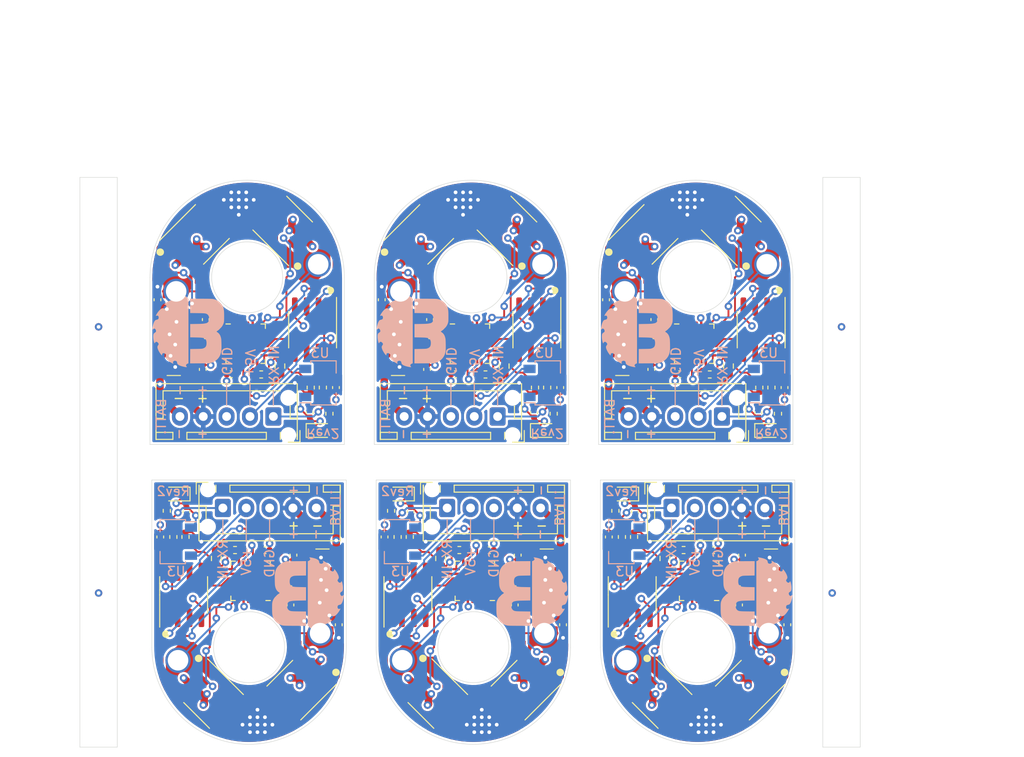
<source format=kicad_pcb>
(kicad_pcb (version 20210108) (generator pcbnew)
  (title_block (date "2021-01-21") (rev "2"))
  (layers (0 "F.Cu" signal) (1 "In1.Cu" signal) (2 "In2.Cu" signal) (31 "B.Cu" signal) (34 "B.Paste" user) (35 "F.Paste" user) (36 "B.SilkS" user "B.Silkscreen") (37 "F.SilkS" user "F.Silkscreen") (38 "B.Mask" user) (39 "F.Mask" user) (44 "Edge.Cuts" user))
  (net 0 "")
  (net 1 "+3V3")
  (net 2 "Net-(R4-Pad1)")
  (net 3 "/GH1")
  (net 4 "/GL1")
  (net 5 "/GH2")
  (net 6 "Net-(J1-Pad1)")
  (net 7 "GND")
  (net 8 "/GL2")
  (net 9 "/AVDD")
  (net 10 "/VBAT")
  (net 11 "/PWMIN")
  (net 12 "/MOTOR_PWM_2")
  (net 13 "/MOTOR_PWM_1")
  (net 14 "/MOTOR_PAD_2")
  (net 15 "/MOTOR_PAD_1")
  (net 16 "no_connect_24")
  (net 17 "Net-(D2-Pad2)")
  (net 18 "/~FAULT")
  (net 19 "no_connect_25")
  (net 20 "Net-(C3-Pad2)")
  (net 21 "Net-(C4-Pad1)")
  (net 22 "no_connect_26")
  (net 23 "Net-(C4-Pad2)")
  (net 24 "/IDRIVE")
  (net 25 "+5V")
  (net 26 "/NSLEEP")
  (footprint "Resistor_SMD:R_0402_1005Metric" (layer "F.Cu") (at 191.3 148.5 -90)
    (fp_text reference "R5" hide)
    (fp_text value "2.2k" hide)
  )
  (footprint "Capacitor_SMD:C_0402_1005Metric" (layer "F.Cu") (at 145.874515 128.49844 -90)
    (fp_text reference "C4" hide)
    (fp_text value "0.1uF" hide)
  )
  (footprint "Resistor_SMD:R_0402_1005Metric" (layer "F.Cu") (at 172.6 149.9 180)
    (fp_text reference "R2" hide)
    (fp_text value "1k" hide)
  )
  (footprint "Package_SO:SOIC-8_3.9x4.9mm_P1.27mm" (layer "F.Cu") (at 156.9 126.3 -90)
    (fp_text reference "U1" hide)
    (fp_text value "ATtiny13A-SS" hide)
  )
  (footprint "Resistor_SMD:R_0402_1005Metric" (layer "F.Cu") (at 199.4 131.1)
    (fp_text reference "R2" hide)
    (fp_text value "1k" hide)
  )
  (footprint "Capacitor_SMD:C_1206_3216Metric" (layer "F.Cu") (at 142.028197 127.9 180)
    (fp_text reference "C5" hide)
    (fp_text value "22uF 25v" hide)
  )
  (footprint "Capacitor_SMD:C_0402_1005Metric" (layer "F.Cu") (at 202.125485 152.50156 90)
    (fp_text reference "C4" hide)
    (fp_text value "0.1uF" hide)
  )
  (footprint "beetleback:bbb_motorpin" (layer "F.Cu") (at 181.7 158.8)
    (fp_text reference "J3" hide)
    (fp_text value "motor_pad_1" hide)
  )
  (footprint "Resistor_SMD:R_0402_1005Metric" (layer "F.Cu") (at 142 148.5 -90)
    (fp_text reference "R1" hide)
    (fp_text value "1k" hide)
  )
  (footprint "Capacitor_SMD:C_1206_3216Metric" (layer "F.Cu") (at 142.047549 125.464592 180)
    (fp_text reference "C6" hide)
    (fp_text value "22uF 25v" hide)
  )
  (footprint "Capacitor_SMD:C_1206_3216Metric" (layer "F.Cu") (at 190.028197 127.9 180)
    (fp_text reference "C5" hide)
    (fp_text value "22uF 25v" hide)
  )
  (footprint "Capacitor_SMD:C_0402_1005Metric" (layer "F.Cu") (at 164.6 148.5 90)
    (fp_text reference "C1" hide)
    (fp_text value "1uF" hide)
  )
  (footprint "Resistor_SMD:R_0402_1005Metric" (layer "F.Cu") (at 166 148.5 -90)
    (fp_text reference "R1" hide)
    (fp_text value "1k" hide)
  )
  (footprint "Resistor_SMD:R_0402_1005Metric" (layer "F.Cu") (at 175.4 131.1)
    (fp_text reference "R2" hide)
    (fp_text value "1k" hide)
  )
  (footprint "Capacitor_SMD:C_1206_3216Metric" (layer "F.Cu") (at 157.957273 150.7)
    (fp_text reference "C7" hide)
    (fp_text value "22uF 25v" hide)
  )
  (footprint "Capacitor_SMD:C_0402_1005Metric" (layer "F.Cu") (at 202.554464 154.1 180)
    (fp_text reference "C3" hide)
    (fp_text value "1uF" hide)
  )
  (footprint "Package_SO:SOIC-8_3.9x4.9mm_P1.27mm" (layer "F.Cu") (at 204.9 126.3 -90)
    (fp_text reference "U1" hide)
    (fp_text value "ATtiny13A-SS" hide)
  )
  (footprint "Package_SO:SOIC-8_3.9x4.9mm_P1.27mm" (layer "F.Cu") (at 167.1 154.7 90)
    (fp_text reference "U1" hide)
    (fp_text value "ATtiny13A-SS" hide)
  )
  (footprint "Resistor_SMD:R_0603_1608Metric" (layer "F.Cu") (at 153.4 130.2 90)
    (fp_text reference "R3" hide)
    (fp_text value "DNP" hide)
  )
  (footprint "Capacitor_SMD:C_0402_1005Metric" (layer "F.Cu") (at 199.807983 149.921979)
    (fp_text reference "C10" hide)
    (fp_text value "1uF" hide)
  )
  (footprint "Capacitor_SMD:C_0402_1005Metric" (layer "F.Cu") (at 172.192017 131.078021 180)
    (fp_text reference "C10" hide)
    (fp_text value "1uF" hide)
  )
  (footprint "beetleback:JST_XH_B5B-XH-AM_doubleside" (layer "F.Cu") (at 171.3 145.4)
    (fp_text reference "J1" hide)
    (fp_text value "Conn_01x05_Female" hide)
  )
  (footprint "beetleback:JST_XH_B5B-XH-AM_doubleside" (layer "F.Cu") (at 176.7 135.6 180)
    (fp_text reference "J1" hide)
    (fp_text value "Conn_01x05_Female" hide)
  )
  (footprint "Resistor_SMD:R_0402_1005Metric" (layer "F.Cu") (at 165.3 145.7 90)
    (fp_text reference "R4" hide)
    (fp_text value "1k" hide)
  )
  (footprint "LED_SMD:LED_0603_1608Metric" (layer "F.Cu") (at 142.3 143.9 180)
    (fp_text reference "D2" hide)
    (fp_text value "Red LED" hide)
  )
  (footprint "Package_SO:SOIC-8_3.9x4.9mm_P1.27mm" (layer "F.Cu") (at 168.8 116.1 45)
    (fp_text reference "Q2" hide)
    (fp_text value "IRF8313PBF" hide)
  )
  (footprint "Capacitor_SMD:C_0402_1005Metric" (layer "F.Cu") (at 145.469693 125.220444 90)
    (fp_text reference "C2" hide)
    (fp_text value "0.1uF" hide)
  )
  (footprint "Capacitor_SMD:C_0402_1005Metric" (layer "F.Cu") (at 178.530307 155.779556 -90)
    (fp_text reference "C2" hide)
    (fp_text value "0.1uF" hide)
  )
  (footprint "LED_SMD:LED_0603_1608Metric" (layer "F.Cu") (at 157.7 137.1)
    (fp_text reference "D2" hide)
    (fp_text value "Red LED" hide)
  )
  (footprint "Resistor_SMD:R_0402_1005Metric" (layer "F.Cu") (at 196.6 149.9 180)
    (fp_text reference "R2" hide)
    (fp_text value "1k" hide)
  )
  (footprint "Capacitor_SMD:C_0402_1005Metric" (layer "F.Cu") (at 154.554464 154.1 180)
    (fp_text reference "C3" hide)
    (fp_text value "1uF" hide)
  )
  (footprint "Capacitor_SMD:C_0402_1005Metric" (layer "F.Cu") (at 202.851 150.442899 -90)
    (fp_text reference "C11" hide)
    (fp_text value "1uF" hide)
  )
  (footprint "Capacitor_SMD:C_0402_1005Metric" (layer "F.Cu") (at 207.4 132.5 -90)
    (fp_text reference "C1" hide)
    (fp_text value "1uF" hide)
  )
  (footprint "Capacitor_SMD:C_0402_1005Metric" (layer "F.Cu") (at 178.554464 154.1 180)
    (fp_text reference "C3" hide)
    (fp_text value "1uF" hide)
  )
  (footprint "Capacitor_SMD:C_1206_3216Metric" (layer "F.Cu") (at 205.957273 150.7)
    (fp_text reference "C7" hide)
    (fp_text value "22uF 25v" hide)
  )
  (footprint "Package_DFN_QFN:VQFN-24-1EP_4x4mm_P0.5mm_EP2.45x2.45mm" (layer "F.Cu") (at 149.736782 127.804401)
    (fp_text reference "U2" hide)
    (fp_text value "DRV8701P" hide)
  )
  (footprint "Capacitor_SMD:C_1206_3216Metric" (layer "F.Cu") (at 181.971803 153.1)
    (fp_text reference "C5" hide)
    (fp_text value "22uF 25v" hide)
  )
  (footprint "Capacitor_SMD:C_0402_1005Metric" (layer "F.Cu") (at 188.6 148.5 90)
    (fp_text reference "C1" hide)
    (fp_text value "1uF" hide)
  )
  (footprint "Capacitor_SMD:C_0402_1005Metric" (layer "F.Cu") (at 145.445536 126.9)
    (fp_text reference "C3" hide)
    (fp_text value "1uF" hide)
  )
  (footprint "Capacitor_SMD:C_1206_3216Metric" (layer "F.Cu") (at 181.952451 155.535408)
    (fp_text reference "C6" hide)
    (fp_text value "22uF 25v" hide)
  )
  (footprint "Capacitor_SMD:C_0402_1005Metric" (layer "F.Cu") (at 167.4 145.8 90)
    (fp_text reference "C8" hide)
    (fp_text value "1uF" hide)
  )
  (footprint "Resistor_SMD:R_0402_1005Metric" (layer "F.Cu") (at 148.6 149.9 180)
    (fp_text reference "R2" hide)
    (fp_text value "1k" hide)
  )
  (footprint "Capacitor_SMD:C_0402_1005Metric" (layer "F.Cu") (at 140.3 123.1 -90)
    (fp_text reference "C9" hide)
    (fp_text value "1uF" hide)
  )
  (footprint "LED_SMD:LED_0603_1608Metric" (layer "F.Cu") (at 190.3 143.9 180)
    (fp_text reference "D2" hide)
    (fp_text value "Red LED" hide)
  )
  (footprint "Resistor_SMD:R_0603_1608Metric" (layer "F.Cu") (at 170.6 150.8 -90)
    (fp_text reference "R3" hide)
    (fp_text value "DNP" hide)
  )
  (footprint "Package_SO:SOIC-8_3.9x4.9mm_P1.27mm" (layer "F.Cu") (at 143.1 154.7 90)
    (fp_text reference "U1" hide)
    (fp_text value "ATtiny13A-SS" hide)
  )
  (footprint "Capacitor_SMD:C_0402_1005Metric" (layer "F.Cu") (at 164.3 123.1 -90)
    (fp_text reference "C9" hide)
    (fp_text value "1uF" hide)
  )
  (footprint "Capacitor_SMD:C_0402_1005Metric" (layer "F.Cu") (at 169.445536 126.9)
    (fp_text reference "C3" hide)
    (fp_text value "1uF" hide)
  )
  (footprint "Resistor_SMD:R_0402_1005Metric" (layer "F.Cu") (at 141.3 145.7 90)
    (fp_text reference "R4" hide)
    (fp_text value "1k" hide)
  )
  (footprint "Resistor_SMD:R_0603_1608Metric" (layer "F.Cu") (at 194.6 150.8 -90)
    (fp_text reference "R3" hide)
    (fp_text value "DNP" hide)
  )
  (footprint "Capacitor_SMD:C_0402_1005Metric" (layer "F.Cu") (at 191.4 145.8 90)
    (fp_text reference "C8" hide)
    (fp_text value "1uF" hide)
  )
  (footprint "Resistor_SMD:R_0402_1005Metric" (layer "F.Cu") (at 151.4 131.1)
    (fp_text reference "R2" hide)
    (fp_text value "1k" hide)
  )
  (footprint "Resistor_SMD:R_0402_1005Metric" (layer "F.Cu") (at 189.3 145.7 90)
    (fp_text reference "R4" hide)
    (fp_text value "1k" hide)
  )
  (footprint "Package_SO:SOIC-8_3.9x4.9mm_P1.27mm" (layer "F.Cu") (at 153.7 115.2 135)
    (fp_text reference "Q1" hide)
    (fp_text value "IRF8313PBF" hide)
  )
  (footprint "Package_SO:SOIC-8_3.9x4.9mm_P1.27mm" (layer "F.Cu") (at 191.1 154.7 90)
    (fp_text reference "U1" hide)
    (fp_text value "ATtiny13A-SS" hide)
  )
  (footprint "Resistor_SMD:R_0402_1005Metric" (layer "F.Cu") (at 158.7 135.3 -90)
    (fp_text reference "R4" hide)
    (fp_text value "1k" hide)
  )
  (footprint "beetleback:bbb_motorpin" (layer "F.Cu") (at 142.3 122.2 180)
    (fp_text reference "J3" hide)
    (fp_text value "motor_pad_1" hide)
  )
  (footprint "beetleback:JST_XH_B5B-XH-AM_doubleside" (layer "F.Cu") (at 200.7 135.6 180)
    (fp_text reference "J1" hide)
    (fp_text value "Conn_01x05_Female" hide)
  )
  (footprint "beetleback:bbb_motorpin" (layer "F.Cu") (at 142.5 161.7)
    (fp_text reference "J4" hide)
    (fp_text value "motor_pad_2" hide)
  )
  (footprint "Resistor_SMD:R_0603_1608Metric" (layer "F.Cu") (at 146.6 150.8 -90)
    (fp_text reference "R3" hide)
    (fp_text value "DNP" hide)
  )
  (footprint "Resistor_SMD:R_0603_1608Metric" (layer "F.Cu") (at 177.4 130.2 90)
    (fp_text reference "R3" hide)
    (fp_text value "DNP" hide)
  )
  (footprint "Package_DFN_QFN:VQFN-24-1EP_4x4mm_P0.5mm_EP2.45x2.45mm" (layer "F.Cu") (at 174.263218 153.195599 180)
    (fp_text reference "U2" hide)
    (fp_text value "DRV8701P" hide)
  )
  (footprint "Package_SO:SOIC-8_3.9x4.9mm_P1.27mm" (layer "F.Cu") (at 146.3 165.8 -45)
    (fp_text reference "Q1" hide)
    (fp_text value "IRF8313PBF" hide)
  )
  (footprint "Capacitor_SMD:C_1206_3216Metric" (layer "F.Cu") (at 142.042727 130.3 180)
    (fp_text reference "C7" hide)
    (fp_text value "22uF 25v" hide)
  )
  (footprint "Capacitor_SMD:C_0402_1005Metric" (layer "F.Cu") (at 188.3 123.1 -90)
    (fp_text reference "C9" hide)
    (fp_text value "1uF" hide)
  )
  (footprint "Capacitor_SMD:C_0402_1005Metric" (layer "F.Cu") (at 151.807983 149.921979)
    (fp_text reference "C10" hide)
    (fp_text value "1uF" hide)
  )
  (footprint "Resistor_SMD:R_0402_1005Metric" (layer "F.Cu") (at 204.7 132.5 90)
    (fp_text reference "R5" hide)
    (fp_text value "2.2k" hide)
  )
  (footprint "Capacitor_SMD:C_0402_1005Metric" (layer "F.Cu") (at 193.445536 126.9)
    (fp_text reference "C3" hide)
    (fp_text value "1uF" hide)
  )
  (footprint "Resistor_SMD:R_0402_1005Metric" (layer "F.Cu") (at 143.3 148.5 -90)
    (fp_text reference "R5" hide)
    (fp_text value "2.2k" hide)
  )
  (footprint "Package_DFN_QFN:VQFN-24-1EP_4x4mm_P0.5mm_EP2.45x2.45mm" (layer "F.Cu") (at 198.263218 153.195599 180)
    (fp_text reference "U2" hide)
    (fp_text value "DRV8701P" hide)
  )
  (footprint "Capacitor_SMD:C_0402_1005Metric" (layer "F.Cu") (at 143.4 145.8 90)
    (fp_text reference "C8" hide)
    (fp_text value "1uF" hide)
  )
  (footprint "Capacitor_SMD:C_0402_1005Metric" (layer "F.Cu") (at 204.6 135.2 -90)
    (fp_text reference "C8" hide)
    (fp_text value "1uF" hide)
  )
  (footprint "Capacitor_SMD:C_0402_1005Metric" (layer "F.Cu") (at 159.7 157.9 90)
    (fp_text reference "C9" hide)
    (fp_text value "1uF" hide)
  )
  (footprint "Package_SO:SOIC-8_3.9x4.9mm_P1.27mm" (layer "F.Cu") (at 144.8 116.1 45)
    (fp_text reference "Q2" hide)
    (fp_text value "IRF8313PBF" hide)
  )
  (footprint "Capacitor_SMD:C_0402_1005Metric" (layer "F.Cu") (at 145.149 130.557101 90)
    (fp_text reference "C11" hide)
    (fp_text value "1uF" hide)
  )
  (footprint "Package_SO:SOIC-8_3.9x4.9mm_P1.27mm" (layer "F.Cu") (at 177.7 115.2 135)
    (fp_text reference "Q1" hide)
    (fp_text value "IRF8313PBF" hide)
  )
  (footprint "beetleback:bbb_motorpin" (layer "F.Cu") (at 190.3 122.2 180)
    (fp_text reference "J3" hide)
    (fp_text value "motor_pad_1" hide)
  )
  (footprint "Package_DFN_QFN:VQFN-24-1EP_4x4mm_P0.5mm_EP2.45x2.45mm" (layer "F.Cu") (at 173.736782 127.804401)
    (fp_text reference "U2" hide)
    (fp_text value "DRV8701P" hide)
  )
  (footprint "Resistor_SMD:R_0402_1005Metric" (layer "F.Cu") (at 180.7 132.5 90)
    (fp_text reference "R5" hide)
    (fp_text value "2.2k" hide)
  )
  (footprint "Capacitor_SMD:C_0402_1005Metric" (layer "F.Cu") (at 140.6 148.5 90)
    (fp_text reference "C1" hide)
    (fp_text value "1uF" hide)
  )
  (footprint "Capacitor_SMD:C_1206_3216Metric" (layer "F.Cu") (at 157.971803 153.1)
    (fp_text reference "C5" hide)
    (fp_text value "22uF 25v" hide)
  )
  (footprint "Capacitor_SMD:C_0402_1005Metric" (layer "F.Cu") (at 169.469693 125.220444 90)
    (fp_text reference "C2" hide)
    (fp_text value "0.1uF" hide)
  )
  (footprint "Resistor_SMD:R_0402_1005Metric" (layer "F.Cu") (at 190 148.5 -90)
    (fp_text reference "R1" hide)
    (fp_text value "1k" hide)
  )
  (footprint "Capacitor_SMD:C_0402_1005Metric" (layer "F.Cu") (at 178.851 150.442899 -90)
    (fp_text reference "C11" hide)
    (fp_text value "1uF" hide)
  )
  (footprint "beetleback:JST_XH_B5B-XH-AM_doubleside" (layer "F.Cu") (at 147.3 145.4)
    (fp_text reference "J1" hide)
    (fp_text value "Conn_01x05_Female" hide)
  )
  (footprint "Resistor_SMD:R_0402_1005Metric" (layer "F.Cu") (at 182.7 135.3 -90)
    (fp_text reference "R4" hide)
    (fp_text value "1k" hide)
  )
  (footprint "Capacitor_SMD:C_0402_1005Metric" (layer "F.Cu") (at 169.149 130.557101 90)
    (fp_text reference "C11" hide)
    (fp_text value "1uF" hide)
  )
  (footprint "Capacitor_SMD:C_0402_1005Metric" (layer "F.Cu") (at 169.874515 128.49844 -90)
    (fp_text reference "C4" hide)
    (fp_text value "0.1uF" hide)
  )
  (footprint "Capacitor_SMD:C_0402_1005Metric" (layer "F.Cu") (at 202.530307 155.779556 -90)
    (fp_text reference "C2" hide)
    (fp_text value "0.1uF" hide)
  )
  (footprint "Capacitor_SMD:C_0402_1005Metric" (layer "F.Cu") (at 148.192017 131.078021 180)
    (fp_text reference "C10" hide)
    (fp_text value "1uF" hide)
  )
  (footprint "Capacitor_SMD:C_0402_1005Metric" (layer "F.Cu") (at 183.4 132.5 -90)
    (fp_text reference "C1" hide)
    (fp_text value "1uF" hide)
  )
  (footprint "Capacitor_SMD:C_0402_1005Metric" (layer "F.Cu") (at 193.469693 125.220444 90)
    (fp_text reference "C2" hide)
    (fp_text value "0.1uF" hide)
  )
  (footprint "beetleback:bbb_motorpin" (layer "F.Cu") (at 166.3 122.2 180)
    (fp_text reference "J3" hide)
    (fp_text value "motor_pad_1" hide)
  )
  (footprint "Package_DFN_QFN:VQFN-24-1EP_4x4mm_P0.5mm_EP2.45x2.45mm" (layer "F.Cu") (at 150.263218 153.195599 180)
    (fp_text reference "U2" hide)
    (fp_text value "DRV8701P" hide)
  )
  (footprint "Capacitor_SMD:C_1206_3216Metric" (layer "F.Cu") (at 166.047549 125.464592 180)
    (fp_text reference "C6" hide)
    (fp_text value "22uF 25v" hide)
  )
  (footprint "Capacitor_SMD:C_0402_1005Metric" (layer "F.Cu") (at 193.149 130.557101 90)
    (fp_text reference "C11" hide)
    (fp_text value "1uF" hide)
  )
  (footprint "LED_SMD:LED_0603_1608Metric" (layer "F.Cu") (at 205.7 137.1)
    (fp_text reference "D2" hide)
    (fp_text value "Red LED" hide)
  )
  (footprint "Package_SO:SOIC-8_3.9x4.9mm_P1.27mm" (layer "F.Cu") (at 194.3 165.8 -45)
    (fp_text reference "Q1" hide)
    (fp_text value "IRF8313PBF" hide)
  )
  (footprint "Resistor_SMD:R_0603_1608Metric" (layer "F.Cu") (at 201.4 130.2 90)
    (fp_text reference "R3" hide)
    (fp_text value "DNP" hide)
  )
  (footprint "beetleback:bbb_motorpin" (layer "F.Cu") (at 157.5 119.3 180)
    (fp_text reference "J4" hide)
    (fp_text value "motor_pad_2" hide)
  )
  (footprint "Capacitor_SMD:C_0402_1005Metric" (layer "F.Cu") (at 207.7 157.9 90)
    (fp_text reference "C9" hide)
    (fp_text value "1uF" hide)
  )
  (footprint "Package_SO:SOIC-8_3.9x4.9mm_P1.27mm" (layer "F.Cu") (at 201.7 115.2 135)
    (fp_text reference "Q1" hide)
    (fp_text value "IRF8313PBF" hide)
  )
  (footprint "Resistor_SMD:R_0402_1005Metric" (layer "F.Cu") (at 167.3 148.5 -90)
    (fp_text reference "R5" hide)
    (fp_text value "2.2k" hide)
  )
  (footprint "Capacitor_SMD:C_1206_3216Metric" (layer "F.Cu") (at 166.042727 130.3 180)
    (fp_text reference "C7" hide)
    (fp_text value "22uF 25v" hide)
  )
  (footprint "LED_SMD:LED_0603_1608Metric" (layer "F.Cu") (at 166.3 143.9 180)
    (fp_text reference "D2" hide)
    (fp_text value "Red LED" hide)
  )
  (footprint "Capacitor_SMD:C_0402_1005Metric" (layer "F.Cu") (at 196.192017 131.078021 180)
    (fp_text reference "C10" hide)
    (fp_text value "1uF" hide)
  )
  (footprint "Capacitor_SMD:C_1206_3216Metric" (layer "F.Cu") (at 157.952451 155.535408)
    (fp_text reference "C6" hide)
    (fp_text value "22uF 25v" hide)
  )
  (footprint "Capacitor_SMD:C_1206_3216Metric" (layer "F.Cu") (at 205.971803 153.1)
    (fp_text reference "C5" hide)
    (fp_text value "22uF 25v" hide)
  )
  (footprint "Capacitor_SMD:C_0402_1005Metric" (layer "F.Cu") (at 178.125485 152.50156 90)
    (fp_text reference "C4" hide)
    (fp_text value "0.1uF" hide)
  )
  (footprint "beetleback:bbb_motorpin" (layer "F.Cu") (at 205.5 119.3 180)
    (fp_text reference "J4" hide)
    (fp_text value "motor_pad_2" hide)
  )
  (footprint "Capacitor_SMD:C_1206_3216Metric" (layer "F.Cu") (at 205.952451 155.535408)
    (fp_text reference "C6" hide)
    (fp_text value "22uF 25v" hide)
  )
  (footprint "Package_SO:SOIC-8_3.9x4.9mm_P1.27mm" (layer "F.Cu") (at 203.2 164.9 -135)
    (fp_text reference "Q2" hide)
    (fp_text value "IRF8313PBF" hide)
  )
  (footprint "Package_SO:SOIC-8_3.9x4.9mm_P1.27mm" (layer "F.Cu") (at 180.9 126.3 -90)
    (fp_text reference "U1" hide)
    (fp_text value "ATtiny13A-SS" hide)
  )
  (footprint "Capacitor_SMD:C_0402_1005Metric" (layer "F.Cu") (at 154.125485 152.50156 90)
    (fp_text reference "C4" hide)
    (fp_text value "0.1uF" hide)
  )
  (footprint "beetleback:JST_XH_B5B-XH-AM_doubleside" (layer "F.Cu") (at 152.7 135.6 180)
    (fp_text reference "J1" hide)
    (fp_text value "Conn_01x05_Female" hide)
  )
  (footprint "LED_SMD:LED_0603_1608Metric" (layer "F.Cu") (at 181.7 137.1)
    (fp_text reference "D2" hide)
    (fp_text value "Red LED" hide)
  )
  (footprint "Package_SO:SOIC-8_3.9x4.9mm_P1.27mm" (layer "F.Cu") (at 155.2 164.9 -135)
    (fp_text reference "Q2" hide)
    (fp_text value "IRF8313PBF" hide)
  )
  (footprint "Package_SO:SOIC-8_3.9x4.9mm_P1.27mm" (layer "F.Cu") (at 179.2 164.9 -135)
    (fp_text reference "Q2" hide)
    (fp_text value "IRF8313PBF" hide)
  )
  (footprint "Capacitor_SMD:C_1206_3216Metric" (layer "F.Cu") (at 166.028197 127.9 180)
    (fp_text reference "C5" hide)
    (fp_text value "22uF 25v" hide)
  )
  (footprint "Capacitor_SMD:C_0402_1005Metric" (layer "F.Cu") (at 154.851 150.442899 -90)
    (fp_text reference "C11" hide)
    (fp_text value "1uF" hide)
  )
  (footprint "Package_SO:SOIC-8_3.9x4.9mm_P1.27mm" (layer "F.Cu") (at 170.3 165.8 -45)
    (fp_text reference "Q1" hide)
    (fp_text value "IRF8313PBF" hide)
  )
  (footprint "Resistor_SMD:R_0402_1005Metric" (layer "F.Cu") (at 206 132.5 90)
    (fp_text reference "R1" hide)
    (fp_text value "1k" hide)
  )
  (footprint "Capacitor_SMD:C_0402_1005Metric" (layer "F.Cu") (at 156.6 135.2 -90)
    (fp_text reference "C8" hide)
    (fp_text value "1uF" hide)
  )
  (footprint "Capacitor_SMD:C_0402_1005Metric" (layer "F.Cu") (at 180.6 135.2 -90)
    (fp_text reference "C8" hide)
    (fp_text value "1uF" hide)
  )
  (footprint "Capacitor_SMD:C_0402_1005Metric" (layer "F.Cu") (at 159.4 132.5 -90)
    (fp_text reference "C1" hide)
    (fp_text value "1uF" hide)
  )
  (footprint "Capacitor_SMD:C_0402_1005Metric" (layer "F.Cu") (at 175.807983 149.921979)
    (fp_text reference "C10" hide)
    (fp_text value "1uF" hide)
  )
  (footprint "Resistor_SMD:R_0402_1005Metric" (layer "F.Cu") (at 156.7 132.5 90)
    (fp_text reference "R5" hide)
    (fp_text value "2.2k" hide)
  )
  (footprint "Capacitor_SMD:C_0402_1005Metric" (layer "F.Cu") (at 193.874515 128.49844 -90)
    (fp_text reference "C4" hide)
    (fp_text value "0.1uF" hide)
  )
  (footprint "beetleback:bbb_motorpin" (layer "F.Cu") (at 205.7 158.8)
    (fp_text reference "J3" hide)
    (fp_text value "motor_pad_1" hide)
  )
  (footprint "Resistor_SMD:R_0402_1005Metric" (layer "F.Cu") (at 158 132.5 90)
    (fp_text reference "R1" hide)
    (fp_text value "1k" hide)
  )
  (footprint "beetleback:bbb_motorpin" (layer "F.Cu") (at 166.5 161.7)
    (fp_text reference "J4" hide)
    (fp_text value "motor_pad_2" hide)
  )
  (footprint "Capacitor_SMD:C_1206_3216Metric" (layer "F.Cu") (at 190.042727 130.3 180)
    (fp_text reference "C7" hide)
    (fp_text value "22uF 25v" hide)
  )
  (footprint "beetleback:bbb_motorpin" (layer "F.Cu") (at 181.5 119.3 180)
    (fp_text reference "J4" hide)
    (fp_text value "motor_pad_2" hide)
  )
  (footprint "Resistor_SMD:R_0402_1005Metric" (layer "F.Cu") (at 206.7 135.3 -90)
    (fp_text reference "R4" hide)
    (fp_text value "1k" hide)
  )
  (footprint "Capacitor_SMD:C_0402_1005Metric" (layer "F.Cu") (at 183.7 157.9 90)
    (fp_text reference "C9" hide)
    (fp_text value "1uF" hide)
  )
  (footprint "Package_SO:SOIC-8_3.9x4.9mm_P1.27mm" (layer "F.Cu") (at 192.8 116.1 45)
    (fp_text reference "Q2" hide)
    (fp_text value "IRF8313PBF" hide)
  )
  (footprint "Package_DFN_QFN:VQFN-24-1EP_4x4mm_P0.5mm_EP2.45x2.45mm" (layer "F.Cu") (at 197.736782 127.804401)
    (fp_text reference "U2" hide)
    (fp_text value "DRV8701P" hide)
  )
  (footprint "Resistor_SMD:R_0402_1005Metric" (layer "F.Cu") (at 182 132.5 90)
    (fp_text reference "R1" hide)
    (fp_text value "1k" hide)
  )
  (footprint "Capacitor_SMD:C_1206_3216Metric" (layer "F.Cu") (at 181.957273 150.7)
    (fp_text reference "C7" hide)
    (fp_text value "22uF 25v" hide)
  )
  (footprint "Capacitor_SMD:C_1206_3216Metric" (layer "F.Cu") (at 190.047549 125.464592 180)
    (fp_text reference "C6" hide)
    (fp_text value "22uF 25v" hide)
  )
  (footprint "beetleback:JST_XH_B5B-XH-AM_doubleside" (layer "F.Cu") (at 195.3 145.4)
    (fp_text reference "J1" hide)
    (fp_text value "Conn_01x05_Female" hide)
  )
  (footprint "beetleback:bbb_motorpin" (layer "F.Cu") (at 190.5 161.7)
    (fp_text reference "J4" hide)
    (fp_text value "motor_pad_2" hide)
  )
  (footprint "beetleback:bbb_motorpin" (layer "F.Cu") (at 157.7 158.8)
    (fp_text reference "J3" hide)
    (fp_text value "motor_pad_1" hide)
  )
  (footprint "Capacitor_SMD:C_0402_1005Metric" (layer "F.Cu") (at 154.530307 155.779556 -90)
    (fp_text reference "C2" hide)
    (fp_text value "0.1uF" hide)
  )
  (footprint "Package_TO_SOT_SMD:SOT-89-3" (layer "B.Cu") (at 181.7625 132)
    (fp_text reference "U3")
    (fp_text value "HT75xx-1-SOT89")
  )
  (footprint "beetleback:bbb_logo" (layer "B.Cu") (at 180.4 154.5 180)
    (fp_text reference "G***" hide)
    (fp_text value "LOGO" hide)
  )
  (footprint "Package_TO_SOT_SMD:SOT-89-3" (layer "B.Cu") (at 190.2375 149 180)
    (fp_text reference "U3")
    (fp_text value "HT75xx-1-SOT89")
  )
  (footprint "beetleback:bbb_logo" (layer "B.Cu") (at 156.4 154.5 180)
    (fp_text reference "G***" hide)
    (fp_text value "LOGO" hide)
  )
  (footprint "beetleback:bbb_logo" (layer "B.Cu") (at 143.6 126.5)
    (fp_text reference "G***" hide)
    (fp_text value "LOGO" hide)
  )
  (footprint "beetleback:bbb_logo" (layer "B.Cu") (at 167.6 126.5)
    (fp_text reference "G***" hide)
    (fp_text value "LOGO" hide)
  )
  (footprint "beetleback:bbb_logo" (layer "B.Cu") (at 191.6 126.5)
    (fp_text reference "G***" hide)
    (fp_text value "LOGO" hide)
  )
  (footprint "Package_TO_SOT_SMD:SOT-89-3" (layer "B.Cu") (at 157.7625 132)
    (fp_text reference "U3")
    (fp_text value "HT75xx-1-SOT89")
  )
  (footprint "Package_TO_SOT_SMD:SOT-89-3" (layer "B.Cu") (at 205.7625 132)
    (fp_text reference "U3")
    (fp_text value "HT75xx-1-SOT89")
  )
  (footprint "Package_TO_SOT_SMD:SOT-89-3" (layer "B.Cu") (at 166.2375 149 180)
    (fp_text reference "U3")
    (fp_text value "HT75xx-1-SOT89")
  )
  (footprint "beetleback:bbb_logo" (layer "B.Cu") (at 204.4 154.5 180)
    (fp_text reference "G***" hide)
    (fp_text value "LOGO" hide)
  )
  (footprint "Package_TO_SOT_SMD:SOT-89-3" (layer "B.Cu") (at 142.2375 149 180)
    (fp_text reference "U3")
    (fp_text value "HT75xx-1-SOT89")
  )
  (gr_line (start 195.7 134.4) (end 195.7 132) (layer "B.SilkS") (width 0.12))
  (gr_line (start 195.3 146.6) (end 195.3 148.2) (layer "B.SilkS") (width 0.12))
  (gr_line (start 200.7 134.4) (end 200.7 132.8) (layer "B.SilkS") (width 0.12))
  (gr_line (start 152.7 134.4) (end 152.7 132.8) (layer "B.SilkS") (width 0.12))
  (gr_line (start 200.3 146.6) (end 200.3 149) (layer "B.SilkS") (width 0.12))
  (gr_line (start 147.3 146.6) (end 147.3 148.2) (layer "B.SilkS") (width 0.12))
  (gr_line (start 147.7 134.4) (end 147.7 132) (layer "B.SilkS") (width 0.12))
  (gr_line (start 197.8 146.6) (end 197.8 149) (layer "B.SilkS") (width 0.12))
  (gr_line (start 171.7 134.4) (end 171.7 132) (layer "B.SilkS") (width 0.12))
  (gr_line (start 152.3 146.6) (end 152.3 149) (layer "B.SilkS") (width 0.12))
  (gr_line (start 173.8 146.6) (end 173.8 149) (layer "B.SilkS") (width 0.12))
  (gr_line (start 176.3 146.6) (end 176.3 149) (layer "B.SilkS") (width 0.12))
  (gr_line (start 150.2 134.4) (end 150.2 132) (layer "B.SilkS") (width 0.12))
  (gr_line (start 171.3 146.6) (end 171.3 148.2) (layer "B.SilkS") (width 0.12))
  (gr_line (start 198.2 134.4) (end 198.2 132) (layer "B.SilkS") (width 0.12))
  (gr_line (start 149.8 146.6) (end 149.8 149) (layer "B.SilkS") (width 0.12))
  (gr_line (start 174.2 134.4) (end 174.2 132) (layer "B.SilkS") (width 0.12))
  (gr_line (start 176.7 134.4) (end 176.7 132.8) (layer "B.SilkS") (width 0.12))
  (gr_circle (center 177.4 155) (end 177.6 155) (layer "F.SilkS") (width 0.4) (fill none))
  (gr_circle (center 182.8 122.1) (end 182.6 122.1) (layer "F.SilkS") (width 0.4) (fill none))
  (gr_circle (center 188.6 118) (end 188.4 118) (layer "F.SilkS") (width 0.4) (fill none))
  (gr_circle (center 165.2 158.9) (end 165.4 158.9) (layer "F.SilkS") (width 0.4) (fill none))
  (gr_circle (center 206.8 122.1) (end 206.6 122.1) (layer "F.SilkS") (width 0.4) (fill none))
  (gr_circle (center 159.4 163) (end 159.6 163) (layer "F.SilkS") (width 0.4) (fill none))
  (gr_circle (center 189.2 158.9) (end 189.4 158.9) (layer "F.SilkS") (width 0.4) (fill none))
  (gr_circle (center 140.6 118) (end 140.4 118) (layer "F.SilkS") (width 0.4) (fill none))
  (gr_circle (center 144.7 161.5) (end 144.9 161.5) (layer "F.SilkS") (width 0.4) (fill none))
  (gr_circle (center 203.3 119.5) (end 203.1 119.5) (layer "F.SilkS") (width 0.4) (fill none))
  (gr_circle (center 153.4 155) (end 153.6 155) (layer "F.SilkS") (width 0.4) (fill none))
  (gr_circle (center 168.7 161.5) (end 168.9 161.5) (layer "F.SilkS") (width 0.4) (fill none))
  (gr_circle (center 183.4 163) (end 183.6 163) (layer "F.SilkS") (width 0.4) (fill none))
  (gr_circle (center 194.6 126) (end 194.4 126) (layer "F.SilkS") (width 0.4) (fill none))
  (gr_circle (center 201.4 155) (end 201.6 155) (layer "F.SilkS") (width 0.4) (fill none))
  (gr_circle (center 164.6 118) (end 164.4 118) (layer "F.SilkS") (width 0.4) (fill none))
  (gr_circle (center 146.6 126) (end 146.4 126) (layer "F.SilkS") (width 0.4) (fill none))
  (gr_circle (center 192.7 161.5) (end 192.9 161.5) (layer "F.SilkS") (width 0.4) (fill none))
  (gr_circle (center 207.4 163) (end 207.6 163) (layer "F.SilkS") (width 0.4) (fill none))
  (gr_circle (center 179.3 119.5) (end 179.1 119.5) (layer "F.SilkS") (width 0.4) (fill none))
  (gr_circle (center 158.8 122.1) (end 158.6 122.1) (layer "F.SilkS") (width 0.4) (fill none))
  (gr_circle (center 141.2 158.9) (end 141.4 158.9) (layer "F.SilkS") (width 0.4) (fill none))
  (gr_circle (center 155.3 119.5) (end 155.1 119.5) (layer "F.SilkS") (width 0.4) (fill none))
  (gr_circle (center 170.6 126) (end 170.4 126) (layer "F.SilkS") (width 0.4) (fill none))
  (gr_line (start 187.5 138.6) (end 187.5 120.7) (layer "Edge.Cuts") (width 0.05))
  (gr_line (start 187.7 142.4) (end 208.5 142.4) (layer "Edge.Cuts") (width 0.05))
  (gr_line (start 208.3 120.7) (end 208.3 138.6) (layer "Edge.Cuts") (width 0.05))
  (gr_line (start 132 110) (end 136 110) (layer "Edge.Cuts") (width 0.05))
  (gr_line (start 215.5 110) (end 215.5 171) (layer "Edge.Cuts") (width 0.05))
  (gr_line (start 160.3 120.7) (end 160.3 138.6) (layer "Edge.Cuts") (width 0.05))
  (gr_line (start 136 110) (end 136 171) (layer "Edge.Cuts") (width 0.05))
  (gr_line (start 136 171) (end 132 171) (layer "Edge.Cuts") (width 0.05))
  (gr_line (start 160.5 142.4) (end 160.5 160.3) (layer "Edge.Cuts") (width 0.05))
  (gr_line (start 139.7 142.4) (end 160.5 142.4) (layer "Edge.Cuts") (width 0.05))
  (gr_line (start 184.5 142.4) (end 184.5 160.3) (layer "Edge.Cuts") (width 0.05))
  (gr_line (start 187.7 160.3) (end 187.7 142.4) (layer "Edge.Cuts") (width 0.05))
  (gr_line (start 184.3 138.6) (end 163.5 138.6) (layer "Edge.Cuts") (width 0.05))
  (gr_line (start 163.7 142.4) (end 184.5 142.4) (layer "Edge.Cuts") (width 0.05))
  (gr_circle (center 173.9 120.7) (end 170.1 120.7) (layer "Edge.Cuts") (width 0.05) (fill none))
  (gr_line (start 139.7 160.3) (end 139.7 142.4) (layer "Edge.Cuts") (width 0.05))
  (gr_line (start 215.5 171) (end 211.5 171) (layer "Edge.Cuts") (width 0.05))
  (gr_line (start 163.5 138.6) (end 163.5 120.7) (layer "Edge.Cuts") (width 0.05))
  (gr_line (start 208.3 138.6) (end 187.5 138.6) (layer "Edge.Cuts") (width 0.05))
  (gr_circle (center 150.1 160.3) (end 153.9 160.3) (layer "Edge.Cuts") (width 0.05) (fill none))
  (gr_line (start 160.3 138.6) (end 139.5 138.6) (layer "Edge.Cuts") (width 0.05))
  (gr_line (start 139.5 138.6) (end 139.5 120.7) (layer "Edge.Cuts") (width 0.05))
  (gr_arc (start 197.9 120.7) (end 187.5 120.7) (angle 180) (layer "Edge.Cuts") (width 0.05))
  (gr_arc (start 149.9 120.7) (end 139.5 120.7) (angle 180) (layer "Edge.Cuts") (width 0.05))
  (gr_line (start 211.5 171) (end 211.5 110) (layer "Edge.Cuts") (width 0.05))
  (gr_circle (center 174.1 160.3) (end 177.9 160.3) (layer "Edge.Cuts") (width 0.05) (fill none))
  (gr_line (start 163.7 160.3) (end 163.7 142.4) (layer "Edge.Cuts") (width 0.05))
  (gr_line (start 184.3 120.7) (end 184.3 138.6) (layer "Edge.Cuts") (width 0.05))
  (gr_circle (center 197.9 120.7) (end 194.1 120.7) (layer "Edge.Cuts") (width 0.05) (fill none))
  (gr_arc (start 173.9 120.7) (end 163.5 120.7) (angle 180) (layer "Edge.Cuts") (width 0.05))
  (gr_line (start 211.5 110) (end 215.5 110) (layer "Edge.Cuts") (width 0.05))
  (gr_arc (start 198.1 160.3) (end 208.5 160.3) (angle 180) (layer "Edge.Cuts") (width 0.05))
  (gr_arc (start 174.1 160.3) (end 184.5 160.3) (angle 180) (layer "Edge.Cuts") (width 0.05))
  (gr_arc (start 150.1 160.3) (end 160.5 160.3) (angle 180) (layer "Edge.Cuts") (width 0.05))
  (gr_line (start 132 171) (end 132 110) (layer "Edge.Cuts") (width 0.05))
  (gr_circle (center 198.1 160.3) (end 201.9 160.3) (layer "Edge.Cuts") (width 0.05) (fill none))
  (gr_circle (center 149.9 120.7) (end 146.1 120.7) (layer "Edge.Cuts") (width 0.05) (fill none))
  (gr_line (start 208.5 142.4) (end 208.5 160.3) (layer "Edge.Cuts") (width 0.05))
  (gr_text "BATT." (at 159.3 145.4 270) (layer "B.SilkS") (effects (font (size 1 1)) (justify mirror)))
  (gr_text "+" (at 178.8 147.5 90) (layer "B.SilkS") (effects (font (size 1 1)) (justify left mirror)))
  (gr_text "GND" (at 171.7 131.3 270) (layer "B.SilkS") (effects (font (size 1 1)) (justify left mirror)))
  (gr_text "+5V" (at 173.8 151.1 90) (layer "B.SilkS") (effects (font (size 1 1)) (justify mirror)))
  (gr_text "Rev2" (at 166 143.6) (layer "B.SilkS") (effects (font (size 1 1)) (justify mirror)))
  (gr_text "+5V" (at 150.2 129.9 270) (layer "B.SilkS") (effects (font (size 1 1)) (justify mirror)))
  (gr_text "-" (at 181.2 147.5 90) (layer "B.SilkS") (effects (font (size 1 1)) (justify left mirror)))
  (gr_text "+5V" (at 149.8 151.1 90) (layer "B.SilkS") (effects (font (size 1 1)) (justify mirror)))
  (gr_text "-" (at 190.7 138.2 270) (layer "B.SilkS") (effects (font (size 1 1)) (justify left mirror)))
  (gr_text "RX IN" (at 171.3 148.7 90) (layer "B.SilkS") (effects (font (size 1 1)) (justify left mirror)))
  (gr_text "-" (at 157.3 142.8 90) (layer "B.SilkS") (effects (font (size 1 1)) (justify left mirror)))
  (gr_text "+" (at 169.2 133.5 270) (layer "B.SilkS") (effects (font (size 1 1)) (justify left mirror)))
  (gr_text "-" (at 205.3 142.8 90) (layer "B.SilkS") (effects (font (size 1 1)) (justify left mirror)))
  (gr_text "+" (at 145.2 138.2 270) (layer "B.SilkS") (effects (font (size 1 1)) (justify left mirror)))
  (gr_text "-" (at 157.2 147.5 90) (layer "B.SilkS") (effects (font (size 1 1)) (justify left mirror)))
  (gr_text "-" (at 181.3 142.8 90) (layer "B.SilkS") (effects (font (size 1 1)) (justify left mirror)))
  (gr_text "BATT." (at 188.7 135.6 90) (layer "B.SilkS") (effects (font (size 1 1)) (justify mirror)))
  (gr_text "-" (at 142.7 138.2 270) (layer "B.SilkS") (effects (font (size 1 1)) (justify left mirror)))
  (gr_text "RX IN" (at 176.7 132.3 270) (layer "B.SilkS") (effects (font (size 1 1)) (justify left mirror)))
  (gr_text "+" (at 202.8 147.5 90) (layer "B.SilkS") (effects (font (size 1 1)) (justify left mirror)))
  (gr_text "GND" (at 152.3 149.7 90) (layer "B.SilkS") (effects (font (size 1 1)) (justify left mirror)))
  (gr_text "RX IN" (at 147.3 148.7 90) (layer "B.SilkS") (effects (font (size 1 1)) (justify left mirror)))
  (gr_text "GND" (at 200.3 149.7 90) (layer "B.SilkS") (effects (font (size 1 1)) (justify left mirror)))
  (gr_text "Rev2" (at 158 137.4 180) (layer "B.SilkS") (effects (font (size 1 1)) (justify mirror)))
  (gr_text "-" (at 166.8 133.5 270) (layer "B.SilkS") (effects (font (size 1 1)) (justify left mirror)))
  (gr_text "GND" (at 147.7 131.3 270) (layer "B.SilkS") (effects (font (size 1 1)) (justify left mirror)))
  (gr_text "Rev2" (at 206 137.4 180) (layer "B.SilkS") (effects (font (size 1 1)) (justify mirror)))
  (gr_text "+" (at 169.2 138.2 270) (layer "B.SilkS") (effects (font (size 1 1)) (justify left mirror)))
  (gr_text "-" (at 190.8 133.5 270) (layer "B.SilkS") (effects (font (size 1 1)) (justify left mirror)))
  (gr_text "GND" (at 195.7 131.3 270) (layer "B.SilkS") (effects (font (size 1 1)) (justify left mirror)))
  (gr_text "+5V" (at 198.2 129.9 270) (layer "B.SilkS") (effects (font (size 1 1)) (justify mirror)))
  (gr_text "+" (at 193.2 138.2 270) (layer "B.SilkS") (effects (font (size 1 1)) (justify left mirror)))
  (gr_text "BATT." (at 207.3 145.4 270) (layer "B.SilkS") (effects (font (size 1 1)) (justify mirror)))
  (gr_text "+5V" (at 174.2 129.9 270) (layer "B.SilkS") (effects (font (size 1 1)) (justify mirror)))
  (gr_text "RX IN" (at 152.7 132.3 270) (layer "B.SilkS") (effects (font (size 1 1)) (justify left mirror)))
  (gr_text "+" (at 154.8 142.8 90) (layer "B.SilkS") (effects (font (size 1 1)) (justify left mirror)))
  (gr_text "+" (at 154.8 147.5 90) (layer "B.SilkS") (effects (font (size 1 1)) (justify left mirror)))
  (gr_text "RX IN" (at 195.3 148.7 90) (layer "B.SilkS") (effects (font (size 1 1)) (justify left mirror)))
  (gr_text "Rev2" (at 142 143.6) (layer "B.SilkS") (effects (font (size 1 1)) (justify mirror)))
  (gr_text "BATT." (at 164.7 135.6 90) (layer "B.SilkS") (effects (font (size 1 1)) (justify mirror)))
  (gr_text "-" (at 205.2 147.5 90) (layer "B.SilkS") (effects (font (size 1 1)) (justify left mirror)))
  (gr_text "BATT." (at 183.3 145.4 270) (layer "B.SilkS") (effects (font (size 1 1)) (justify mirror)))
  (gr_text "+" (at 178.8 142.8 90) (layer "B.SilkS") (effects (font (size 1 1)) (justify left mirror)))
  (gr_text "-" (at 142.8 133.5 270) (layer "B.SilkS") (effects (font (size 1 1)) (justify left mirror)))
  (gr_text "Rev2" (at 190 143.6) (layer "B.SilkS") (effects (font (size 1 1)) (justify mirror)))
  (gr_text "+" (at 193.2 133.5 270) (layer "B.SilkS") (effects (font (size 1 1)) (justify left mirror)))
  (gr_text "+" (at 202.8 142.8 90) (layer "B.SilkS") (effects (font (size 1 1)) (justify left mirror)))
  (gr_text "RX IN" (at 200.7 132.3 270) (layer "B.SilkS") (effects (font (size 1 1)) (justify left mirror)))
  (gr_text "GND" (at 176.3 149.7 90) (layer "B.SilkS") (effects (font (size 1 1)) (justify left mirror)))
  (gr_text "-" (at 166.7 138.2 270) (layer "B.SilkS") (effects (font (size 1 1)) (justify left mirror)))
  (gr_text "Rev2" (at 182 137.4 180) (layer "B.SilkS") (effects (font (size 1 1)) (justify mirror)))
  (gr_text "BATT." (at 140.7 135.6 90) (layer "B.SilkS") (effects (font (size 1 1)) (justify mirror)))
  (gr_text "+5V" (at 197.8 151.1 90) (layer "B.SilkS") (effects (font (size 1 1)) (justify mirror)))
  (gr_text "+" (at 145.2 133.5 270) (layer "B.SilkS") (effects (font (size 1 1)) (justify left mirror)))
  (gr_text "-" (at 167.3 133.6) (layer "F.SilkS") (effects (font (size 1 1)) (justify left mirror)))
  (gr_text "+" (at 178.8 146.6 90) (layer "F.SilkS") (effects (font (size 1 1)) (justify left mirror)))
  (gr_text "-" (at 180.7 147.4 180) (layer "F.SilkS") (effects (font (size 1 1)) (justify left mirror)))
  (gr_text "-" (at 191.3 133.6) (layer "F.SilkS") (effects (font (size 1 1)) (justify left mirror)))
  (gr_text "-" (at 156.7 147.4 180) (layer "F.SilkS") (effects (font (size 1 1)) (justify left mirror)))
  (gr_text "+" (at 202.8 146.6 90) (layer "F.SilkS") (effects (font (size 1 1)) (justify left mirror)))
  (gr_text "+" (at 193.2 134.4 270) (layer "F.SilkS") (effects (font (size 1 1)) (justify left mirror)))
  (gr_text "-" (at 204.7 147.4 180) (layer "F.SilkS") (effects (font (size 1 1)) (justify left mirror)))
  (gr_text "+" (at 169.2 134.4 270) (layer "F.SilkS") (effects (font (size 1 1)) (justify left mirror)))
  (gr_text "+" (at 154.8 146.6 90) (layer "F.SilkS") (effects (font (size 1 1)) (justify left mirror)))
  (gr_text "+" (at 145.2 134.4 270) (layer "F.SilkS") (effects (font (size 1 1)) (justify left mirror)))
  (gr_text "-" (at 143.3 133.6) (layer "F.SilkS") (effects (font (size 1 1)) (justify left mirror)))
  (via (at 134 154.5) (size 0.8) (drill 0.4) (layers "F.Cu" "B.Cu") (net 0))
  (via (at 212.5 154.5) (size 0.8) (drill 0.4) (layers "F.Cu" "B.Cu") (net 0))
  (via (at 213.5 126) (size 0.8) (drill 0.4) (layers "F.Cu" "B.Cu") (net 0))
  (via (at 134 126) (size 0.8) (drill 0.4) (layers "F.Cu" "B.Cu") (net 0))
  (segment (start 207.4 132.02) (end 207.4 129.37) (width 0.2) (layer "F.Cu") (net 1))
  (segment (start 206.805 127.23002) (end 206.83502 127.2) (width 0.2) (layer "F.Cu") (net 1))
  (segment (start 140.6 151.63) (end 141.195 152.225) (width 0.2) (layer "F.Cu") (net 1))
  (segment (start 158.805 128.775) (end 158.805 127.23002) (width 0.2) (layer "F.Cu") (net 1))
  (segment (start 148.986782 129.791901) (end 148.986782 130.763256) (width 0.2) (layer "F.Cu") (net 1))
  (segment (start 199.013218 151.208099) (end 199.013218 150.236744) (width 0.2) (layer "F.Cu") (net 1))
  (segment (start 182.805 128.775) (end 182.805 127.23002) (width 0.2) (layer "F.Cu") (net 1))
  (segment (start 175.013218 150.236744) (end 175.327983 149.921979) (width 0.2) (layer "F.Cu") (net 1))
  (segment (start 149.636002 147.6) (end 149.1 147.6) (width 0.2) (layer "F.Cu") (net 1))
  (segment (start 159.4 129.37) (end 158.805 128.775) (width 0.2) (layer "F.Cu") (net 1))
  (segment (start 141.195 153.76998) (end 141.16498 153.8) (width 0.2) (layer "F.Cu") (net 1))
  (segment (start 165.195 153.76998) (end 165.16498 153.8) (width 0.2) (layer "F.Cu") (net 1))
  (segment (start 172.986782 129.791901) (end 172.986782 130.763256) (width 0.2) (layer "F.Cu") (net 1))
  (segment (start 189.195 152.225) (end 189.195 153.76998) (width 0.2) (layer "F.Cu") (net 1))
  (segment (start 172.672017 131.708019) (end 174.363998 133.4) (width 0.2) (layer "F.Cu") (net 1))
  (segment (start 164.6 148.98) (end 164.6 151.63) (width 0.2) (layer "F.Cu") (net 1))
  (segment (start 183.4 132.02) (end 183.4 129.37) (width 0.2) (layer "F.Cu") (net 1))
  (segment (start 175.327983 149.291981) (end 173.636002 147.6) (width 0.2) (layer "F.Cu") (net 1))
  (segment (start 206.805 128.775) (end 206.805 127.23002) (width 0.2) (layer "F.Cu") (net 1))
  (segment (start 173.636002 147.6) (end 173.1 147.6) (width 0.2) (layer "F.Cu") (net 1))
  (segment (start 199.013218 150.236744) (end 199.327983 149.921979) (width 0.2) (layer "F.Cu") (net 1))
  (segment (start 196.672017 131.078021) (end 196.672017 131.708019) (width 0.2) (layer "F.Cu") (net 1))
  (segment (start 175.327983 149.921979) (end 175.327983 149.291981) (width 0.2) (layer "F.Cu") (net 1))
  (segment (start 196.986782 130.763256) (end 196.672017 131.078021) (width 0.2) (layer "F.Cu") (net 1))
  (segment (start 148.986782 130.763256) (end 148.672017 131.078021) (width 0.2) (layer "F.Cu") (net 1))
  (segment (start 164.6 151.63) (end 165.195 152.225) (width 0.2) (layer "F.Cu") (net 1))
  (segment (start 150.363998 133.4) (end 150.9 133.4) (width 0.2) (layer "F.Cu") (net 1))
  (segment (start 151.013218 151.208099) (end 151.013218 150.236744) (width 0.2) (layer "F.Cu") (net 1))
  (segment (start 172.672017 131.078021) (end 172.672017 131.708019) (width 0.2) (layer "F.Cu") (net 1))
  (segment (start 175.013218 151.208099) (end 175.013218 150.236744) (width 0.2) (layer "F.Cu") (net 1))
  (segment (start 196.986782 129.791901) (end 196.986782 130.763256) (width 0.2) (layer "F.Cu") (net 1))
  (segment (start 198.363998 133.4) (end 198.9 133.4) (width 0.2) (layer "F.Cu") (net 1))
  (segment (start 140.6 148.98) (end 140.6 151.63) (width 0.2) (layer "F.Cu") (net 1))
  (segment (start 141.195 152.225) (end 141.195 153.76998) (width 0.2) (layer "F.Cu") (net 1))
  (segment (start 151.327983 149.291981) (end 149.636002 147.6) (width 0.2) (layer "F.Cu") (net 1))
  (segment (start 183.4 129.37) (end 182.805 128.775) (width 0.2) (layer "F.Cu") (net 1))
  (segment (start 148.672017 131.078021) (end 148.672017 131.708019) (width 0.2) (layer "F.Cu") (net 1))
  (segment (start 207.4 129.37) (end 206.805 128.775) (width 0.2) (layer "F.Cu") (net 1))
  (segment (start 197.636002 147.6) (end 197.1 147.6) (width 0.2) (layer "F.Cu") (net 1))
  (segment (start 165.195 152.225) (end 165.195 153.76998) (width 0.2) (layer "F.Cu") (net 1))
  (segment (start 188.6 151.63) (end 189.195 152.225) (width 0.2) (layer "F.Cu") (net 1))
  (segment (start 159.4 132.02) (end 159.4 129.37) (width 0.2) (layer "F.Cu") (net 1))
  (segment (start 188.6 148.98) (end 188.6 151.63) (width 0.2) (layer "F.Cu") (net 1))
  (segment (start 182.805 127.23002) (end 182.83502 127.2) (width 0.2) (layer "F.Cu") (net 1))
  (segment (start 158.805 127.23002) (end 158.83502 127.2) (width 0.2) (layer "F.Cu") (net 1))
  (segment (start 172.986782 130.763256) (end 172.672017 131.078021) (width 0.2) (layer "F.Cu") (net 1))
  (segment (start 199.327983 149.291981) (end 197.636002 147.6) (width 0.2) (layer "F.Cu") (net 1))
  (segment (start 151.013218 150.236744) (end 151.327983 149.921979) (width 0.2) (layer "F.Cu") (net 1))
  (segment (start 174.363998 133.4) (end 174.9 133.4) (width 0.2) (layer "F.Cu") (net 1))
  (segment (start 196.672017 131.708019) (end 198.363998 133.4) (width 0.2) (layer "F.Cu") (net 1))
  (segment (start 199.327983 149.921979) (end 199.327983 149.291981) (width 0.2) (layer "F.Cu") (net 1))
  (segment (start 151.327983 149.921979) (end 151.327983 149.291981) (width 0.2) (layer "F.Cu") (net 1))
  (segment (start 148.672017 131.708019) (end 150.363998 133.4) (width 0.2) (layer "F.Cu") (net 1))
  (segment (start 189.195 153.76998) (end 189.16498 153.8) (width 0.2) (layer "F.Cu") (net 1))
  (via (at 141.16498 153.8) (size 0.8) (drill 0.4) (layers "F.Cu" "B.Cu") (net 1))
  (via (at 174.9 133.4) (size 0.8) (drill 0.4) (layers "F.Cu" "B.Cu") (net 1))
  (via (at 149.1 147.6) (size 0.8) (drill 0.4) (layers "F.Cu" "B.Cu") (net 1))
  (via (at 173.1 147.6) (size 0.8) (drill 0.4) (layers "F.Cu" "B.Cu") (net 1))
  (via (at 189.16498 153.8) (size 0.8) (drill 0.4) (layers "F.Cu" "B.Cu") (net 1))
  (via (at 198.9 133.4) (size 0.8) (drill 0.4) (layers "F.Cu" "B.Cu") (net 1))
  (via (at 158.83502 127.2) (size 0.8) (drill 0.4) (layers "F.Cu" "B.Cu") (net 1))
  (via (at 165.16498 153.8) (size 0.8) (drill 0.4) (layers "F.Cu" "B.Cu") (net 1))
  (via (at 150.9 133.4) (size 0.8) (drill 0.4) (layers "F.Cu" "B.Cu") (net 1))
  (via (at 182.83502 127.2) (size 0.8) (drill 0.4) (layers "F.Cu" "B.Cu") (net 1))
  (via (at 197.1 147.6) (size 0.8) (drill 0.4) (layers "F.Cu" "B.Cu") (net 1))
  (via (at 206.83502 127.2) (size 0.8) (drill 0.4) (layers "F.Cu" "B.Cu") (net 1))
  (segment (start 203.162489 129.809991) (end 203.162489 130.037511) (width 0.2) (layer "B.Cu") (net 1))
  (segment (start 155.162489 130.037511) (end 151.8 133.4) (width 0.2) (layer "B.Cu") (net 1))
  (segment (start 144.837511 151.190009) (end 144.837511 150.962489) (width 0.2) (layer "B.Cu") (net 1))
  (segment (start 166.22752 153.8) (end 168.837511 151.190009) (width 0.2) (layer "B.Cu") (net 1))
  (segment (start 168.837511 151.190009) (end 168.837511 150.962489) (width 0.2) (layer "B.Cu") (net 1))
  (segment (start 206.83502 127.2) (end 205.77248 127.2) (width 0.2) (layer "B.Cu") (net 1))
  (segment (start 199.8 133.4) (end 198.9 133.4) (width 0.2) (layer "B.Cu") (net 1))
  (segment (start 175.8 133.4) (end 174.9 133.4) (width 0.2) (layer "B.Cu") (net 1))
  (segment (start 157.77248 127.2) (end 155.162489 129.809991) (width 0.2) (layer "B.Cu") (net 1))
  (segment (start 179.162489 130.037511) (end 175.8 133.4) (width 0.2) (layer "B.Cu") (net 1))
  (segment (start 155.162489 129.809991) (end 155.162489 130.037511) (width 0.2) (layer "B.Cu") (net 1))
  (segment (start 179.162489 129.809991) (end 179.162489 130.037511) (width 0.2) (layer "B.Cu") (net 1))
  (segment (start 148.2 147.6) (end 149.1 147.6) (width 0.2) (layer "B.Cu") (net 1))
  (segment (start 189.16498 153.8) (end 190.22752 153.8) (width 0.2) (layer "B.Cu") (net 1))
  (segment (start 142.22752 153.8) (end 144.837511 151.190009) (width 0.2) (layer "B.Cu") (net 1))
  (segment (start 141.16498 153.8) (end 142.22752 153.8) (width 0.2) (layer "B.Cu") (net 1))
  (segment (start 151.8 133.4) (end 150.9 133.4) (width 0.2) (layer "B.Cu") (net 1))
  (segment (start 181.77248 127.2) (end 179.162489 129.809991) (width 0.2) (layer "B.Cu") (net 1))
  (segment (start 144.837511 150.962489) (end 148.2 147.6) (width 0.2) (layer "B.Cu") (net 1))
  (segment (start 165.16498 153.8) (end 166.22752 153.8) (width 0.2) (layer "B.Cu") (net 1))
  (segment (start 192.837511 150.962489) (end 196.2 147.6) (width 0.2) (layer "B.Cu") (net 1))
  (segment (start 205.77248 127.2) (end 203.162489 129.809991) (width 0.2) (layer "B.Cu") (net 1))
  (segment (start 192.837511 151.190009) (end 192.837511 150.962489) (width 0.2) (layer "B.Cu") (net 1))
  (segment (start 190.22752 153.8) (end 192.837511 151.190009) (width 0.2) (layer "B.Cu") (net 1))
  (segment (start 168.837511 150.962489) (end 172.2 147.6) (width 0.2) (layer "B.Cu") (net 1))
  (segment (start 158.83502 127.2) (end 157.77248 127.2) (width 0.2) (layer "B.Cu") (net 1))
  (segment (start 182.83502 127.2) (end 181.77248 127.2) (width 0.2) (layer "B.Cu") (net 1))
  (segment (start 172.2 147.6) (end 173.1 147.6) (width 0.2) (layer "B.Cu") (net 1))
  (segment (start 196.2 147.6) (end 197.1 147.6) (width 0.2) (layer "B.Cu") (net 1))
  (segment (start 203.162489 130.037511) (end 199.8 133.4) (width 0.2) (layer "B.Cu") (net 1))
  (segment (start 156.265 124.8) (end 156.265 123.825) (width 0.2) (layer "F.Cu") (net 2))
  (segment (start 167.735 156.2) (end 167.735 157.175) (width 0.2) (layer "F.Cu") (net 2))
  (segment (start 204.265 124.8) (end 204.265 123.825) (width 0.2) (layer "F.Cu") (net 2))
  (segment (start 189.86499 150.06499) (end 189.86499 154.32999) (width 0.2) (layer "F.Cu") (net 2))
  (segment (start 182.13501 130.93501) (end 182.13501 126.67001) (width 0.2) (layer "F.Cu") (net 2))
  (segment (start 165.86499 154.32999) (end 167.735 156.2) (width 0.2) (layer "F.Cu") (net 2))
  (segment (start 141.3 146.21) (end 141.3 149.5) (width 0.2) (layer "F.Cu") (net 2))
  (segment (start 191.735 156.2) (end 191.735 157.175) (width 0.2) (layer "F.Cu") (net 2))
  (segment (start 189.3 149.5) (end 189.86499 150.06499) (width 0.2) (layer "F.Cu") (net 2))
  (segment (start 180.265 124.8) (end 180.265 123.825) (width 0.2) (layer "F.Cu") (net 2))
  (segment (start 165.3 149.5) (end 165.86499 150.06499) (width 0.2) (layer "F.Cu") (net 2))
  (segment (start 158.13501 130.93501) (end 158.13501 126.67001) (width 0.2) (layer "F.Cu") (net 2))
  (segment (start 182.13501 126.67001) (end 180.265 124.8) (width 0.2) (layer "F.Cu") (net 2))
  (segment (start 165.86499 150.06499) (end 165.86499 154.32999) (width 0.2) (layer "F.Cu") (net 2))
  (segment (start 182.7 131.5) (end 182.13501 130.93501) (width 0.2) (layer "F.Cu") (net 2))
  (segment (start 206.13501 126.67001) (end 204.265 124.8) (width 0.2) (layer "F.Cu") (net 2))
  (segment (start 158.7 131.5) (end 158.13501 130.93501) (width 0.2) (layer "F.Cu") (net 2))
  (segment (start 182.7 134.79) (end 182.7 131.5) (width 0.2) (layer "F.Cu") (net 2))
  (segment (start 189.86499 154.32999) (end 191.735 156.2) (width 0.2) (layer "F.Cu") (net 2))
  (segment (start 189.3 146.21) (end 189.3 149.5) (width 0.2) (layer "F.Cu") (net 2))
  (segment (start 143.735 156.2) (end 143.735 157.175) (width 0.2) (layer "F.Cu") (net 2))
  (segment (start 206.7 134.79) (end 206.7 131.5) (width 0.2) (layer "F.Cu") (net 2))
  (segment (start 141.86499 154.32999) (end 143.735 156.2) (width 0.2) (layer "F.Cu") (net 2))
  (segment (start 141.3 149.5) (end 141.86499 150.06499) (width 0.2) (layer "F.Cu") (net 2))
  (segment (start 206.13501 130.93501) (end 206.13501 126.67001) (width 0.2) (layer "F.Cu") (net 2))
  (segment (start 141.86499 150.06499) (end 141.86499 154.32999) (width 0.2) (layer "F.Cu") (net 2))
  (segment (start 165.3 146.21) (end 165.3 149.5) (width 0.2) (layer "F.Cu") (net 2))
  (segment (start 158.13501 126.67001) (end 156.265 124.8) (width 0.2) (layer "F.Cu") (net 2))
  (segment (start 206.7 131.5) (end 206.13501 130.93501) (width 0.2) (layer "F.Cu") (net 2))
  (segment (start 158.7 134.79) (end 158.7 131.5) (width 0.2) (layer "F.Cu") (net 2))
  (segment (start 154.100001 125.07885) (end 152.12445 127.054401) (width 0.2) (layer "F.Cu") (net 3))
  (segment (start 178.699102 117.399102) (end 177.8 116.5) (width 0.2) (layer "F.Cu") (net 3))
  (segment (start 145.899999 155.92115) (end 147.87555 153.945599) (width 0.2) (layer "F.Cu") (net 3))
  (segment (start 178.100001 125.07885) (end 176.12445 127.054401) (width 0.2) (layer "F.Cu") (net 3))
  (segment (start 178.5 120.3) (end 178.100001 120.699999) (width 0.2) (layer "F.Cu") (net 3))
  (segment (start 145.5 160.7) (end 145.899999 160.300001) (width 0.2) (layer "F.Cu") (net 3))
  (segment (start 168.998924 163.600898) (end 169.300898 163.600898) (width 0.2) (layer "F.Cu") (net 3))
  (segment (start 193.300898 163.600898) (end 194.2 164.5) (width 0.2) (layer "F.Cu") (net 3))
  (segment (start 154.100001 120.699999) (end 154.100001 125.07885) (width 0.2) (layer "F.Cu") (net 3))
  (segment (start 193.5 160.7) (end 193.899999 160.300001) (width 0.2) (layer "F.Cu") (net 3))
  (segment (start 169.899999 160.300001) (end 169.899999 155.92115) (width 0.2) (layer "F.Cu") (net 3))
  (segment (start 202.699102 117.399102) (end 201.8 116.5) (width 0.2) (layer "F.Cu") (net 3))
  (segment (start 144.998924 163.600898) (end 145.300898 163.600898) (width 0.2) (layer "F.Cu") (net 3))
  (segment (start 145.899999 160.300001) (end 145.899999 155.92115) (width 0.2) (layer "F.Cu") (net 3))
  (segment (start 193.899999 160.300001) (end 193.899999 155.92115) (width 0.2) (layer "F.Cu") (net 3))
  (segment (start 202.100001 125.07885) (end 200.12445 127.054401) (width 0.2) (layer "F.Cu") (net 3))
  (segment (start 169.300898 163.600898) (end 170.2 164.5) (width 0.2) (layer "F.Cu") (net 3))
  (segment (start 203.001076 117.399102) (end 202.699102 117.399102) (width 0.2) (layer "F.Cu") (net 3))
  (segment (start 202.100001 120.699999) (end 202.100001 125.07885) (width 0.2) (layer "F.Cu") (net 3))
  (segment (start 155.001076 117.399102) (end 154.699102 117.399102) (width 0.2) (layer "F.Cu") (net 3))
  (segment (start 202.5 120.3) (end 202.100001 120.699999) (width 0.2) (layer "F.Cu") (net 3))
  (segment (start 169.5 160.7) (end 169.899999 160.300001) (width 0.2) (layer "F.Cu") (net 3))
  (segment (start 178.100001 120.699999) (end 178.100001 125.07885) (width 0.2) (layer "F.Cu") (net 3))
  (segment (start 154.5 120.3) (end 154.100001 120.699999) (width 0.2) (layer "F.Cu") (net 3))
  (segment (start 192.998924 163.600898) (end 193.300898 163.600898) (width 0.2) (layer "F.Cu") (net 3))
  (segment (start 195.87555 153.945599) (end 196.275718 153.945599) (width 0.2) (layer "F.Cu") (net 3))
  (segment (start 145.300898 163.600898) (end 146.2 164.5) (width 0.2) (layer "F.Cu") (net 3))
  (segment (start 193.899999 155.92115) (end 195.87555 153.945599) (width 0.2) (layer "F.Cu") (net 3))
  (segment (start 179.001076 117.399102) (end 178.699102 117.399102) (width 0.2) (layer "F.Cu") (net 3))
  (segment (start 152.12445 127.054401) (end 151.724282 127.054401) (width 0.2) (layer "F.Cu") (net 3))
  (segment (start 176.12445 127.054401) (end 175.724282 127.054401) (width 0.2) (layer "F.Cu") (net 3))
  (segment (start 147.87555 153.945599) (end 148.275718 153.945599) (width 0.2) (layer "F.Cu") (net 3))
  (segment (start 169.899999 155.92115) (end 171.87555 153.945599) (width 0.2) (layer "F.Cu") (net 3))
  (segment (start 154.699102 117.399102) (end 153.8 116.5) (width 0.2) (layer "F.Cu") (net 3))
  (segment (start 200.12445 127.054401) (end 199.724282 127.054401) (width 0.2) (layer "F.Cu") (net 3))
  (segment (start 171.87555 153.945599) (end 172.275718 153.945599) (width 0.2) (layer "F.Cu") (net 3))
  (via (at 178.5 120.3) (size 0.8) (drill 0.4) (layers "F.Cu" "B.Cu") (net 3))
  (via (at 154.5 120.3) (size 0.8) (drill 0.4) (layers "F.Cu" "B.Cu") (net 3))
  (via (at 202.5 120.3) (size 0.8) (drill 0.4) (layers "F.Cu" "B.Cu") (net 3))
  (via (at 145.5 160.7) (size 0.8) (drill 0.4) (layers "F.Cu" "B.Cu") (net 3))
  (via (at 169.5 160.7) (size 0.8) (drill 0.4) (layers "F.Cu" "B.Cu") (net 3))
  (via (at 193.5 160.7) (size 0.8) (drill 0.4) (layers "F.Cu" "B.Cu") (net 3))
  (via (at 146.2 164.5) (size 0.8) (drill 0.4) (layers "F.Cu" "B.Cu") (net 3))
  (via (at 153.8 116.5) (size 0.8) (drill 0.4) (layers "F.Cu" "B.Cu") (net 3))
  (via (at 194.2 164.5) (size 0.8) (drill 0.4) (layers "F.Cu" "B.Cu") (net 3))
  (via (at 177.8 116.5) (size 0.8) (drill 0.4) (layers "F.Cu" "B.Cu") (net 3))
  (via (at 170.2 164.5) (size 0.8) (drill 0.4) (layers "F.Cu" "B.Cu") (net 3))
  (via (at 201.8 116.5) (size 0.8) (drill 0.4) (layers "F.Cu" "B.Cu") (net 3))
  (segment (start 154.5 117.2) (end 154.5 120.3) (width 0.2) (layer "B.Cu") (net 3))
  (segment (start 146.2 164.5) (end 145.5 163.8) (width 0.2) (layer "B.Cu") (net 3))
  (segment (start 145.5 163.8) (end 145.5 160.7) (width 0.2) (layer "B.Cu") (net 3))
  (segment (start 194.2 164.5) (end 193.5 163.8) (width 0.2) (layer "B.Cu") (net 3))
  (segment (start 202.5 117.2) (end 202.5 120.3) (width 0.2) (layer "B.Cu") (net 3))
  (segment (start 193.5 163.8) (end 193.5 160.7) (width 0.2) (layer "B.Cu") (net 3))
  (segment (start 178.5 117.2) (end 178.5 120.3) (width 0.2) (layer "B.Cu") (net 3))
  (segment (start 153.8 116.5) (end 154.5 117.2) (width 0.2) (layer "B.Cu") (net 3))
  (segment (start 169.5 163.8) (end 169.5 160.7) (width 0.2) (layer "B.Cu") (net 3))
  (segment (start 177.8 116.5) (end 178.5 117.2) (width 0.2) (layer "B.Cu") (net 3))
  (segment (start 201.8 116.5) (end 202.5 117.2) (width 0.2) (layer "B.Cu") (net 3))
  (segment (start 170.2 164.5) (end 169.5 163.8) (width 0.2) (layer "B.Cu") (net 3))
  (segment (start 180 121.9) (end 181.342002 121.9) (width 0.2) (layer "F.Cu") (net 4))
  (segment (start 183.150001 117.955924) (end 180.797128 115.603051) (width 0.2) (layer "F.Cu") (net 4))
  (segment (start 151.283099 125.816901) (end 152.1 125) (width 0.2) (layer "F.Cu") (net 4))
  (segment (start 164.849999 163.044076) (end 167.202872 165.396949) (width 0.2) (layer "F.Cu") (net 4))
  (segment (start 140.849999 163.044076) (end 143.202872 165.396949) (width 0.2) (layer "F.Cu") (net 4))
  (segment (start 157.342002 121.9) (end 159.150001 120.092001) (width 0.2) (layer "F.Cu") (net 4))
  (segment (start 197.013218 155.183099) (end 196.716901 155.183099) (width 0.2) (layer "F.Cu") (net 4))
  (segment (start 164.849999 160.907999) (end 164.849999 163.044076) (width 0.2) (layer "F.Cu") (net 4))
  (segment (start 207.150001 120.092001) (end 207.150001 117.955924) (width 0.2) (layer "F.Cu") (net 4))
  (segment (start 188.849999 163.044076) (end 191.202872 165.396949) (width 0.2) (layer "F.Cu") (net 4))
  (segment (start 142.657998 159.1) (end 140.849999 160.907999) (width 0.2) (layer "F.Cu") (net 4))
  (segment (start 183.150001 120.092001) (end 183.150001 117.955924) (width 0.2) (layer "F.Cu") (net 4))
  (segment (start 205.342002 121.9) (end 207.150001 120.092001) (width 0.2) (layer "F.Cu") (net 4))
  (segment (start 150.986782 125.816901) (end 151.283099 125.816901) (width 0.2) (layer "F.Cu") (net 4))
  (segment (start 174.986782 125.816901) (end 175.283099 125.816901) (width 0.2) (layer "F.Cu") (net 4))
  (segment (start 198.986782 125.816901) (end 199.283099 125.816901) (width 0.2) (layer "F.Cu") (net 4))
  (segment (start 166.657998 159.1) (end 164.849999 160.907999) (width 0.2) (layer "F.Cu") (net 4))
  (segment (start 144 159.1) (end 142.657998 159.1) (width 0.2) (layer "F.Cu") (net 4))
  (segment (start 148.716901 155.183099) (end 147.9 156) (width 0.2) (layer "F.Cu") (net 4))
  (segment (start 207.150001 117.955924) (end 204.797128 115.603051) (width 0.2) (layer "F.Cu") (net 4))
  (segment (start 149.013218 155.183099) (end 148.716901 155.183099) (width 0.2) (layer "F.Cu") (net 4))
  (segment (start 156 121.9) (end 157.342002 121.9) (width 0.2) (layer "F.Cu") (net 4))
  (segment (start 159.150001 120.092001) (end 159.150001 117.955924) (width 0.2) (layer "F.Cu") (net 4))
  (segment (start 140.849999 160.907999) (end 140.849999 163.044076) (width 0.2) (layer "F.Cu") (net 4))
  (segment (start 188.849999 160.907999) (end 188.849999 163.044076) (width 0.2) (layer "F.Cu") (net 4))
  (segment (start 199.283099 125.816901) (end 200.1 125) (width 0.2) (layer "F.Cu") (net 4))
  (segment (start 159.150001 117.955924) (end 156.797128 115.603051) (width 0.2) (layer "F.Cu") (net 4))
  (segment (start 192 159.1) (end 190.657998 159.1) (width 0.2) (layer "F.Cu") (net 4))
  (segment (start 204 121.9) (end 205.342002 121.9) (width 0.2) (layer "F.Cu") (net 4))
  (segment (start 168 159.1) (end 166.657998 159.1) (width 0.2) (layer "F.Cu") (net 4))
  (segment (start 190.657998 159.1) (end 188.849999 160.907999) (width 0.2) (layer "F.Cu") (net 4))
  (segment (start 175.283099 125.816901) (end 176.1 125) (width 0.2) (layer "F.Cu") (net 4))
  (segment (start 181.342002 121.9) (end 183.150001 120.092001) (width 0.2) (layer "F.Cu") (net 4))
  (segment (start 173.013218 155.183099) (end 172.716901 155.183099) (width 0.2) (layer "F.Cu") (net 4))
  (segment (start 172.716901 155.183099) (end 171.9 156) (width 0.2) (layer "F.Cu") (net 4))
  (segment (start 196.716901 155.183099) (end 195.9 156) (width 0.2) (layer "F.Cu") (net 4))
  (via (at 192 159.1) (size 0.8) (drill 0.4) (layers "F.Cu" "B.Cu") (net 4))
  (via (at 200.1 125) (size 0.8) (drill 0.4) (layers "F.Cu" "B.Cu") (net 4))
  (via (at 171.9 156) (size 0.8) (drill 0.4) (layers "F.Cu" "B.Cu") (net 4))
  (via (at 180 121.9) (size 0.8) (drill 0.4) (layers "F.Cu" "B.Cu") (net 4))
  (via (at 204 121.9) (size 0.8) (drill 0.4) (layers "F.Cu" "B.Cu") (net 4))
  (via (at 156 121.9) (size 0.8) (drill 0.4) (layers "F.Cu" "B.Cu") (net 4))
  (via (at 144 159.1) (size 0.8) (drill 0.4) (layers "F.Cu" "B.Cu") (net 4))
  (via (at 147.9 156) (size 0.8) (drill 0.4) (layers "F.Cu" "B.Cu") (net 4))
  (via (at 152.1 125) (size 0.8) (drill 0.4) (layers "F.Cu" "B.Cu") (net 4))
  (via (at 195.9 156) (size 0.8) (drill 0.4) (layers "F.Cu" "B.Cu") (net 4))
  (via (at 176.1 125) (size 0.8) (drill 0.4) (layers "F.Cu" "B.Cu") (net 4))
  (via (at 168 159.1) (size 0.8) (drill 0.4) (layers "F.Cu" "B.Cu") (net 4))
  (segment (start 152.1 125) (end 153.6 125) (width 0.2) (layer "B.Cu") (net 4))
  (segment (start 192 158.4) (end 192 159.1) (width 0.2) (layer "B.Cu") (net 4))
  (segment (start 147.9 156) (end 146.4 156) (width 0.2) (layer "B.Cu") (net 4))
  (segment (start 200.1 125) (end 201.6 125) (width 0.2) (layer "B.Cu") (net 4))
  (segment (start 194.4 156) (end 192 158.4) (width 0.2) (layer "B.Cu") (net 4))
  (segment (start 204 122.6) (end 204 121.9) (width 0.2) (layer "B.Cu") (net 4))
  (segment (start 156 122.6) (end 156 121.9) (width 0.2) (layer "B.Cu") (net 4))
  (segment (start 168 158.4) (end 168 159.1) (width 0.2) (layer "B.Cu") (net 4))
  (segment (start 170.4 156) (end 168 158.4) (width 0.2) (layer "B.Cu") (net 4))
  (segment (start 171.9 156) (end 170.4 156) (width 0.2) (layer "B.Cu") (net 4))
  (segment (start 146.4 156) (end 144 158.4) (width 0.2) (layer "B.Cu") (net 4))
  (segment (start 144 158.4) (end 144 159.1) (width 0.2) (layer "B.Cu") (net 4))
  (segment (start 180 122.6) (end 180 121.9) (width 0.2) (layer "B.Cu") (net 4))
  (segment (start 177.6 125) (end 180 122.6) (width 0.2) (layer "B.Cu") (net 4))
  (segment (start 153.6 125) (end 156 122.6) (width 0.2) (layer "B.Cu") (net 4))
  (segment (start 195.9 156) (end 194.4 156) (width 0.2) (layer "B.Cu") (net 4))
  (segment (start 176.1 125) (end 177.6 125) (width 0.2) (layer "B.Cu") (net 4))
  (segment (start 201.6 125) (end 204 122.6) (width 0.2) (layer "B.Cu") (net 4))
  (segment (start 147.47842 125.816901) (end 145.161519 123.5) (width 0.2) (layer "F.Cu") (net 5))
  (segment (start 195.47842 125.816901) (end 193.161519 123.5) (width 0.2) (layer "F.Cu") (net 5))
  (segment (start 206.5 162.498026) (end 205.399102 163.598924) (width 0.2) (layer "F.Cu") (net 5))
  (segment (start 178.838481 157.5) (end 180 157.5) (width 0.2) (layer "F.Cu") (net 5))
  (segment (start 167.1 120.2) (end 166 120.2) (width 0.2) (layer "F.Cu") (net 5))
  (segment (start 175.513218 155.183099) (end 176.52158 155.183099) (width 0.2) (layer "F.Cu") (net 5))
  (segment (start 141.5 119.7) (end 141.5 118.501974) (width 0.2) (layer "F.Cu") (net 5))
  (segment (start 199.513218 155.183099) (end 200.52158 155.183099) (width 0.2) (layer "F.Cu") (net 5))
  (segment (start 204.9 160.8) (end 206 160.8) (width 0.2) (layer "F.Cu") (net 5))
  (segment (start 176.52158 155.183099) (end 178.838481 157.5) (width 0.2) (layer "F.Cu") (net 5))
  (segment (start 191.1 120.2) (end 190 120.2) (width 0.2) (layer "F.Cu") (net 5))
  (segment (start 145.161519 123.5) (end 144 123.5) (width 0.2) (layer "F.Cu") (net 5))
  (segment (start 158.5 161.3) (end 158.5 162.498026) (width 0.2) (layer "F.Cu") (net 5))
  (segment (start 182 160.8) (end 182.5 161.3) (width 0.2) (layer "F.Cu") (net 5))
  (segment (start 172.486782 125.816901) (end 171.47842 125.816901) (width 0.2) (layer "F.Cu") (net 5))
  (segment (start 166 120.2) (end 165.5 119.7) (width 0.2) (layer "F.Cu") (net 5))
  (segment (start 189.5 118.501974) (end 190.600898 117.401076) (width 0.2) (layer "F.Cu") (net 5))
  (segment (start 206.5 161.3) (end 206.5 162.498026) (width 0.2) (layer "F.Cu") (net 5))
  (segment (start 196.486782 125.816901) (end 195.47842 125.816901) (width 0.2) (layer "F.Cu") (net 5))
  (segment (start 141.5 118.501974) (end 142.600898 117.401076) (width 0.2) (layer "F.Cu") (net 5))
  (segment (start 143.1 120.2) (end 142 120.2) (width 0.2) (layer "F.Cu") (net 5))
  (segment (start 165.5 119.7) (end 165.5 118.501974) (width 0.2) (layer "F.Cu") (net 5))
  (segment (start 189.5 119.7) (end 189.5 118.501974) (width 0.2) (layer "F.Cu") (net 5))
  (segment (start 182.5 161.3) (end 182.5 162.498026) (width 0.2) (layer "F.Cu") (net 5))
  (segment (start 151.513218 155.183099) (end 152.52158 155.183099) (width 0.2) (layer "F.Cu") (net 5))
  (segment (start 193.161519 123.5) (end 192 123.5) (width 0.2) (layer "F.Cu") (net 5))
  (segment (start 142 120.2) (end 141.5 119.7) (width 0.2) (layer "F.Cu") (net 5))
  (segment (start 206 160.8) (end 206.5 161.3) (width 0.2) (layer "F.Cu") (net 5))
  (segment (start 169.161519 123.5) (end 168 123.5) (width 0.2) (layer "F.Cu") (net 5))
  (segment (start 171.47842 125.816901) (end 169.161519 123.5) (width 0.2) (layer "F.Cu") (net 5))
  (segment (start 180.9 160.8) (end 182 160.8) (width 0.2) (layer "F.Cu") (net 5))
  (segment (start 200.52158 155.183099) (end 202.838481 157.5) (width 0.2) (layer "F.Cu") (net 5))
  (segment (start 156.9 160.8) (end 158 160.8) (width 0.2) (layer "F.Cu") (net 5))
  (segment (start 202.838481 157.5) (end 204 157.5) (width 0.2) (layer "F.Cu") (net 5))
  (segment (start 148.486782 125.816901) (end 147.47842 125.816901) (width 0.2) (layer "F.Cu") (net 5))
  (segment (start 165.5 118.501974) (end 166.600898 117.401076) (width 0.2) (layer "F.Cu") (net 5))
  (segment (start 158 160.8) (end 158.5 161.3) (width 0.2) (layer "F.Cu") (net 5))
  (segment (start 152.52158 155.183099) (end 154.838481 157.5) (width 0.2) (layer "F.Cu") (net 5))
  (segment (start 190 120.2) (end 189.5 119.7) (width 0.2) (layer "F.Cu") (net 5))
  (segment (start 182.5 162.498026) (end 181.399102 163.598924) (width 0.2) (layer "F.Cu") (net 5))
  (segment (start 158.5 162.498026) (end 157.399102 163.598924) (width 0.2) (layer "F.Cu") (net 5))
  (segment (start 154.838481 157.5) (end 156 157.5) (width 0.2) (layer "F.Cu") (net 5))
  (via (at 180.9 160.8) (size 0.8) (drill 0.4) (layers "F.Cu" "B.Cu") (net 5))
  (via (at 168 123.5) (size 0.8) (drill 0.4) (layers "F.Cu" "B.Cu") (net 5))
  (via (at 156.9 160.8) (size 0.8) (drill 0.4) (layers "F.Cu" "B.Cu") (net 5))
  (via (at 191.1 120.2) (size 0.8) (drill 0.4) (layers "F.Cu" "B.Cu") (net 5))
  (via (at 180 157.5) (size 0.8) (drill 0.4) (layers "F.Cu" "B.Cu") (net 5))
  (via (at 192 123.5) (size 0.8) (drill 0.4) (layers "F.Cu" "B.Cu") (net 5))
  (via (at 167.1 120.2) (size 0.8) (drill 0.4) (layers "F.Cu" "B.Cu") (net 5))
  (via (at 143.1 120.2) (size 0.8) (drill 0.4) (layers "F.Cu" "B.Cu") (net 5))
  (via (at 204.9 160.8) (size 0.8) (drill 0.4) (layers "F.Cu" "B.Cu") (net 5))
  (via (at 156 157.5) (size 0.8) (drill 0.4) (layers "F.Cu" "B.Cu") (net 5))
  (via (at 144 123.5) (size 0.8) (drill 0.4) (layers "F.Cu" "B.Cu") (net 5))
  (via (at 204 157.5) (size 0.8) (drill 0.4) (layers "F.Cu" "B.Cu") (net 5))
  (segment (start 144 121.1) (end 143.1 120.2) (width 0.2) (layer "B.Cu") (net 5))
  (segment (start 144 123.5) (end 144 121.1) (width 0.2) (layer "B.Cu") (net 5))
  (segment (start 204 157.5) (end 204 159.9) (width 0.2) (layer "B.Cu") (net 5))
  (segment (start 156 159.9) (end 156.9 160.8) (width 0.2) (layer "B.Cu") (net 5))
  (segment (start 180 157.5) (end 180 159.9) (width 0.2) (layer "B.Cu") (net 5))
  (segment (start 204 159.9) (end 204.9 160.8) (width 0.2) (layer "B.Cu") (net 5))
  (segment (start 168 123.5) (end 168 121.1) (width 0.2) (layer "B.Cu") (net 5))
  (segment (start 192 121.1) (end 191.1 120.2) (width 0.2) (layer "B.Cu") (net 5))
  (segment (start 168 121.1) (end 167.1 120.2) (width 0.2) (layer "B.Cu") (net 5))
  (segment (start 192 123.5) (end 192 121.1) (width 0.2) (layer "B.Cu") (net 5))
  (segment (start 180 159.9) (end 180.9 160.8) (width 0.2) (layer "B.Cu") (net 5))
  (segment (start 156 157.5) (end 156 159.9) (width 0.2) (layer "B.Cu") (net 5))
  (segment (start 142 146.389976) (end 142.48999 145.899986) (width 0.2) (layer "F.Cu") (net 6))
  (segment (start 158 134.610024) (end 157.51001 135.100014) (width 0.2) (layer "F.Cu") (net 6))
  (segment (start 166 146.389976) (end 166.48999 145.899986) (width 0.2) (layer "F.Cu") (net 6))
  (segment (start 158 133.01) (end 158 134.610024) (width 0.2) (layer "F.Cu") (net 6))
  (segment (start 166 147.99) (end 166 146.389976) (width 0.2) (layer "F.Cu") (net 6))
  (segment (start 182 133.01) (end 182 134.610024) (width 0.2) (layer "F.Cu") (net 6))
  (segment (start 182 134.610024) (end 181.51001 135.100014) (width 0.2) (layer "F.Cu") (net 6))
  (segment (start 190 146.389976) (end 190.48999 145.899986) (width 0.2) (layer "F.Cu") (net 6))
  (segment (start 206 134.610024) (end 205.51001 135.100014) (width 0.2) (layer "F.Cu") (net 6))
  (segment (start 206 133.01) (end 206 134.610024) (width 0.2) (layer "F.Cu") (net 6))
  (segment (start 190 147.99) (end 190 146.389976) (width 0.2) (layer "F.Cu") (net 6))
  (segment (start 142 147.99) (end 142 146.389976) (width 0.2) (layer "F.Cu") (net 6))
  (via (at 190.48999 145.899986) (size 0.8) (drill 0.4) (layers "F.Cu" "B.Cu") (net 6))
  (via (at 166.48999 145.899986) (size 0.8) (drill 0.4) (layers "F.Cu" "B.Cu") (net 6))
  (via (at 157.51001 135.100014) (size 0.8) (drill 0.4) (layers "F.Cu" "B.Cu") (net 6))
  (via (at 142.48999 145.899986) (size 0.8) (drill 0.4) (layers "F.Cu" "B.Cu") (net 6))
  (via (at 181.51001 135.100014) (size 0.8) (drill 0.4) (layers "F.Cu" "B.Cu") (net 6))
  (via (at 205.51001 135.100014) (size 0.8) (drill 0.4) (layers "F.Cu" "B.Cu") (net 6))
  (segment (start 166.989976 145.4) (end 171.3 145.4) (width 0.2) (layer "B.Cu") (net 6))
  (segment (start 205.010024 135.6) (end 205.51001 135.100014) (width 0.2) (layer "B.Cu") (net 6))
  (segment (start 142.989976 145.4) (end 147.3 145.4) (width 0.2) (layer "B.Cu") (net 6))
  (segment (start 157.010024 135.6) (end 157.51001 135.100014) (width 0.2) (layer "B.Cu") (net 6))
  (segment (start 157.010024 135.6) (end 152.7 135.6) (width 0.2) (layer "B.Cu") (net 6))
  (segment (start 205.010024 135.6) (end 200.7 135.6) (width 0.2) (layer "B.Cu") (net 6))
  (segment (start 166.989976 145.4) (end 166.48999 145.899986) (width 0.2) (layer "B.Cu") (net 6))
  (segment (start 190.989976 145.4) (end 190.48999 145.899986) (width 0.2) (layer "B.Cu") (net 6))
  (segment (start 190.989976 145.4) (end 195.3 145.4) (width 0.2) (layer "B.Cu") (net 6))
  (segment (start 142.989976 145.4) (end 142.48999 145.899986) (width 0.2) (layer "B.Cu") (net 6))
  (segment (start 181.010024 135.6) (end 181.51001 135.100014) (width 0.2) (layer "B.Cu") (net 6))
  (segment (start 181.010024 135.6) (end 176.7 135.6) (width 0.2) (layer "B.Cu") (net 6))
  (segment (start 197.513218 153.945599) (end 198.263218 153.195599) (width 0.2) (layer "F.Cu") (net 7))
  (segment (start 193.977101 130.077101) (end 194 130.1) (width 0.2) (layer "F.Cu") (net 7))
  (segment (start 207.4 133.79999) (end 207.40001 133.8) (width 0.2) (layer "F.Cu") (net 7))
  (segment (start 176.287983 149.921979) (end 176.287983 149.212017) (width 0.2) (layer "F.Cu") (net 7))
  (segment (start 156.6 135.68) (end 156.48 135.68) (width 0.2) (layer "F.Cu") (net 7))
  (segment (start 204.9125 137.1) (end 204.9125 136.8875) (width 0.2) (layer "F.Cu") (net 7))
  (segment (start 152.250718 152.445599) (end 151.013218 152.445599) (width 0.2) (layer "F.Cu") (net 7))
  (segment (start 202.851 150.922899) (end 202.022899 150.922899) (width 0.2) (layer "F.Cu") (net 7))
  (segment (start 189.246803 126.446803) (end 189.6 126.8) (width 0.8) (layer "F.Cu") (net 7))
  (segment (start 198.486782 125.100462) (end 198.433419 125.047099) (width 0.2) (layer "F.Cu") (net 7))
  (segment (start 195.150708 151.625) (end 195.575708 151.2) (width 0.2) (layer "F.Cu") (net 7))
  (segment (start 178.698026 115.3) (end 178.698026 115.401974) (width 0.8) (layer "F.Cu") (net 7))
  (segment (start 155.899102 116.501076) (end 154.698026 115.3) (width 0.8) (layer "F.Cu") (net 7))
  (segment (start 147.575708 151.2) (end 147.775031 151.000677) (width 0.2) (layer "F.Cu") (net 7))
  (segment (start 188.553197 126.446803) (end 188.553197 125.483944) (width 0.8) (layer "F.Cu") (net 7))
  (segment (start 207.446803 153.1) (end 207.446803 154.553197) (width 0.8) (layer "F.Cu") (net 7))
  (segment (start 207.432273 152.132273) (end 206.532273 152.132273) (width 0.8) (layer "F.Cu") (net 7))
  (segment (start 149.513218 153.945599) (end 150.263218 153.195599) (width 0.2) (layer "F.Cu") (net 7))
  (segment (start 164.553197 125.483944) (end 164.572549 125.464592) (width 0.8) (layer "F.Cu") (net 7))
  (segment (start 192.5 117.298026) (end 192.5 116.6) (width 0.8) (layer "F.Cu") (net 7))
  (segment (start 183.4 132.98) (end 183.4 133.79999) (width 0.2) (layer "F.Cu") (net 7))
  (segment (start 193.005 157.175) (end 193.005 156.019437) (width 0.2) (layer "F.Cu") (net 7))
  (segment (start 145.301974 165.7) (end 145.301974 165.598026) (width 0.8) (layer "F.Cu") (net 7))
  (segment (start 147.749282 128.554401) (end 147.349114 128.554401) (width 0.2) (layer "F.Cu") (net 7))
  (segment (start 176.849292 129.375) (end 176.424292 129.8) (width 0.2) (layer "F.Cu") (net 7))
  (segment (start 156.501076 162.700898) (end 155.5 163.701974) (width 0.8) (layer "F.Cu") (net 7))
  (segment (start 170.6 151.625) (end 171.150708 151.625) (width 0.2) (layer "F.Cu") (net 7))
  (segment (start 159.446803 155.516056) (end 159.427451 155.535408) (width 0.8) (layer "F.Cu") (net 7))
  (segment (start 204.001076 116.501076) (end 204.9 117.4) (width 0.8) (layer "F.Cu") (net 7))
  (segment (start 158.947451 157.147451) (end 158.7 156.9) (width 0.8) (layer "F.Cu") (net 7))
  (segment (start 159.446803 154.553197) (end 158.753197 154.553197) (width 0.8) (layer "F.Cu") (net 7))
  (segment (start 203.924627 156.735418) (end 206.535418 156.735418) (width 0.2) (layer "F.Cu") (net 7))
  (segment (start 204.501076 162.700898) (end 203.601974 163.6) (width 0.8) (layer "F.Cu") (net 7))
  (segment (start 207.432273 150.7) (end 207.432273 152.132273) (width 0.8) (layer "F.Cu") (net 7))
  (segment (start 207.427451 155.535408) (end 207.427451 157.147451) (width 0.8) (layer "F.Cu") (net 7))
  (segment (start 188.567727 133.467727) (end 188.567727 133.267727) (width 0.8) (layer "F.Cu") (net 7))
  (segment (start 156.001076 116.501076) (end 156.9 117.4) (width 0.8) (layer "F.Cu") (net 7))
  (segment (start 180.6 135.68) (end 180.48 135.68) (width 0.2) (layer "F.Cu") (net 7))
  (segment (start 181.3 145.4) (end 183.432273 147.532273) (width 0.8) (layer "F.Cu") (net 7))
  (segment (start 207.427451 157.147451) (end 207.7 157.42) (width 0.8) (layer "F.Cu") (net 7))
  (segment (start 169.005 157.175) (end 169.005 156.019437) (width 0.2) (layer "F.Cu") (net 7))
  (segment (start 155.448765 156.259556) (end 155.924627 156.735418) (width 0.2) (layer "F.Cu") (net 7))
  (segment (start 140.567727 133.467727) (end 140.567727 132.132273) (width 0.8) (layer "F.Cu") (net 7))
  (segment (start 203.448765 156.259556) (end 203.924627 156.735418) (width 0.2) (layer "F.Cu") (net 7))
  (segment (start 178.698026 115.401974) (end 178.4 115.7) (width 0.8) (layer "F.Cu") (net 7))
  (segment (start 183.4 133.79999) (end 183.40001 133.8) (width 0.2) (layer "F.Cu") (net 7))
  (segment (start 159.432273 150.7) (end 159.432273 152.132273) (width 0.8) (layer "F.Cu") (net 7))
  (segment (start 164.567727 130.3) (end 164.567727 128.867727) (width 0.8) (layer "F.Cu") (net 7))
  (segment (start 154.995 124.980563) (end 155.914447 125.90001) (width 0.2) (layer "F.Cu") (net 7))
  (segment (start 140.553197 126.446803) (end 140.553197 125.483944) (width 0.8) (layer "F.Cu") (net 7))
  (segment (start 172.986782 128.554401) (end 173.736782 127.804401) (width 0.2) (layer "F.Cu") (net 7))
  (segment (start 145.301974 166.398026) (end 145.2 166.5) (width 0.8) (layer "F.Cu") (net 7))
  (segment (start 193.469693 124.740444) (end 192.551235 124.740444) (width 0.2) (layer "F.Cu") (net 7))
  (segment (start 178.022899 150.922899) (end 178 150.9) (width 0.2) (layer "F.Cu") (net 7))
  (segment (start 193.301974 165.7) (end 193.301974 165.598026) (width 0.8) (layer "F.Cu") (net 7))
  (segment (start 155.899102 116.501076) (end 156.001076 116.501076) (width 0.8) (layer "F.Cu") (net 7))
  (segment (start 141.467727 128.867727) (end 141.7 129.1) (width 0.8) (layer "F.Cu") (net 7))
  (segment (start 204.699102 162.700898) (end 205.8 161.6) (width 0.8) (layer "F.Cu") (net 7))
  (segment (start 174.013218 155.183099) (end 174.013218 153.445599) (width 0.2) (layer "F.Cu") (net 7))
  (segment (start 202 151.096485) (end 202 150.9) (width 0.2) (layer "F.Cu") (net 7))
  (segment (start 159.432273 147.532273) (end 159.432273 147.732273) (width 0.8) (layer "F.Cu") (net 7))
  (segment (start 140.553197 126.446803) (end 141.246803 126.446803) (width 0.8) (layer "F.Cu") (net 7))
  (segment (start 140.572549 123.852549) (end 140.3 123.58) (width 0.8) (layer "F.Cu") (net 7))
  (segment (start 169.301974 166.398026) (end 169.2 166.5) (width 0.8) (layer "F.Cu") (net 7))
  (segment (start 181.7 136.1) (end 181.02 136.1) (width 0.2) (layer "F.Cu") (net 7))
  (segment (start 167.300898 118.299102) (end 166.2 119.4) (width 0.8) (layer "F.Cu") (net 7))
  (segment (start 180.501076 162.700898) (end 179.5 163.701974) (width 0.8) (layer "F.Cu") (net 7))
  (segment (start 150.486782 125.816901) (end 150.486782 125.100462) (width 0.2) (layer "F.Cu") (net 7))
  (segment (start 180.501076 162.700898) (end 180.699102 162.700898) (width 0.8) (layer "F.Cu") (net 7))
  (segment (start 203.899102 116.501076) (end 204.001076 116.501076) (width 0.8) (layer "F.Cu") (net 7))
  (segment (start 164.567727 128.867727) (end 164.553197 128.853197) (width 0.8) (layer "F.Cu") (net 7))
  (segment (start 202.995 123.825) (end 202.995 124.980563) (width 0.2) (layer "F.Cu") (net 7))
  (segment (start 140.553197 128.853197) (end 140.553197 127.9) (width 0.8) (layer "F.Cu") (net 7))
  (segment (start 156.9125 137.1) (end 156.9125 136.8875) (width 0.2) (layer "F.Cu") (net 7))
  (segment (start 200.224969 129.999323) (end 200.224969 130.785031) (width 0.2) (layer "F.Cu") (net 7))
  (segment (start 188.572549 123.852549) (end 189.052549 123.852549) (width 0.8) (layer "F.Cu") (net 7))
  (segment (start 197.986782 125.816901) (end 197.986782 127.554401) (width 0.2) (layer "F.Cu") (net 7))
  (segment (start 200.224969 130.785031) (end 199.91 131.1) (width 0.2) (layer "F.Cu") (net 7))
  (segment (start 154.022899 150.922899) (end 154 150.9) (width 0.2) (layer "F.Cu") (net 7))
  (segment (start 188.553197 126.446803) (end 189.246803 126.446803) (width 0.8) (layer "F.Cu") (net 7))
  (segment (start 183.427451 155.535408) (end 183.427451 157.147451) (width 0.8) (layer "F.Cu") (net 7))
  (segment (start 188.553197 125.483944) (end 188.572549 125.464592) (width 0.8) (layer "F.Cu") (net 7))
  (segment (start 147.150708 151.625) (end 147.575708 151.2) (width 0.2) (layer "F.Cu") (net 7))
  (segment (start 159.432273 152.132273) (end 159.446803 152.146803) (width 0.8) (layer "F.Cu") (net 7))
  (segment (start 140.6 148.02) (end 140.6 147.20001) (width 0.2) (layer "F.Cu") (net 7))
  (segment (start 180.9125 136.8875) (end 181.7 136.1) (width 0.2) (layer "F.Cu") (net 7))
  (segment (start 167.0875 143.9) (end 167.0875 144.1125) (width 0.2) (layer "F.Cu") (net 7))
  (segment (start 153.4 129.375) (end 152.849292 129.375) (width 0.2) (layer "F.Cu") (net 7))
  (segment (start 195.712017 131.787983) (end 195.7 131.8) (width 0.2) (layer "F.Cu") (net 7))
  (segment (start 147.775031 150.214969) (end 148.09 149.9) (width 0.2) (layer "F.Cu") (net 7))
  (segment (start 193.301974 165.598026) (end 193.6 165.3) (width 0.8) (layer "F.Cu") (net 7))
  (segment (start 166.7 135.6) (end 164.567727 133.467727) (width 0.8) (layer "F.Cu") (net 7))
  (segment (start 180.501076 162.700898) (end 179.601974 163.6) (width 0.8) (layer "F.Cu") (net 7))
  (segment (start 169.149 130.077101) (end 169.977101 130.077101) (width 0.2) (layer "F.Cu") (net 7))
  (segment (start 183.446803 152.146803) (end 183.446803 153.1) (width 0.8) (layer "F.Cu") (net 7))
  (segment (start 141.246803 126.446803) (end 141.6 126.8) (width 0.8) (layer "F.Cu") (net 7))
  (segment (start 191.52 145.32) (end 192.4 146.2) (width 0.2) (layer "F.Cu") (net 7))
  (segment (start 168.398026 117.4) (end 169.5 117.4) (width 0.8) (layer "F.Cu") (net 7))
  (segment (start 150.486782 127.054401) (end 149.736782 127.804401) (width 0.2) (layer "F.Cu") (net 7))
  (segment (start 168.551235 124.740444) (end 168.075373 124.264582) (width 0.2) (layer "F.Cu") (net 7))
  (segment (start 171.749282 128.554401) (end 172.986782 128.554401) (width 0.2) (layer "F.Cu") (net 7))
  (segment (start 154.698026 115.3) (end 154.698026 114.601974) (width 0.8) (layer "F.Cu") (net 7))
  (segment (start 159.432273 147.532273) (end 159.432273 148.867727) (width 0.8) (layer "F.Cu") (net 7))
  (segment (start 141.052549 123.852549) (end 141.3 124.1) (width 0.8) (layer "F.Cu") (net 7))
  (segment (start 171.712017 131.787983) (end 171.7 131.8) (width 0.2) (layer "F.Cu") (net 7))
  (segment (start 191.998924 164.498924) (end 191.1 163.6) (width 0.8) (layer "F.Cu") (net 7))
  (segment (start 178.995 124.980563) (end 179.914447 125.90001) (width 0.2) (layer "F.Cu") (net 7))
  (segment (start 199.013218 152.445599) (end 198.263218 153.195599) (width 0.2) (layer "F.Cu") (net 7))
  (segment (start 200.424292 129.8) (end 200.224969 129.999323) (width 0.2) (layer "F.Cu") (net 7))
  (segment (start 151.013218 152.445599) (end 150.263218 153.195599) (width 0.2) (layer "F.Cu") (net 7))
  (segment (start 164.572549 123.852549) (end 165.052549 123.852549) (width 0.8) (layer "F.Cu") (net 7))
  (segment (start 196.986782 128.554401) (end 197.736782 127.804401) (width 0.2) (layer "F.Cu") (net 7))
  (segment (start 167.498924 118.299102) (end 168.5 117.298026) (width 0.8) (layer "F.Cu") (net 7))
  (segment (start 176.250718 152.445599) (end 176.650886 152.445599) (width 0.2) (layer "F.Cu") (net 7))
  (segment (start 206.535418 156.735418) (end 206.7 156.9) (width 0.2) (layer "F.Cu") (net 7))
  (segment (start 166.3 144.9) (end 166.98 144.9) (width 0.2) (layer "F.Cu") (net 7))
  (segment (start 179.601974 163.6) (end 178.5 163.6) (width 0.8) (layer "F.Cu") (net 7))
  (segment (start 194 129.903515) (end 194 130.1) (width 0.2) (layer "F.Cu") (net 7))
  (segment (start 167.498924 118.299102) (end 167.300898 118.299102) (width 0.8) (layer "F.Cu") (net 7))
  (segment (start 140.6 147.20001) (end 140.59999 147.2) (width 0.2) (layer "F.Cu") (net 7))
  (segment (start 154.530307 156.259556) (end 155.448765 156.259556) (width 0.2) (layer "F.Cu") (net 7))
  (segment (start 152.287983 149.921979) (end 152.287983 149.212017) (width 0.2) (layer "F.Cu") (net 7))
  (segment (start 202.698026 115.3) (end 202.698026 114.601974) (width 0.8) (layer "F.Cu") (net 7))
  (segment (start 183.446803 153.1) (end 183.446803 154.553197) (width 0.8) (layer "F.Cu") (net 7))
  (segment (start 207.446803 152.146803) (end 207.446803 153.1) (width 0.8) (layer "F.Cu") (net 7))
  (segment (start 140.567727 128.867727) (end 141.467727 128.867727) (width 0.8) (layer "F.Cu") (net 7))
  (segment (start 180.9125 137.1) (end 180.9125 136.8875) (width 0.2) (layer "F.Cu") (net 7))
  (segment (start 158.753197 154.553197) (end 158.4 154.2) (width 0.8) (layer "F.Cu") (net 7))
  (segment (start 178.698026 114.601974) (end 178.8 114.5) (width 0.8) (layer "F.Cu") (net 7))
  (segment (start 207.4 132.98) (end 207.4 133.79999) (width 0.2) (layer "F.Cu") (net 7))
  (segment (start 167.52 145.32) (end 168.4 146.2) (width 0.2) (layer "F.Cu") (net 7))
  (segment (start 183.432273 147.532273) (end 183.432273 147.732273) (width 0.8) (layer "F.Cu") (net 7))
  (segment (start 200.287983 149.921979) (end 200.287983 149.212017) (width 0.2) (layer "F.Cu") (net 7))
  (segment (start 195.749282 128.554401) (end 196.986782 128.554401) (width 0.2) (layer "F.Cu") (net 7))
  (segment (start 183.427451 157.147451) (end 182.947451 157.147451) (width 0.8) (layer "F.Cu") (net 7))
  (segment (start 147.775031 151.000677) (end 147.775031 150.214969) (width 0.2) (layer "F.Cu") (net 7))
  (segment (start 164.567727 133.467727) (end 164.567727 133.267727) (width 0.8) (layer "F.Cu") (net 7))
  (segment (start 154.995 123.825) (end 154.995 124.980563) (width 0.2) (layer "F.Cu") (net 7))
  (segment (start 202.698026 115.3) (end 202.698026 115.401974) (width 0.8) (layer "F.Cu") (net 7))
  (segment (start 183.446803 154.553197) (end 183.446803 155.516056) (width 0.8) (layer "F.Cu") (net 7))
  (segment (start 178.698026 115.3) (end 178.698026 114.601974) (width 0.8) (layer "F.Cu") (net 7))
  (segment (start 204.501076 162.700898) (end 204.699102 162.700898) (width 0.8) (layer "F.Cu") (net 7))
  (segment (start 171.712017 131.078021) (end 171.712017 131.787983) (width 0.2) (layer "F.Cu") (net 7))
  (segment (start 182.947451 157.147451) (end 182.7 156.9) (width 0.8) (layer "F.Cu") (net 7))
  (segment (start 152.250718 152.445599) (end 152.650886 152.445599) (width 0.2) (layer "F.Cu") (net 7))
  (segment (start 204.501076 162.700898) (end 203.5 163.701974) (width 0.8) (layer "F.Cu") (net 7))
  (segment (start 158.532273 152.132273) (end 158.3 151.9) (width 0.8) (layer "F.Cu") (net 7))
  (segment (start 191.0875 144.1125) (end 190.3 144.9) (width 0.2) (layer "F.Cu") (net 7))
  (segment (start 164.6 148.02) (end 164.6 147.20001) (width 0.2) (layer "F.Cu") (net 7))
  (segment (start 144.100898 164.498924) (end 143.998924 164.498924) (width 0.8) (layer "F.Cu") (net 7))
  (segment (start 152.287983 149.212017) (end 152.3 149.2) (width 0.2) (layer "F.Cu") (net 7))
  (segment (start 143.498924 118.299102) (end 144.398026 117.4) (width 0.8) (layer "F.Cu") (net 7))
  (segment (start 207.446803 154.553197) (end 207.446803 155.516056) (width 0.8) (layer "F.Cu") (net 7))
  (segment (start 164.572549 125.464592) (end 164.572549 123.852549) (width 0.8) (layer "F.Cu") (net 7))
  (segment (start 157.7 136.1) (end 157.02 136.1) (width 0.2) (layer "F.Cu") (net 7))
  (segment (start 192.398026 117.4) (end 193.5 117.4) (width 0.8) (layer "F.Cu") (net 7))
  (segment (start 156.699102 162.700898) (end 157.8 161.6) (width 0.8) (layer "F.Cu") (net 7))
  (segment (start 164.567727 128.867727) (end 165.467727 128.867727) (width 0.8) (layer "F.Cu") (net 7))
  (segment (start 173.513218 155.899538) (end 173.566581 155.952901) (width 0.2) (layer "F.Cu") (net 7))
  (segment (start 140.572549 125.464592) (end 140.572549 123.852549) (width 0.8) (layer "F.Cu") (net 7))
  (segment (start 174.486782 125.816901) (end 174.486782 127.054401) (width 0.2) (layer "F.Cu") (net 7))
  (segment (start 207.432273 148.867727) (end 207.432273 150.7) (width 0.8) (layer "F.Cu") (net 7))
  (segment (start 198.486782 127.054401) (end 197.736782 127.804401) (width 0.2) (layer "F.Cu") (net 7))
  (segment (start 159.446803 154.553197) (end 159.446803 155.516056) (width 0.8) (layer "F.Cu") (net 7))
  (segment (start 197.986782 127.554401) (end 197.736782 127.804401) (width 0.2) (layer "F.Cu") (net 7))
  (segment (start 159.432273 152.132273) (end 158.532273 152.132273) (width 0.8) (layer "F.Cu") (net 7))
  (segment (start 183.432273 152.132273) (end 182.532273 152.132273) (width 0.8) (layer "F.Cu") (net 7))
  (segment (start 188.6 148.02) (end 188.6 147.20001) (width 0.2) (layer "F.Cu") (net 7))
  (segment (start 180.001076 116.501076) (end 180.9 117.4) (width 0.8) (layer "F.Cu") (net 7))
  (segment (start 188.567727 132.132273) (end 188.567727 130.3) (width 0.8) (layer "F.Cu") (net 7))
  (segment (start 205.7 136.1) (end 205.02 136.1) (width 0.2) (layer "F.Cu") (net 7))
  (segment (start 190.3 144.9) (end 190.98 144.9) (width 0.2) (layer "F.Cu") (net 7))
  (segment (start 183.432273 148.867727) (end 183.432273 150.7) (width 0.8) (layer "F.Cu") (net 7))
  (segment (start 154 151.096485) (end 154 150.9) (width 0.2) (layer "F.Cu") (net 7))
  (segment (start 207.446803 155.516056) (end 207.427451 155.535408) (width 0.8) (layer "F.Cu") (net 7))
  (segment (start 152.224969 129.999323) (end 152.224969 130.785031) (width 0.2) (layer "F.Cu") (net 7))
  (segment (start 142.3 144.9) (end 142.98 144.9) (width 0.2) (layer "F.Cu") (net 7))
  (segment (start 159.427451 155.535408) (end 159.427451 157.147451) (width 0.8) (layer "F.Cu") (net 7))
  (segment (start 206.532273 152.132273) (end 206.3 151.9) (width 0.8) (layer "F.Cu") (net 7))
  (segment (start 159.427451 157.147451) (end 159.7 157.42) (width 0.8) (layer "F.Cu") (net 7))
  (segment (start 147.712017 131.787983) (end 147.7 131.8) (width 0.2) (layer "F.Cu") (net 7))
  (segment (start 188.567727 133.467727) (end 188.567727 132.132273) (width 0.8) (layer "F.Cu") (net 7))
  (segment (start 173.513218 153.945599) (end 174.263218 153.195599) (width 0.2) (layer "F.Cu") (net 7))
  (segment (start 140.572549 123.852549) (end 141.052549 123.852549) (width 0.8) (layer "F.Cu") (net 7))
  (segment (start 150.013218 155.183099) (end 150.013218 153.445599) (width 0.2) (layer "F.Cu") (net 7))
  (segment (start 200.287983 149.212017) (end 200.3 149.2) (width 0.2) (layer "F.Cu") (net 7))
  (segment (start 180.48 135.68) (end 179.6 134.8) (width 0.2) (layer "F.Cu") (net 7))
  (segment (start 202.698026 115.401974) (end 202.4 115.7) (width 0.8) (layer "F.Cu") (net 7))
  (segment (start 182.753197 154.553197) (end 182.4 154.2) (width 0.8) (layer "F.Cu") (net 7))
  (segment (start 200.650886 152.445599) (end 202 151.096485) (width 0.2) (layer "F.Cu") (net 7))
  (segment (start 170 129.903515) (end 170 130.1) (width 0.2) (layer "F.Cu") (net 7))
  (segment (start 183.432273 147.532273) (end 183.432273 148.867727) (width 0.8) (layer "F.Cu") (net 7))
  (segment (start 144.5 117.298026) (end 144.5 116.6) (width 0.8) (layer "F.Cu") (net 7))
  (segment (start 145.005 157.175) (end 145.005 156.019437) (width 0.2) (layer "F.Cu") (net 7))
  (segment (start 191.498924 118.299102) (end 192.5 117.298026) (width 0.8) (layer "F.Cu") (net 7))
  (segment (start 195.749282 128.554401) (end 195.349114 128.554401) (width 0.2) (layer "F.Cu") (net 7))
  (segment (start 207.432273 147.532273) (end 207.432273 148.867727) (width 0.8) (layer "F.Cu") (net 7))
  (segment (start 198.486782 125.816901) (end 198.486782 125.100462) (width 0.2) (layer "F.Cu") (net 7))
  (segment (start 149.986782 125.816901) (end 149.986782 127.554401) (width 0.2) (layer "F.Cu") (net 7))
  (segment (start 207.432273 147.532273) (end 207.432273 147.732273) (width 0.8) (layer "F.Cu") (net 7))
  (segment (start 144.100898 164.498924) (end 145.301974 165.7) (width 0.8) (layer "F.Cu") (net 7))
  (segment (start 207.446803 154.553197) (end 206.753197 154.553197) (width 0.8) (layer "F.Cu") (net 7))
  (segment (start 202.530307 156.259556) (end 203.448765 156.259556) (width 0.2) (layer "F.Cu") (net 7))
  (segment (start 164.572549 123.852549) (end 164.3 123.58) (width 0.8) (layer "F.Cu") (net 7))
  (segment (start 143.998924 164.498924) (end 143.1 163.6) (width 0.8) (layer "F.Cu") (net 7))
  (segment (start 149.513218 155.899538) (end 149.566581 155.952901) (width 0.2) (layer "F.Cu") (net 7))
  (segment (start 188.553197 128.853197) (end 188.553197 127.9) (width 0.8) (layer "F.Cu") (net 7))
  (segment (start 191.498924 118.299102) (end 192.398026 117.4) (width 0.8) (layer "F.Cu") (net 7))
  (segment (start 167.998924 164.498924) (end 167.1 163.6) (width 0.8) (layer "F.Cu") (net 7))
  (segment (start 178.851 150.922899) (end 178.022899 150.922899) (width 0.2) (layer "F.Cu") (net 7))
  (segment (start 149.986782 127.554401) (end 149.736782 127.804401) (width 0.2) (layer "F.Cu") (net 7))
  (segment (start 192.100898 164.498924) (end 193.301974 165.7) (width 0.8) (layer "F.Cu") (net 7))
  (segment (start 198.486782 125.816901) (end 198.486782 127.054401) (width 0.2) (layer "F.Cu") (net 7))
  (segment (start 202.995 124.980563) (end 203.914447 125.90001) (width 0.2) (layer "F.Cu") (net 7))
  (segment (start 169.005 156.019437) (end 168.085553 155.09999) (width 0.2) (layer "F.Cu") (net 7))
  (segment (start 179.899102 116.501076) (end 180.001076 116.501076) (width 0.8) (layer "F.Cu") (net 7))
  (segment (start 146 129.903515) (end 146 130.1) (width 0.2) (layer "F.Cu") (net 7))
  (segment (start 195.349114 128.554401) (end 194 129.903515) (width 0.2) (layer "F.Cu") (net 7))
  (segment (start 159.4 132.98) (end 159.4 133.79999) (width 0.2) (layer "F.Cu") (net 7))
  (segment (start 155.924627 156.735418) (end 158.535418 156.735418) (width 0.2) (layer "F.Cu") (net 7))
  (segment (start 145.469693 124.740444) (end 144.551235 124.740444) (width 0.2) (layer "F.Cu") (net 7))
  (segment (start 205.02 136.1) (end 204.6 135.68) (width 0.2) (layer "F.Cu") (net 7))
  (segment (start 143.300898 118.299102) (end 142.2 119.4) (width 0.8) (layer "F.Cu") (net 7))
  (segment (start 176.250718 152.445599) (end 175.013218 152.445599) (width 0.2) (layer "F.Cu") (net 7))
  (segment (start 188.567727 128.867727) (end 189.467727 128.867727) (width 0.8) (layer "F.Cu") (net 7))
  (segment (start 190.7 135.6) (end 188.567727 133.467727) (width 0.8) (layer "F.Cu") (net 7))
  (segment (start 191.4 145.32) (end 191.52 145.32) (width 0.2) (layer "F.Cu") (net 7))
  (segment (start 190.98 144.9) (end 191.4 145.32) (width 0.2) (layer "F.Cu") (net 7))
  (segment (start 177.4 129.375) (end 176.849292 129.375) (width 0.2) (layer "F.Cu") (net 7))
  (segment (start 145.149 130.077101) (end 145.977101 130.077101) (width 0.2) (layer "F.Cu") (net 7))
  (segment (start 204.48 135.68) (end 203.6 134.8) (width 0.2) (layer "F.Cu") (net 7))
  (segment (start 176.287983 149.212017) (end 176.3 149.2) (width 0.2) (layer "F.Cu") (net 7))
  (segment (start 193.301974 166.398026) (end 193.2 166.5) (width 0.8) (layer "F.Cu") (net 7))
  (segment (start 142.98 144.9) (end 143.4 145.32) (width 0.2) (layer "F.Cu") (net 7))
  (segment (start 151.724282 127.554401) (end 149.986782 127.554401) (width 0.2) (layer "F.Cu") (net 7))
  (segment (start 165.052549 123.852549) (end 165.3 124.1) (width 0.8) (layer "F.Cu") (net 7))
  (segment (start 156.501076 162.700898) (end 156.699102 162.700898) (width 0.8) (layer "F.Cu") (net 7))
  (segment (start 174.013218 153.445599) (end 174.263218 153.195599) (width 0.2) (layer "F.Cu") (net 7))
  (segment (start 157.3 145.4) (end 159.432273 147.532273) (width 0.8) (layer "F.Cu") (net 7))
  (segment (start 154.698026 115.3) (end 154.698026 115.401974) (width 0.8) (layer "F.Cu") (net 7))
  (segment (start 196.275718 153.445599) (end 198.013218 153.445599) (width 0.2) (layer "F.Cu") (net 7))
  (segment (start 173.513218 155.183099) (end 173.513218 153.945599) (width 0.2) (layer "F.Cu") (net 7))
  (segment (start 145.301974 165.598026) (end 145.6 165.3) (width 0.8) (layer "F.Cu") (net 7))
  (segment (start 164.567727 133.467727) (end 164.567727 132.132273) (width 0.8) (layer "F.Cu") (net 7))
  (segment (start 143.498924 118.299102) (end 144.5 117.298026) (width 0.8) (layer "F.Cu") (net 7))
  (segment (start 173.986782 127.554401) (end 173.736782 127.804401) (width 0.2) (layer "F.Cu") (net 7))
  (segment (start 200.250718 152.445599) (end 200.650886 152.445599) (width 0.2) (layer "F.Cu") (net 7))
  (segment (start 195.575708 151.2) (end 195.775031 151.000677) (width 0.2) (layer "F.Cu") (net 7))
  (segment (start 207.432273 152.132273) (end 207.446803 152.146803) (width 0.8) (layer "F.Cu") (net 7))
  (segment (start 145.301974 165.7) (end 145.301974 166.398026) (width 0.8) (layer "F.Cu") (net 7))
  (segment (start 188.6 147.20001) (end 188.59999 147.2) (width 0.2) (layer "F.Cu") (net 7))
  (segment (start 178 151.096485) (end 178 150.9) (width 0.2) (layer "F.Cu") (net 7))
  (segment (start 172.275718 153.445599) (end 174.013218 153.445599) (width 0.2) (layer "F.Cu") (net 7))
  (segment (start 143.4 145.32) (end 143.52 145.32) (width 0.2) (layer "F.Cu") (net 7))
  (segment (start 146.6 151.625) (end 147.150708 151.625) (width 0.2) (layer "F.Cu") (net 7))
  (segment (start 181.02 136.1) (end 180.6 135.68) (width 0.2) (layer "F.Cu") (net 7))
  (segment (start 150.486782 125.816901) (end 150.486782 127.054401) (width 0.2) (layer "F.Cu") (net 7))
  (segment (start 191.300898 118.299102) (end 190.2 119.4) (width 0.8) (layer "F.Cu") (net 7))
  (segment (start 145.005 156.019437) (end 144.085553 155.09999) (width 0.2) (layer "F.Cu") (net 7))
  (segment (start 179.448765 156.259556) (end 179.924627 156.735418) (width 0.2) (layer "F.Cu") (net 7))
  (segment (start 193.149 130.077101) (end 193.977101 130.077101) (width 0.2) (layer "F.Cu") (net 7))
  (segment (start 149.513218 155.183099) (end 149.513218 153.945599) (width 0.2) (layer "F.Cu") (net 7))
  (segment (start 143.0875 143.9) (end 143.0875 144.1125) (width 0.2) (layer "F.Cu") (net 7))
  (segment (start 200.849292 129.375) (end 200.424292 129.8) (width 0.2) (layer "F.Cu") (net 7))
  (segment (start 159.427451 157.147451) (end 158.947451 157.147451) (width 0.8) (layer "F.Cu") (net 7))
  (segment (start 188.553197 127.9) (end 188.553197 126.446803) (width 0.8) (layer "F.Cu") (net 7))
  (segment (start 144.398026 117.4) (end 145.5 117.4) (width 0.8) (layer "F.Cu") (net 7))
  (segment (start 150.486782 125.100462) (end 150.433419 125.047099) (width 0.2) (layer "F.Cu") (net 7))
  (segment (start 164.553197 128.853197) (end 164.553197 127.9) (width 0.8) (layer "F.Cu") (net 7))
  (segment (start 164.6 147.20001) (end 164.59999 147.2) (width 0.2) (layer "F.Cu") (net 7))
  (segment (start 152.424292 129.8) (end 152.224969 129.999323) (width 0.2) (layer "F.Cu") (net 7))
  (segment (start 171.349114 128.554401) (end 170 129.903515) (width 0.2) (layer "F.Cu") (net 7))
  (segment (start 183.432273 150.7) (end 183.432273 152.132273) (width 0.8) (layer "F.Cu") (net 7))
  (segment (start 174.486782 127.054401) (end 173.736782 127.804401) (width 0.2) (layer "F.Cu") (net 7))
  (segment (start 183.427451 157.147451) (end 183.7 157.42) (width 0.8) (layer "F.Cu") (net 7))
  (segment (start 155.601974 163.6) (end 154.5 163.6) (width 0.8) (layer "F.Cu") (net 7))
  (segment (start 179.924627 156.735418) (end 182.535418 156.735418) (width 0.2) (layer "F.Cu") (net 7))
  (segment (start 191.498924 118.299102) (end 191.300898 118.299102) (width 0.8) (layer "F.Cu") (net 7))
  (segment (start 144.551235 124.740444) (end 144.075373 124.264582) (width 0.2) (layer "F.Cu") (net 7))
  (segment (start 168.100898 164.498924) (end 167.998924 164.498924) (width 0.8) (layer "F.Cu") (net 7))
  (segment (start 179.5 163.701974) (end 179.5 164.4) (width 0.8) (layer "F.Cu") (net 7))
  (segment (start 144.075373 124.264582) (end 141.464582 124.264582) (width 0.2) (layer "F.Cu") (net 7))
  (segment (start 167.0875 144.1125) (end 166.3 144.9) (width 0.2) (layer "F.Cu") (net 7))
  (segment (start 201.4 129.375) (end 200.849292 129.375) (width 0.2) (layer "F.Cu") (net 7))
  (segment (start 171.775031 151.000677) (end 171.775031 150.214969) (width 0.2) (layer "F.Cu") (net 7))
  (segment (start 176.424292 129.8) (end 176.224969 129.999323) (width 0.2) (layer "F.Cu") (net 7))
  (segment (start 175.013218 152.445599) (end 174.263218 153.195599) (width 0.2) (layer "F.Cu") (net 7))
  (segment (start 198.013218 155.183099) (end 198.013218 153.445599) (width 0.2) (layer "F.Cu") (net 7))
  (segment (start 147.749282 128.554401) (end 148.986782 128.554401) (width 0.2) (layer "F.Cu") (net 7))
  (segment (start 197.513218 155.899538) (end 197.566581 155.952901) (width 0.2) (layer "F.Cu") (net 7))
  (segment (start 169.469693 124.740444) (end 168.551235 124.740444) (width 0.2) (layer "F.Cu") (net 7))
  (segment (start 145.977101 130.077101) (end 146 130.1) (width 0.2) (layer "F.Cu") (net 7))
  (segment (start 140.567727 128.867727) (end 140.553197 128.853197) (width 0.8) (layer "F.Cu") (net 7))
  (segment (start 168.075373 124.264582) (end 165.464582 124.264582) (width 0.2) (layer "F.Cu") (net 7))
  (segment (start 152.224969 130.785031) (end 151.91 131.1) (width 0.2) (layer "F.Cu") (net 7))
  (segment (start 159.446803 152.146803) (end 159.446803 153.1) (width 0.8) (layer "F.Cu") (net 7))
  (segment (start 176.650886 152.445599) (end 178 151.096485) (width 0.2) (layer "F.Cu") (net 7))
  (segment (start 198.013218 153.445599) (end 198.263218 153.195599) (width 0.2) (layer "F.Cu") (net 7))
  (segment (start 191.0875 143.9) (end 191.0875 144.1125) (width 0.2) (layer "F.Cu") (net 7))
  (segment (start 204.9125 136.8875) (end 205.7 136.1) (width 0.2) (layer "F.Cu") (net 7))
  (segment (start 143.498924 118.299102) (end 143.300898 118.299102) (width 0.8) (layer "F.Cu") (net 7))
  (segment (start 140.567727 132.132273) (end 140.567727 130.3) (width 0.8) (layer "F.Cu") (net 7))
  (segment (start 176.224969 129.999323) (end 176.224969 130.785031) (width 0.2) (layer "F.Cu") (net 7))
  (segment (start 158.535418 156.735418) (end 158.7 156.9) (width 0.2) (layer "F.Cu") (net 7))
  (segment (start 206.947451 157.147451) (end 206.7 156.9) (width 0.8) (layer "F.Cu") (net 7))
  (segment (start 167.4 145.32) (end 167.52 145.32) (width 0.2) (layer "F.Cu") (net 7))
  (segment (start 164.567727 132.132273) (end 164.567727 130.3) (width 0.8) (layer "F.Cu") (net 7))
  (segment (start 152.849292 129.375) (end 152.424292 129.8) (width 0.2) (layer "F.Cu") (net 7))
  (segment (start 171.575708 151.2) (end 171.775031 151.000677) (width 0.2) (layer "F.Cu") (net 7))
  (segment (start 143.52 145.32) (end 144.4 146.2) (width 0.2) (layer "F.Cu") (net 7))
  (segment (start 157.02 136.1) (end 156.6 135.68) (width 0.2) (layer "F.Cu") (net 7))
  (segment (start 189.052549 123.852549) (end 189.3 124.1) (width 0.8) (layer "F.Cu") (net 7))
  (segment (start 202.698026 114.601974) (end 202.8 114.5) (width 0.8) (layer "F.Cu") (net 7))
  (segment (start 159.446803 153.1) (end 159.446803 154.553197) (width 0.8) (layer "F.Cu") (net 7))
  (segment (start 205.3 145.4) (end 207.432273 147.532273) (width 0.8) (layer "F.Cu") (net 7))
  (segment (start 169.301974 165.7) (end 169.301974 166.398026) (width 0.8) (layer "F.Cu") (net 7))
  (segment (start 192.100898 164.498924) (end 191.998924 164.498924) (width 0.8) (layer "F.Cu") (net 7))
  (segment (start 206.753197 154.553197) (end 206.4 154.2) (width 0.8) (layer "F.Cu") (net 7))
  (segment (start 197.513218 155.183099) (end 197.513218 153.945599) (width 0.2) (layer "F.Cu") (net 7))
  (segment (start 197.513218 155.183099) (end 197.513218 155.899538) (width 0.2) (layer "F.Cu") (net 7))
  (segment (start 193.005 156.019437) (end 192.085553 155.09999) (width 0.2) (layer "F.Cu") (net 7))
  (segment (start 171.775031 150.214969) (end 172.09 149.9) (width 0.2) (layer "F.Cu") (net 7))
  (segment (start 152.650886 152.445599) (end 154 151.096485) (width 0.2) (layer "F.Cu") (net 7))
  (segment (start 159.4 133.79999) (end 159.40001 133.8) (width 0.2) (layer "F.Cu") (net 7))
  (segment (start 147.349114 128.554401) (end 146 129.903515) (width 0.2) (layer "F.Cu") (net 7))
  (segment (start 207.427451 157.147451) (end 206.947451 157.147451) (width 0.8) (layer "F.Cu") (net 7))
  (segment (start 195.775031 151.000677) (end 195.775031 150.214969) (width 0.2) (layer "F.Cu") (net 7))
  (segment (start 165.464582 124.264582) (end 165.3 124.1) (width 0.2) (layer "F.Cu") (net 7))
  (segment (start 156.9125 136.8875) (end 157.7 136.1) (width 0.2) (layer "F.Cu") (net 7))
  (segment (start 188.567727 128.867727) (end 188.553197 128.853197) (width 0.8) (layer "F.Cu") (net 7))
  (segment (start 173.986782 125.816901) (end 173.986782 127.554401) (width 0.2) (layer "F.Cu") (net 7))
  (segment (start 174.486782 125.816901) (end 174.486782 125.100462) (width 0.2) (layer "F.Cu") (net 7))
  (segment (start 180.699102 162.700898) (end 181.8 161.6) (width 0.8) (layer "F.Cu") (net 7))
  (segment (start 178.995 123.825) (end 178.995 124.980563) (width 0.2) (layer "F.Cu") (net 7))
  (segment (start 140.567727 133.467727) (end 140.567727 133.267727) (width 0.8) (layer "F.Cu") (net 7))
  (segment (start 159.432273 148.867727) (end 159.432273 150.7) (width 0.8) (layer "F.Cu") (net 7))
  (segment (start 168.100898 164.498924) (end 169.301974 165.7) (width 0.8) (layer "F.Cu") (net 7))
  (segment (start 183.446803 155.516056) (end 183.427451 155.535408) (width 0.8) (layer "F.Cu") (net 7))
  (segment (start 188.572549 123.852549) (end 188.3 123.58) (width 0.8) (layer "F.Cu") (net 7))
  (segment (start 165.246803 126.446803) (end 165.6 126.8) (width 0.8) (layer "F.Cu") (net 7))
  (segment (start 176.224969 130.785031) (end 175.91 131.1) (width 0.2) (layer "F.Cu") (net 7))
  (segment (start 164.553197 126.446803) (end 164.553197 125.483944) (width 0.8) (layer "F.Cu") (net 7))
  (segment (start 194.6 151.625) (end 195.150708 151.625) (width 0.2) (layer "F.Cu") (net 7))
  (segment (start 193.301974 165.7) (end 193.301974 166.398026) (width 0.8) (layer "F.Cu") (net 7))
  (segment (start 203.5 163.701974) (end 203.5 164.4) (width 0.8) (layer "F.Cu") (net 7))
  (segment (start 140.553197 125.483944) (end 140.572549 125.464592) (width 0.8) (layer "F.Cu") (net 7))
  (segment (start 166.98 144.9) (end 167.4 145.32) (width 0.2) (layer "F.Cu") (net 7))
  (segment (start 188.572549 125.464592) (end 188.572549 123.852549) (width 0.8) (layer "F.Cu") (net 7))
  (segment (start 189.464582 124.264582) (end 189.3 124.1) (width 0.2) (layer "F.Cu") (net 7))
  (segment (start 171.749282 128.554401) (end 171.349114 128.554401) (width 0.2) (layer "F.Cu") (net 7))
  (segment (start 156.48 135.68) (end 155.6 134.8) (width 0.2) (layer "F.Cu") (net 7))
  (segment (start 147.712017 131.078021) (end 147.712017 131.787983) (width 0.2) (layer "F.Cu") (net 7))
  (segment (start 168.5 117.298026) (end 168.5 116.6) (width 0.8) (layer "F.Cu") (net 7))
  (segment (start 188.567727 130.3) (end 188.567727 128.867727) (width 0.8) (layer "F.Cu") (net 7))
  (segment (start 183.432273 152.132273) (end 183.446803 152.146803) (width 0.8) (layer "F.Cu") (net 7))
  (segment (start 142.7 135.6) (end 140.567727 133.467727) (width 0.8) (layer "F.Cu") (net 7))
  (segment (start 154.698026 114.601974) (end 154.8 114.5) (width 0.8) (layer "F.Cu") (net 7))
  (segment (start 169.977101 130.077101) (end 170 130.1) (width 0.2) (layer "F.Cu") (net 7))
  (segment (start 174.486782 125.100462) (end 174.433419 125.047099) (width 0.2) (layer "F.Cu") (net 7))
  (segment (start 154.851 150.922899) (end 154.022899 150.922899) (width 0.2) (layer "F.Cu") (net 7))
  (segment (start 183.446803 154.553197) (end 182.753197 154.553197) (width 0.8) (layer "F.Cu") (net 7))
  (segment (start 182.535418 156.735418) (end 182.7 156.9) (width 0.2) (layer "F.Cu") (net 7))
  (segment (start 140.553197 127.9) (end 140.553197 126.446803) (width 0.8) (layer "F.Cu") (net 7))
  (segment (start 189.467727 128.867727) (end 189.7 129.1) (width 0.8) (layer "F.Cu") (net 7))
  (segment (start 167.498924 118.299102) (end 168.398026 117.4) (width 0.8) (layer "F.Cu") (net 7))
  (segment (start 149.513218 155.183099) (end 149.513218 155.899538) (width 0.2) (layer "F.Cu") (net 7))
  (segment (start 200.250718 152.445599) (end 199.013218 152.445599) (width 0.2) (layer "F.Cu") (net 7))
  (segment (start 165.467727 128.867727) (end 165.7 129.1) (width 0.8) (layer "F.Cu") (net 7))
  (segment (start 171.150708 151.625) (end 171.575708 151.2) (width 0.2) (layer "F.Cu") (net 7))
  (segment (start 195.775031 150.214969) (end 196.09 149.9) (width 0.2) (layer "F.Cu") (net 7))
  (segment (start 175.724282 127.554401) (end 173.986782 127.554401) (width 0.2) (layer "F.Cu") (net 7))
  (segment (start 148.986782 128.554401) (end 149.736782 127.804401) (width 0.2) (layer "F.Cu") (net 7))
  (segment (start 141.464582 124.264582) (end 141.3 124.1) (width 0.2) (layer "F.Cu") (net 7))
  (segment (start 173.513218 155.183099) (end 173.513218 155.899538) (width 0.2) (layer "F.Cu") (net 7))
  (segment (start 156.501076 162.700898) (end 155.601974 163.6) (width 0.8) (layer "F.Cu") (net 7))
  (segment (start 169.301974 165.7) (end 169.301974 165.598026) (width 0.8) (layer "F.Cu") (net 7))
  (segment (start 195.712017 131.078021) (end 195.712017 131.787983) (width 0.2) (layer "F.Cu") (net 7))
  (segment (start 178.530307 156.259556) (end 179.448765 156.259556) (width 0.2) (layer "F.Cu") (net 7))
  (segment (start 169.301974 165.598026) (end 169.6 165.3) (width 0.8) (layer "F.Cu") (net 7))
  (segment (start 140.567727 130.3) (end 140.567727 128.867727) (width 0.8) (layer "F.Cu") (net 7))
  (segment (start 202.022899 150.922899) (end 202 150.9) (width 0.2) (layer "F.Cu") (net 7))
  (segment (start 204.6 135.68) (end 204.48 135.68) (width 0.2) (layer "F.Cu") (net 7))
  (segment (start 199.724282 127.554401) (end 197.986782 127.554401) (width 0.2) (layer "F.Cu") (net 7))
  (segment (start 164.553197 127.9) (end 164.553197 126.446803) (width 0.8) (layer "F.Cu") (net 7))
  (segment (start 192.075373 124.264582) (end 189.464582 124.264582) (width 0.2) (layer "F.Cu") (net 7))
  (segment (start 179.899102 116.501076) (end 178.698026 115.3) (width 0.8) (layer "F.Cu") (net 7))
  (segment (start 203.601974 163.6) (end 202.5 163.6) (width 0.8) (layer "F.Cu") (net 7))
  (segment (start 148.275718 153.445599) (end 150.013218 153.445599) (width 0.2) (layer "F.Cu") (net 7))
  (segment (start 143.0875 144.1125) (end 142.3 144.9) (width 0.2) (layer "F.Cu") (net 7))
  (segment (start 164.553197 126.446803) (end 165.246803 126.446803) (width 0.8) (layer "F.Cu") (net 7))
  (segment (start 155.5 163.701974) (end 155.5 164.4) (width 0.8) (layer "F.Cu") (net 7))
  (segment (start 150.013218 153.445599) (end 150.263218 153.195599) (width 0.2) (layer "F.Cu") (net 7))
  (segment (start 203.899102 116.501076) (end 202.698026 115.3) (width 0.8) (layer "F.Cu") (net 7))
  (segment (start 154.698026 115.401974) (end 154.4 115.7) (width 0.8) (layer "F.Cu") (net 7))
  (segment (start 192.551235 124.740444) (end 192.075373 124.264582) (width 0.2) (layer "F.Cu") (net 7))
  (segment (start 182.532273 152.132273) (end 182.3 151.9) (width 0.8) (layer "F.Cu") (net 7))
  (via (at 140.567727 132.132273) (size 0.8) (drill 0.4) (layers "F.Cu" "B.Cu") (net 7))
  (via (at 155.5 164.4) (size 0.8) (drill 0.4) (layers "F.Cu" "B.Cu") (net 7))
  (via (at 168.5 116.6) (size 0.8) (drill 0.4) (layers "F.Cu" "B.Cu") (net 7))
  (via (at 168.085553 155.09999) (size 0.8) (drill 0.4) (layers "F.Cu" "B.Cu") (net 7))
  (via (at 190.3 144.9) (size 0.8) (drill 0.4) (layers "F.Cu" "B.Cu") (net 7))
  (via (at 157.7 136.1) (size 0.8) (drill 0.4) (layers "F.Cu" "B.Cu") (net 7))
  (via (at 181.8 161.6) (size 0.8) (drill 0.4) (layers "F.Cu" "B.Cu") (net 7))
  (via (at 141.3 124.1) (size 0.8) (drill 0.4) (layers "F.Cu" "B.Cu") (net 7))
  (via (at 192.5 116.6) (size 0.8) (drill 0.4) (layers "F.Cu" "B.Cu") (net 7))
  (via (at 145.6 165.3) (size 0.8) (drill 0.4) (layers "F.Cu" "B.Cu") (net 7))
  (via (at 197.566581 155.952901) (size 0.8) (drill 0.4) (layers "F.Cu" "B.Cu") (net 7))
  (via (at 176.424292 129.8) (size 0.8) (drill 0.4) (layers "F.Cu" "B.Cu") (net 7))
  (via (at 203.6 134.8) (size 0.8) (drill 0.4) (layers "F.Cu" "B.Cu") (net 7))
  (via (at 154 150.9) (size 0.8) (drill 0.4) (layers "F.Cu" "B.Cu") (net 7))
  (via (at 158.3 151.9) (size 0.8) (drill 0.4) (layers "F.Cu" "B.Cu") (net 7))
  (via (at 182.7 156.9) (size 0.8) (drill 0.4) (layers "F.Cu" "B.Cu") (net 7))
  (via (at 202 150.9) (size 0.8) (drill 0.4) (layers "F.Cu" "B.Cu") (net 7))
  (via (at 188.59999 147.2) (size 0.8) (drill 0.4) (layers "F.Cu" "B.Cu") (net 7))
  (via (at 170 130.1) (size 0.8) (drill 0.4) (layers "F.Cu" "B.Cu") (net 7))
  (via (at 182.4 154.2) (size 0.8) (drill 0.4) (layers "F.Cu" "B.Cu") (net 7))
  (via (at 206.4 154.2) (size 0.8) (drill 0.4) (layers "F.Cu" "B.Cu") (net 7))
  (via (at 154.8 114.5) (size 0.8) (drill 0.4) (layers "F.Cu" "B.Cu") (net 7))
  (via (at 206.7 156.9) (size 0.8) (drill 0.4) (layers "F.Cu" "B.Cu") (net 7))
  (via (at 156.9 117.4) (size 0.8) (drill 0.4) (layers "F.Cu" "B.Cu") (net 7))
  (via (at 178.8 114.5) (size 0.8) (drill 0.4) (layers "F.Cu" "B.Cu") (net 7))
  (via (at 194 130.1) (size 0.8) (drill 0.4) (layers "F.Cu" "B.Cu") (net 7))
  (via (at 154.4 115.7) (size 0.8) (drill 0.4) (layers "F.Cu" "B.Cu") (net 7))
  (via (at 181.7 136.1) (size 0.8) (drill 0.4) (layers "F.Cu" "B.Cu") (net 7))
  (via (at 179.6 134.8) (size 0.8) (drill 0.4) (layers "F.Cu" "B.Cu") (net 7))
  (via (at 174.433419 125.047099) (size 0.8) (drill 0.4) (layers "F.Cu" "B.Cu") (net 7))
  (via (at 190.2 119.4) (size 0.8) (drill 0.4) (layers "F.Cu" "B.Cu") (net 7))
  (via (at 165.7 129.1) (size 0.8) (drill 0.4) (layers "F.Cu" "B.Cu") (net 7))
  (via (at 144.4 146.2) (size 0.8) (drill 0.4) (layers "F.Cu" "B.Cu") (net 7))
  (via (at 143.1 163.6) (size 0.8) (drill 0.4) (layers "F.Cu" "B.Cu") (net 7))
  (via (at 200.3 149.2) (size 0.8) (drill 0.4) (layers "F.Cu" "B.Cu") (net 7))
  (via (at 147.7 131.8) (size 0.8) (drill 0.4) (layers "F.Cu" "B.Cu") (net 7))
  (via (at 155.914447 125.90001) (size 0.8) (drill 0.4) (layers "F.Cu" "B.Cu") (net 7))
  (via (at 207.40001 133.8) (size 0.8) (drill 0.4) (layers "F.Cu" "B.Cu") (net 7))
  (via (at 203.914447 125.90001) (size 0.8) (drill 0.4) (layers "F.Cu" "B.Cu") (net 7))
  (via (at 200.424292 129.8) (size 0.8) (drill 0.4) (layers "F.Cu" "B.Cu") (net 7))
  (via (at 178.4 115.7) (size 0.8) (drill 0.4) (layers "F.Cu" "B.Cu") (net 7))
  (via (at 189.3 124.1) (size 0.8) (drill 0.4) (layers "F.Cu" "B.Cu") (net 7))
  (via (at 189.7 129.1) (size 0.8) (drill 0.4) (layers "F.Cu" "B.Cu") (net 7))
  (via (at 165.3 124.1) (size 0.8) (drill 0.4) (layers "F.Cu" "B.Cu") (net 7))
  (via (at 178.5 163.6) (size 0.8) (drill 0.4) (layers "F.Cu" "B.Cu") (net 7))
  (via (at 149.566581 155.952901) (size 0.8) (drill 0.4) (layers "F.Cu" "B.Cu") (net 7))
  (via (at 154.5 163.6) (size 0.8) (drill 0.4) (layers "F.Cu" "B.Cu") (net 7))
  (via (at 171.575708 151.2) (size 0.8) (drill 0.4) (layers "F.Cu" "B.Cu") (net 7))
  (via (at 171.7 131.8) (size 0.8) (drill 0.4) (layers "F.Cu" "B.Cu") (net 7))
  (via (at 158.4 154.2) (size 0.8) (drill 0.4) (layers "F.Cu" "B.Cu") (net 7))
  (via (at 179.914447 125.90001) (size 0.8) (drill 0.4) (layers "F.Cu" "B.Cu") (net 7))
  (via (at 140.59999 147.2) (size 0.8) (drill 0.4) (layers "F.Cu" "B.Cu") (net 7))
  (via (at 168.4 146.2) (size 0.8) (drill 0.4) (layers "F.Cu" "B.Cu") (net 7))
  (via (at 164.59999 147.2) (size 0.8) (drill 0.4) (layers "F.Cu" "B.Cu") (net 7))
  (via (at 183.40001 133.8) (size 0.8) (drill 0.4) (layers "F.Cu" "B.Cu") (net 7))
  (via (at 173.566581 155.952901) (size 0.8) (drill 0.4) (layers "F.Cu" "B.Cu") (net 7))
  (via (at 150.433419 125.047099) (size 0.8) (drill 0.4) (layers "F.Cu" "B.Cu") (net 7))
  (via (at 180.9 117.4) (size 0.8) (drill 0.4) (layers "F.Cu" "B.Cu") (net 7))
  (via (at 183.432273 148.867727) (size 0.8) (drill 0.4) (layers "F.Cu" "B.Cu") (net 7))
  (via (at 155.6 134.8) (size 0.8) (drill 0.4) (layers "F.Cu" "B.Cu") (net 7))
  (via (at 159.432273 148.867727) (size 0.8) (drill 0.4) (layers "F.Cu" "B.Cu") (net 7))
  (via (at 203.5 164.4) (size 0.8) (drill 0.4) (layers "F.Cu" "B.Cu") (net 7))
  (via (at 157.8 161.6) (size 0.8) (drill 0.4) (layers "F.Cu" "B.Cu") (net 7))
  (via (at 169.2 166.5) (size 0.8) (drill 0.4) (layers "F.Cu" "B.Cu") (net 7))
  (via (at 192.4 146.2) (size 0.8) (drill 0.4) (layers "F.Cu" "B.Cu") (net 7))
  (via (at 146 130.1) (size 0.8) (drill 0.4) (layers "F.Cu" "B.Cu") (net 7))
  (via (at 192.085553 155.09999) (size 0.8) (drill 0.4) (layers "F.Cu" "B.Cu") (net 7))
  (via (at 145.5 117.4) (size 0.8) (drill 0.4) (layers "F.Cu" "B.Cu") (net 7))
  (via (at 191.1 163.6) (size 0.8) (drill 0.4) (layers "F.Cu" "B.Cu") (net 7))
  (via (at 202.8 114.5) (size 0.8) (drill 0.4) (layers "F.Cu" "B.Cu") (net 7))
  (via (at 189.6 126.8) (size 0.8) (drill 0.4) (layers "F.Cu" "B.Cu") (net 7))
  (via (at 142.2 119.4) (size 0.8) (drill 0.4) (layers "F.Cu" "B.Cu") (net 7))
  (via (at 141.7 129.1) (size 0.8) (drill 0.4) (layers "F.Cu" "B.Cu") (net 7))
  (via (at 166.2 119.4) (size 0.8) (drill 0.4) (layers "F.Cu" "B.Cu") (net 7))
  (via (at 145.2 166.5) (size 0.8) (drill 0.4) (layers "F.Cu" "B.Cu") (net 7))
  (via (at 147.575708 151.2) (size 0.8) (drill 0.4) (layers "F.Cu" "B.Cu") (net 7))
  (via (at 205.8 161.6) (size 0.8) (drill 0.4) (layers "F.Cu" "B.Cu") (net 7))
  (via (at 198.433419 125.047099) (size 0.8) (drill 0.4) (layers "F.Cu" "B.Cu") (net 7))
  (via (at 195.575708 151.2) (size 0.8) (drill 0.4) (layers "F.Cu" "B.Cu") (net 7))
  (via (at 158.7 156.9) (size 0.8) (drill 0.4) (layers "F.Cu" "B.Cu") (net 7))
  (via (at 152.3 149.2) (size 0.8) (drill 0.4) (layers "F.Cu" "B.Cu") (net 7))
  (via (at 169.6 165.3) (size 0.8) (drill 0.4) (layers "F.Cu" "B.Cu") (net 7))
  (via (at 188.567727 132.132273) (size 0.8) (drill 0.4) (layers "F.Cu" "B.Cu") (net 7))
  (via (at 164.567727 132.132273) (size 0.8) (drill 0.4) (layers "F.Cu" "B.Cu") (net 7))
  (via (at 206.3 151.9) (size 0.8) (drill 0.4) (layers "F.Cu" "B.Cu") (net 7))
  (via (at 202.5 163.6) (size 0.8) (drill 0.4) (layers "F.Cu" "B.Cu") (net 7))
  (via (at 205.7 136.1) (size 0.8) (drill 0.4) (layers "F.Cu" "B.Cu") (net 7))
  (via (at 165.6 126.8) (size 0.8) (drill 0.4) (layers "F.Cu" "B.Cu") (net 7))
  (via (at 144.5 116.6) (size 0.8) (drill 0.4) (layers "F.Cu" "B.Cu") (net 7))
  (via (at 204.9 117.4) (size 0.8) (drill 0.4) (layers "F.Cu" "B.Cu") (net 7))
  (via (at 193.6 165.3) (size 0.8) (drill 0.4) (layers "F.Cu" "B.Cu") (net 7))
  (via (at 202.4 115.7) (size 0.8) (drill 0.4) (layers "F.Cu" "B.Cu") (net 7))
  (via (at 195.7 131.8) (size 0.8) (drill 0.4) (layers "F.Cu" "B.Cu") (net 7))
  (via (at 193.2 166.5) (size 0.8) (drill 0.4) (layers "F.Cu" "B.Cu") (net 7))
  (via (at 144.085553 155.09999) (size 0.8) (drill 0.4) (layers "F.Cu" "B.Cu") (net 7))
  (via (at 178 150.9) (size 0.8) (drill 0.4) (layers "F.Cu" "B.Cu") (net 7))
  (via (at 179.5 164.4) (size 0.8) (drill 0.4) (layers "F.Cu" "B.Cu") (net 7))
  (via (at 169.5 117.4) (size 0.8) (drill 0.4) (layers "F.Cu" "B.Cu") (net 7))
  (via (at 167.1 163.6) (size 0.8) (drill 0.4) (layers "F.Cu" "B.Cu") (net 7))
  (via (at 141.6 126.8) (size 0.8) (drill 0.4) (layers "F.Cu" "B.Cu") (net 7))
  (via (at 142.3 144.9) (size 0.8) (drill 0.4) (layers "F.Cu" "B.Cu") (net 7))
  (via (at 182.3 151.9) (size 0.8) (drill 0.4) (layers "F.Cu" "B.Cu") (net 7))
  (via (at 207.432273 148.867727) (size 0.8) (drill 0.4) (layers "F.Cu" "B.Cu") (net 7))
  (via (at 152.424292 129.8) (size 0.8) (drill 0.4) (layers "F.Cu" "B.Cu") (net 7))
  (via (at 193.5 117.4) (size 0.8) (drill 0.4) (layers "F.Cu" "B.Cu") (net 7))
  (via (at 159.40001 133.8) (size 0.8) (drill 0.4) (layers "F.Cu" "B.Cu") (net 7))
  (via (at 166.3 144.9) (size 0.8) (drill 0.4) (layers "F.Cu" "B.Cu") (net 7))
  (via (at 176.3 149.2) (size 0.8) (drill 0.4) (layers "F.Cu" "B.Cu") (net 7))
  (segment (start 168.4 146.9875) (end 167.8875 147.5) (width 0.2) (layer "B.Cu") (net 7))
  (segment (start 144.4 146.2) (end 144.4 146.9875) (width 0.2) (layer "B.Cu") (net 7))
  (segment (start 155.6 134.0125) (end 156.1125 133.5) (width 0.2) (layer "B.Cu") (net 7))
  (segment (start 179.6 134.0125) (end 180.1125 133.5) (width 0.2) (layer "B.Cu") (net 7))
  (segment (start 144.4 146.9875) (end 143.8875 147.5) (width 0.2) (layer "B.Cu") (net 7))
  (segment (start 192.4 146.2) (end 192.4 146.9875) (width 0.2) (layer "B.Cu") (net 7))
  (segment (start 168.4 146.2) (end 168.4 146.9875) (width 0.2) (layer "B.Cu") (net 7))
  (segment (start 155.6 134.8) (end 155.6 134.0125) (width 0.2) (layer "B.Cu") (net 7))
  (segment (start 192.4 146.9875) (end 191.8875 147.5) (width 0.2) (layer "B.Cu") (net 7))
  (segment (start 179.6 134.8) (end 179.6 134.0125) (width 0.2) (layer "B.Cu") (net 7))
  (segment (start 203.6 134.8) (end 203.6 134.0125) (width 0.2) (layer "B.Cu") (net 7))
  (segment (start 203.6 134.0125) (end 204.1125 133.5) (width 0.2) (layer "B.Cu") (net 7))
  (segment (start 147.82938 124.72938) (end 144.396949 121.296949) (width 0.2) (layer "F.Cu") (net 8))
  (segment (start 172.865129 124.72938) (end 171.82938 124.72938) (width 0.2) (layer "F.Cu") (net 8))
  (segment (start 144.396949 121.296949) (end 144.396949 119.197128) (width 0.2) (layer "F.Cu") (net 8))
  (segment (start 198.513218 155.183099) (end 198.513218 155.648967) (width 0.2) (layer "F.Cu") (net 8))
  (segment (start 174.513218 155.648967) (end 175.134871 156.27062) (width 0.2) (layer "F.Cu") (net 8))
  (segment (start 196.865129 124.72938) (end 195.82938 124.72938) (width 0.2) (layer "F.Cu") (net 8))
  (segment (start 192.396949 121.296949) (end 192.396949 119.197128) (width 0.2) (layer "F.Cu") (net 8))
  (segment (start 168.396949 121.296949) (end 168.396949 119.197128) (width 0.2) (layer "F.Cu") (net 8))
  (segment (start 171.82938 124.72938) (end 168.396949 121.296949) (width 0.2) (layer "F.Cu") (net 8))
  (segment (start 197.486782 125.351033) (end 196.865129 124.72938) (width 0.2) (layer "F.Cu") (net 8))
  (segment (start 199.134871 156.27062) (end 200.17062 156.27062) (width 0.2) (layer "F.Cu") (net 8))
  (segment (start 149.486782 125.816901) (end 149.486782 125.351033) (width 0.2) (layer "F.Cu") (net 8))
  (segment (start 195.82938 124.72938) (end 192.396949 121.296949) (width 0.2) (layer "F.Cu") (net 8))
  (segment (start 197.486782 125.816901) (end 197.486782 125.351033) (width 0.2) (layer "F.Cu") (net 8))
  (segment (start 148.865129 124.72938) (end 147.82938 124.72938) (width 0.2) (layer "F.Cu") (net 8))
  (segment (start 200.17062 156.27062) (end 203.603051 159.703051) (width 0.2) (layer "F.Cu") (net 8))
  (segment (start 198.513218 155.648967) (end 199.134871 156.27062) (width 0.2) (layer "F.Cu") (net 8))
  (segment (start 176.17062 156.27062) (end 179.603051 159.703051) (width 0.2) (layer "F.Cu") (net 8))
  (segment (start 203.603051 159.703051) (end 203.603051 161.802872) (width 0.2) (layer "F.Cu") (net 8))
  (segment (start 173.486782 125.351033) (end 172.865129 124.72938) (width 0.2) (layer "F.Cu") (net 8))
  (segment (start 151.134871 156.27062) (end 152.17062 156.27062) (width 0.2) (layer "F.Cu") (net 8))
  (segment (start 149.486782 125.351033) (end 148.865129 124.72938) (width 0.2) (layer "F.Cu") (net 8))
  (segment (start 173.486782 125.816901) (end 173.486782 125.351033) (width 0.2) (layer "F.Cu") (net 8))
  (segment (start 150.513218 155.648967) (end 151.134871 156.27062) (width 0.2) (layer "F.Cu") (net 8))
  (segment (start 174.513218 155.183099) (end 174.513218 155.648967) (width 0.2) (layer "F.Cu") (net 8))
  (segment (start 152.17062 156.27062) (end 155.603051 159.703051) (width 0.2) (layer "F.Cu") (net 8))
  (segment (start 179.603051 159.703051) (end 179.603051 161.802872) (width 0.2) (layer "F.Cu") (net 8))
  (segment (start 175.134871 156.27062) (end 176.17062 156.27062) (width 0.2) (layer "F.Cu") (net 8))
  (segment (start 150.513218 155.183099) (end 150.513218 155.648967) (width 0.2) (layer "F.Cu") (net 8))
  (segment (start 155.603051 159.703051) (end 155.603051 161.802872) (width 0.2) (layer "F.Cu") (net 8))
  (segment (start 170.062899 131.037101) (end 171.749282 129.350718) (width 0.2) (layer "F.Cu") (net 9))
  (segment (start 152.250718 151.649282) (end 152.250718 151.945599) (width 0.2) (layer "F.Cu") (net 9))
  (segment (start 147.749282 129.350718) (end 147.749282 129.054401) (width 0.2) (layer "F.Cu") (net 9))
  (segment (start 195.749282 129.350718) (end 195.749282 129.054401) (width 0.2) (layer "F.Cu") (net 9))
  (segment (start 177.937101 149.962899) (end 176.250718 151.649282) (width 0.2) (layer "F.Cu") (net 9))
  (segment (start 154.851 149.962899) (end 153.937101 149.962899) (width 0.2) (layer "F.Cu") (net 9))
  (segment (start 151.513218 151.208099) (end 152.250718 151.945599) (width 0.2) (layer "F.Cu") (net 9))
  (segment (start 148.486782 129.791901) (end 147.749282 129.054401) (width 0.2) (layer "F.Cu") (net 9))
  (segment (start 194.062899 131.037101) (end 195.749282 129.350718) (width 0.2) (layer "F.Cu") (net 9))
  (segment (start 196.486782 129.791901) (end 195.749282 129.054401) (width 0.2) (layer "F.Cu") (net 9))
  (segment (start 145.149 131.037101) (end 146.062899 131.037101) (width 0.2) (layer "F.Cu") (net 9))
  (segment (start 201.937101 149.962899) (end 200.250718 151.649282) (width 0.2) (layer "F.Cu") (net 9))
  (segment (start 172.486782 129.791901) (end 171.749282 129.054401) (width 0.2) (layer "F.Cu") (net 9))
  (segment (start 199.513218 151.208099) (end 200.250718 151.945599) (width 0.2) (layer "F.Cu") (net 9))
  (segment (start 146.062899 131.037101) (end 147.749282 129.350718) (width 0.2) (layer "F.Cu") (net 9))
  (segment (start 176.250718 151.649282) (end 176.250718 151.945599) (width 0.2) (layer "F.Cu") (net 9))
  (segment (start 153.937101 149.962899) (end 152.250718 151.649282) (width 0.2) (layer "F.Cu") (net 9))
  (segment (start 202.851 149.962899) (end 201.937101 149.962899) (width 0.2) (layer "F.Cu") (net 9))
  (segment (start 169.149 131.037101) (end 170.062899 131.037101) (width 0.2) (layer "F.Cu") (net 9))
  (segment (start 193.149 131.037101) (end 194.062899 131.037101) (width 0.2) (layer "F.Cu") (net 9))
  (segment (start 178.851 149.962899) (end 177.937101 149.962899) (width 0.2) (layer "F.Cu") (net 9))
  (segment (start 171.749282 129.350718) (end 171.749282 129.054401) (width 0.2) (layer "F.Cu") (net 9))
  (segment (start 175.513218 151.208099) (end 176.250718 151.945599) (width 0.2) (layer "F.Cu") (net 9))
  (segment (start 200.250718 151.649282) (end 200.250718 151.945599) (width 0.2) (layer "F.Cu") (net 9))
  (segment (start 156.482273 150.7) (end 156.482273 147.082273) (width 0.8) (layer "F.Cu") (net 10))
  (segment (start 167.503197 125.483944) (end 167.522549 125.464592) (width 0.8) (layer "F.Cu") (net 10))
  (segment (start 167.99 147.99) (end 169 149) (width 0.2) (layer "F.Cu") (net 10))
  (segment (start 194.101076 113.900898) (end 194.101076 113.900897) (width 0.8) (layer "F.Cu") (net 10))
  (segment (start 143.99 147.99) (end 145 149) (width 0.2) (layer "F.Cu") (net 10))
  (segment (start 196.499103 167.101076) (end 197.397128 166.203051) (width 0.8) (layer "F.Cu") (net 10))
  (segment (start 180.7 133.01) (end 180.01 133.01) (width 0.2) (layer "F.Cu") (net 10))
  (segment (start 156.7 133.01) (end 156.01 133.01) (width 0.2) (layer "F.Cu") (net 10))
  (segment (start 143.3 147.99) (end 143.99 147.99) (width 0.2) (layer "F.Cu") (net 10))
  (segment (start 169.779693 125.700444) (end 169.469693 125.700444) (width 0.2) (layer "F.Cu") (net 10))
  (segment (start 156.477451 155.535408) (end 157.664592 155.535408) (width 0.8) (layer "F.Cu") (net 10))
  (segment (start 143.517727 130.3) (end 143.517727 127.91453) (width 0.8) (layer "F.Cu") (net 10))
  (segment (start 156.482273 153.08547) (end 156.496803 153.1) (width 0.8) (layer "F.Cu") (net 10))
  (segment (start 202.220307 155.299556) (end 202.530307 155.299556) (width 0.2) (layer "F.Cu") (net 10))
  (segment (start 143.522549 125.464592) (end 142.335408 125.464592) (width 0.8) (layer "F.Cu") (net 10))
  (segment (start 191.517727 127.91453) (end 191.503197 127.9) (width 0.8) (layer "F.Cu") (net 10))
  (segment (start 191.517727 133.917727) (end 193.2 135.6) (width 0.8) (layer "F.Cu") (net 10))
  (segment (start 143.517727 133.917727) (end 145.2 135.6) (width 0.8) (layer "F.Cu") (net 10))
  (segment (start 143.503197 125.483944) (end 143.522549 125.464592) (width 0.8) (layer "F.Cu") (net 10))
  (segment (start 167.517727 130.3) (end 167.517727 133.917727) (width 0.8) (layer "F.Cu") (net 10))
  (segment (start 191.503197 127.9) (end 190.2 127.9) (width 0.8) (layer "F.Cu") (net 10))
  (segment (start 167.503197 127.9) (end 166.2 127.9) (width 0.8) (layer "F.Cu") (net 10))
  (segment (start 156.496803 153.1) (end 156.496803 155.516056) (width 0.8) (layer "F.Cu") (net 10))
  (segment (start 177.36635 154.445599) (end 178.220307 155.299556) (width 0.2) (layer "F.Cu") (net 10))
  (segment (start 146.63365 126.554401) (end 145.779693 125.700444) (width 0.2) (layer "F.Cu") (net 10))
  (segment (start 180.482273 150.7) (end 180.482273 153.08547) (width 0.8) (layer "F.Cu") (net 10))
  (segment (start 152.250718 154.445599) (end 153.36635 154.445599) (width 0.2) (layer "F.Cu") (net 10))
  (segment (start 201.898924 167.099103) (end 202.796949 167.997128) (width 0.8) (layer "F.Cu") (net 10))
  (segment (start 180.496803 153.1) (end 181.8 153.1) (width 0.8) (layer "F.Cu") (net 10))
  (segment (start 167.517727 133.917727) (end 169.2 135.6) (width 0.8) (layer "F.Cu") (net 10))
  (segment (start 169.469693 125.700444) (end 169.469693 126.395843) (width 0.2) (layer "F.Cu") (net 10))
  (segment (start 167.522549 125.464592) (end 166.335408 125.464592) (width 0.8) (layer "F.Cu") (net 10))
  (segment (start 204.477451 155.535408) (end 205.664592 155.535408) (width 0.8) (layer "F.Cu") (net 10))
  (segment (start 143.517727 127.91453) (end 143.503197 127.9) (width 0.8) (layer "F.Cu") (net 10))
  (segment (start 188.3 122.62) (end 188.3 121.7) (width 0.3) (layer "F.Cu") (net 10))
  (segment (start 180.496803 153.1) (end 180.496803 155.516056) (width 0.8) (layer "F.Cu") (net 10))
  (segment (start 180.482273 150.7) (end 180.482273 147.082273) (width 0.8) (layer "F.Cu") (net 10))
  (segment (start 202.530307 155.299556) (end 202.530307 154.604157) (width 0.2) (layer "F.Cu") (net 10))
  (segment (start 201.898924 167.099102) (end 201.898924 167.099103) (width 0.8) (layer "F.Cu") (net 10))
  (segment (start 192.965536 126.9) (end 192.503197 126.9) (width 0.2) (layer "F.Cu") (net 10))
  (segment (start 169.469693 126.395843) (end 168.965536 126.9) (width 0.2) (layer "F.Cu") (net 10))
  (segment (start 176.250718 154.445599) (end 177.36635 154.445599) (width 0.2) (layer "F.Cu") (net 10))
  (segment (start 177.898924 167.099102) (end 177.898924 167.099103) (width 0.8) (layer "F.Cu") (net 10))
  (segment (start 191.522549 125.464592) (end 190.335408 125.464592) (width 0.8) (layer "F.Cu") (net 10))
  (segment (start 180.482273 150.7) (end 181.8 150.7) (width 0.8) (layer "F.Cu") (net 10))
  (segment (start 167.503197 127.9) (end 167.503197 125.483944) (width 0.8) (layer "F.Cu") (net 10))
  (segment (start 192.503197 126.9) (end 191.503197 127.9) (width 0.2) (layer "F.Cu") (net 10))
  (segment (start 203.496803 154.1) (end 204.496803 153.1) (width 0.2) (layer "F.Cu") (net 10))
  (segment (start 180.01 133.01) (end 179 132) (width 0.2) (layer "F.Cu") (net 10))
  (segment (start 167.517727 127.91453) (end 167.503197 127.9) (width 0.8) (layer "F.Cu") (net 10))
  (segment (start 153.898924 167.099103) (end 154.796949 167.997128) (width 0.8) (layer "F.Cu") (net 10))
  (segment (start 140.3 122.62) (end 140.3 121.7) (width 0.3) (layer "F.Cu") (net 10))
  (segment (start 191.99 147.99) (end 193 149) (width 0.2) (layer "F.Cu") (net 10))
  (segment (start 143.503197 127.9) (end 142.2 127.9) (width 0.8) (layer "F.Cu") (net 10))
  (segment (start 204.496803 153.1) (end 204.496803 155.516056) (width 0.8) (layer "F.Cu") (net 10))
  (segment (start 170.101076 113.900897) (end 169.203051 113.002872) (width 0.8) (layer "F.Cu") (net 10))
  (segment (start 147.749282 126.554401) (end 146.63365 126.554401) (width 0.2) (layer "F.Cu") (net 10))
  (segment (start 156.482273 150.7) (end 156.482273 153.08547) (width 0.8) (layer "F.Cu") (net 10))
  (segment (start 167.517727 130.3) (end 167.517727 127.91453) (width 0.8) (layer "F.Cu") (net 10))
  (segment (start 154.530307 154.604157) (end 155.034464 154.1) (width 0.2) (layer "F.Cu") (net 10))
  (segment (start 172.499103 167.101076) (end 173.397128 166.203051) (width 0.8) (layer "F.Cu") (net 10))
  (segment (start 204.7 133.01) (end 204.01 133.01) (width 0.2) (layer "F.Cu") (net 10))
  (segment (start 178.530307 154.604157) (end 179.034464 154.1) (width 0.2) (layer "F.Cu") (net 10))
  (segment (start 159.7 158.38) (end 159.7 159.3) (width 0.3) (layer "F.Cu") (net 10))
  (segment (start 151.500898 113.898924) (end 151.500897 113.898924) (width 0.8) (layer "F.Cu") (net 10))
  (segment (start 146.101076 113.900897) (end 145.203051 113.002872) (width 0.8) (layer "F.Cu") (net 10))
  (segment (start 153.36635 154.445599) (end 154.220307 155.299556) (width 0.2) (layer "F.Cu") (net 10))
  (segment (start 191.503197 127.9) (end 191.503197 125.483944) (width 0.8) (layer "F.Cu") (net 10))
  (segment (start 153.898924 167.099102) (end 153.898924 167.099103) (width 0.8) (layer "F.Cu") (net 10))
  (segment (start 204.482273 153.08547) (end 204.496803 153.1) (width 0.8) (layer "F.Cu") (net 10))
  (segment (start 204.482273 150.7) (end 204.482273 153.08547) (width 0.8) (layer "F.Cu") (net 10))
  (segment (start 145.469693 125.700444) (end 145.469693 126.395843) (width 0.2) (layer "F.Cu") (net 10))
  (segment (start 156.496803 155.516056) (end 156.477451 155.535408) (width 0.8) (layer "F.Cu") (net 10))
  (segment (start 191.517727 130.3) (end 191.517727 133.917727) (width 0.8) (layer "F.Cu") (net 10))
  (segment (start 183.7 158.38) (end 183.7 159.3) (width 0.3) (layer "F.Cu") (net 10))
  (segment (start 203.034464 154.1) (end 203.496803 154.1) (width 0.2) (layer "F.Cu") (net 10))
  (segment (start 191.503197 125.483944) (end 191.522549 125.464592) (width 0.8) (layer "F.Cu") (net 10))
  (segment (start 148.499103 167.101076) (end 149.397128 166.203051) (width 0.8) (layer "F.Cu") (net 10))
  (segment (start 148.499102 167.101076) (end 148.499103 167.101076) (width 0.8) (layer "F.Cu") (net 10))
  (segment (start 170.101076 113.900898) (end 170.101076 113.900897) (width 0.8) (layer "F.Cu") (net 10))
  (segment (start 154.220307 155.299556) (end 154.530307 155.299556) (width 0.2) (layer "F.Cu") (net 10))
  (segment (start 207.7 158.38) (end 207.7 159.3) (width 0.3) (layer "F.Cu") (net 10))
  (segment (start 180.496803 155.516056) (end 180.477451 155.535408) (width 0.8) (layer "F.Cu") (net 10))
  (segment (start 175.500897 113.898924) (end 174.602872 114.796949) (width 0.8) (layer "F.Cu") (net 10))
  (segment (start 177.898924 167.099103) (end 178.796949 167.997128) (width 0.8) (layer "F.Cu") (net 10))
  (segment (start 156.482273 147.082273) (end 154.8 145.4) (width 0.8) (layer "F.Cu") (net 10))
  (segment (start 195.749282 126.554401) (end 194.63365 126.554401) (width 0.2) (layer "F.Cu") (net 10))
  (segment (start 167.517727 130.3) (end 166.2 130.3) (width 0.8) (layer "F.Cu") (net 10))
  (segment (start 196.499102 167.101076) (end 196.499103 167.101076) (width 0.8) (layer "F.Cu") (net 10))
  (segment (start 193.469693 126.395843) (end 192.965536 126.9) (width 0.2) (layer "F.Cu") (net 10))
  (segment (start 178.530307 155.299556) (end 178.530307 154.604157) (width 0.2) (layer "F.Cu") (net 10))
  (segment (start 156.482273 150.7) (end 157.8 150.7) (width 0.8) (layer "F.Cu") (net 10))
  (segment (start 191.517727 130.3) (end 190.2 130.3) (width 0.8) (layer "F.Cu") (net 10))
  (segment (start 143.503197 127.9) (end 143.503197 125.483944) (width 0.8) (layer "F.Cu") (net 10))
  (segment (start 168.965536 126.9) (end 168.503197 126.9) (width 0.2) (layer "F.Cu") (net 10))
  (segment (start 179.496803 154.1) (end 180.496803 153.1) (width 0.2) (layer "F.Cu") (net 10))
  (segment (start 193.469693 125.700444) (end 193.469693 126.395843) (width 0.2) (layer "F.Cu") (net 10))
  (segment (start 194.101076 113.900897) (end 193.203051 113.002872) (width 0.8) (layer "F.Cu") (net 10))
  (segment (start 172.499102 167.101076) (end 172.499103 167.101076) (width 0.8) (layer "F.Cu") (net 10))
  (segment (start 143.517727 130.3) (end 143.517727 133.917727) (width 0.8) (layer "F.Cu") (net 10))
  (segment (start 167.3 147.99) (end 167.99 147.99) (width 0.2) (layer "F.Cu") (net 10))
  (segment (start 170.63365 126.554401) (end 169.779693 125.700444) (width 0.2) (layer "F.Cu") (net 10))
  (segment (start 200.250718 154.445599) (end 201.36635 154.445599) (width 0.2) (layer "F.Cu") (net 10))
  (segment (start 151.500897 113.898924) (end 150.602872 114.796949) (width 0.8) (layer "F.Cu") (net 10))
  (segment (start 145.469693 126.395843) (end 144.965536 126.9) (width 0.2) (layer "F.Cu") (net 10))
  (segment (start 156.01 133.01) (end 155 132) (width 0.2) (layer "F.Cu") (net 10))
  (segment (start 199.500897 113.898924) (end 198.602872 114.796949) (width 0.8) (layer "F.Cu") (net 10))
  (segment (start 204.496803 153.1) (end 205.8 153.1) (width 0.8) (layer "F.Cu") (net 10))
  (segment (start 155.496803 154.1) (end 156.496803 153.1) (width 0.2) (layer "F.Cu") (net 10))
  (segment (start 180.482273 147.082273) (end 178.8 145.4) (width 0.8) (layer "F.Cu") (net 10))
  (segment (start 143.517727 130.3) (end 142.2 130.3) (width 0.8) (layer "F.Cu") (net 10))
  (segment (start 171.749282 126.554401) (end 170.63365 126.554401) (width 0.2) (layer "F.Cu") (net 10))
  (segment (start 204.482273 150.7) (end 204.482273 147.082273) (width 0.8) (layer "F.Cu") (net 10))
  (segment (start 168.503197 126.9) (end 167.503197 127.9) (width 0.2) (layer "F.Cu") (net 10))
  (segment (start 191.3 147.99) (end 191.99 147.99) (width 0.2) (layer "F.Cu") (net 10))
  (segment (start 202.530307 154.604157) (end 203.034464 154.1) (width 0.2) (layer "F.Cu") (net 10))
  (segment (start 180.477451 155.535408) (end 181.664592 155.535408) (width 0.8) (layer "F.Cu") (net 10))
  (segment (start 204.482273 150.7) (end 205.8 150.7) (width 0.8) (layer "F.Cu") (net 10))
  (segment (start 204.01 133.01) (end 203 132) (width 0.2) (layer "F.Cu") (net 10))
  (segment (start 201.36635 154.445599) (end 202.220307 155.299556) (width 0.2) (layer "F.Cu") (net 10))
  (segment (start 145.779693 125.700444) (end 145.469693 125.700444) (width 0.2) (layer "F.Cu") (net 10))
  (segment (start 154.530307 155.299556) (end 154.530307 154.604157) (width 0.2) (layer "F.Cu") (net 10))
  (segment (start 179.034464 154.1) (end 179.496803 154.1) (width 0.2) (layer "F.Cu") (net 10))
  (segment (start 175.500898 113.898924) (end 175.500897 113.898924) (width 0.8) (layer "F.Cu") (net 10))
  (segment (start 155.034464 154.1) (end 155.496803 154.1) (width 0.2) (layer "F.Cu") (net 10))
  (segment (start 144.503197 126.9) (end 143.503197 127.9) (width 0.2) (layer "F.Cu") (net 10))
  (segment (start 164.3 122.62) (end 164.3 121.7) (width 0.3) (layer "F.Cu") (net 10))
  (segment (start 204.482273 147.082273) (end 202.8 145.4) (width 0.8) (layer "F.Cu") (net 10))
  (segment (start 194.63365 126.554401) (end 193.779693 125.700444) (width 0.2) (layer "F.Cu") (net 10))
  (segment (start 193.779693 125.700444) (end 193.469693 125.700444) (width 0.2) (layer "F.Cu") (net 10))
  (segment (start 156.496803 153.1) (end 157.8 153.1) (width 0.8) (layer "F.Cu") (net 10))
  (segment (start 204.496803 155.516056) (end 204.477451 155.535408) (width 0.8) (layer "F.Cu") (net 10))
  (segment (start 191.517727 130.3) (end 191.517727 127.91453) (width 0.8) (layer "F.Cu") (net 10))
  (segment (start 144.965536 126.9) (end 144.503197 126.9) (width 0.2) (layer "F.Cu") (net 10))
  (segment (start 199.500898 113.898924) (end 199.500897 113.898924) (width 0.8) (layer "F.Cu") (net 10))
  (segment (start 146.101076 113.900898) (end 146.101076 113.900897) (width 0.8) (layer "F.Cu") (net 10))
  (segment (start 180.482273 153.08547) (end 180.496803 153.1) (width 0.8) (layer "F.Cu") (net 10))
  (segment (start 178.220307 155.299556) (end 178.530307 155.299556) (width 0.2) (layer "F.Cu") (net 10))
  (via (at 198.2 168.6) (size 0.8) (drill 0.4) (layers "F.Cu" "B.Cu") (net 10))
  (via (at 172.2 113.2) (size 0.8) (drill 0.4) (layers "F.Cu" "B.Cu") (net 10))
  (via (at 155 132) (size 0.8) (drill 0.4) (layers "F.Cu" "B.Cu") (net 10))
  (via (at 173 113.2) (size 0.8) (drill 0.4) (layers "F.Cu" "B.Cu") (net 10))
  (via (at 150.2 169.4) (size 0.8) (drill 0.4) (layers "F.Cu" "B.Cu") (net 10))
  (via (at 181.664592 155.535408) (size 0.8) (drill 0.4) (layers "F.Cu" "B.Cu") (net 10))
  (via (at 171.4 112.4) (size 0.8) (drill 0.4) (layers "F.Cu" "B.Cu") (net 10))
  (via (at 196.2 113.2) (size 0.8) (drill 0.4) (layers "F.Cu" "B.Cu") (net 10))
  (via (at 148.2 113.2) (size 0.8) (drill 0.4) (layers "F.Cu" "B.Cu") (net 10))
  (via (at 151 169.4) (size 0.8) (drill 0.4) (layers "F.Cu" "B.Cu") (net 10))
  (via (at 199.8 167.8) (size 0.8) (drill 0.4) (layers "F.Cu" "B.Cu") (net 10))
  (via (at 142.2 130.3) (size 0.8) (drill 0.4) (layers "F.Cu" "B.Cu") (net 10))
  (via (at 149 112.4) (size 0.8) (drill 0.4) (layers "F.Cu" "B.Cu") (net 10))
  (via (at 193 149) (size 0.8) (drill 0.4) (layers "F.Cu" "B.Cu") (net 10))
  (via (at 199 168.6) (size 0.8) (drill 0.4) (layers "F.Cu" "B.Cu") (net 10))
  (via (at 151.8 168.6) (size 0.8) (drill 0.4) (layers "F.Cu" "B.Cu") (net 10))
  (via (at 151.8 167.8) (size 0.8) (drill 0.4) (layers "F.Cu" "B.Cu") (net 10))
  (via (at 173.8 111.6) (size 0.8) (drill 0.4) (layers "F.Cu" "B.Cu") (net 10))
  (via (at 197 114) (size 0.8) (drill 0.4) (layers "F.Cu" "B.Cu") (net 10))
  (via (at 190.2 130.3) (size 0.8) (drill 0.4) (layers "F.Cu" "B.Cu") (net 10))
  (via (at 199 167.8) (size 0.8) (drill 0.4) (layers "F.Cu" "B.Cu") (net 10))
  (via (at 164.3 121.7) (size 0.8) (drill 0.4) (layers "F.Cu" "B.Cu") (net 10))
  (via (at 149.8 113.2) (size 0.8) (drill 0.4) (layers "F.Cu" "B.Cu") (net 10))
  (via (at 149 113.2) (size 0.8) (drill 0.4) (layers "F.Cu" "B.Cu") (net 10))
  (via (at 197.8 112.4) (size 0.8) (drill 0.4) (layers "F.Cu" "B.Cu") (net 10))
  (via (at 199 169.4) (size 0.8) (drill 0.4) (layers "F.Cu" "B.Cu") (net 10))
  (via (at 197.4 168.6) (size 0.8) (drill 0.4) (layers "F.Cu" "B.Cu") (net 10))
  (via (at 196.2 112.4) (size 0.8) (drill 0.4) (layers "F.Cu" "B.Cu") (net 10))
  (via (at 166.335408 125.464592) (size 0.8) (drill 0.4) (layers "F.Cu" "B.Cu") (net 10))
  (via (at 151 167.8) (size 0.8) (drill 0.4) (layers "F.Cu" "B.Cu") (net 10))
  (via (at 150.2 168.6) (size 0.8) (drill 0.4) (layers "F.Cu" "B.Cu") (net 10))
  (via (at 169 149) (size 0.8) (drill 0.4) (layers "F.Cu" "B.Cu") (net 10))
  (via (at 172.2 111.6) (size 0.8) (drill 0.4) (layers "F.Cu" "B.Cu") (net 10))
  (via (at 183.7 159.3) (size 0.8) (drill 0.4) (layers "F.Cu" "B.Cu") (net 10))
  (via (at 197.8 111.6) (size 0.8) (drill 0.4) (layers "F.Cu" "B.Cu") (net 10))
  (via (at 150.2 167.8) (size 0.8) (drill 0.4) (layers "F.Cu" "B.Cu") (net 10))
  (via (at 173.8 112.4) (size 0.8) (drill 0.4) (layers "F.Cu" "B.Cu") (net 10))
  (via (at 148.2 112.4) (size 0.8) (drill 0.4) (layers "F.Cu" "B.Cu") (net 10))
  (via (at 151 167) (size 0.8) (drill 0.4) (layers "F.Cu" "B.Cu") (net 10))
  (via (at 207.7 159.3) (size 0.8) (drill 0.4) (layers "F.Cu" "B.Cu") (net 10))
  (via (at 198.6 112.4) (size 0.8) (drill 0.4) (layers "F.Cu" "B.Cu") (net 10))
  (via (at 173.4 168.6) (size 0.8) (drill 0.4) (layers "F.Cu" "B.Cu") (net 10))
  (via (at 198.2 169.4) (size 0.8) (drill 0.4) (layers "F.Cu" "B.Cu") (net 10))
  (via (at 198.2 167.8) (size 0.8) (drill 0.4) (layers "F.Cu" "B.Cu") (net 10))
  (via (at 173.8 113.2) (size 0.8) (drill 0.4) (layers "F.Cu" "B.Cu") (net 10))
  (via (at 142.2 127.9) (size 0.8) (drill 0.4) (layers "F.Cu" "B.Cu") (net 10))
  (via (at 149 111.6) (size 0.8) (drill 0.4) (layers "F.Cu" "B.Cu") (net 10))
  (via (at 181.8 153.1) (size 0.8) (drill 0.4) (layers "F.Cu" "B.Cu") (net 10))
  (via (at 157.664592 155.535408) (size 0.8) (drill 0.4) (layers "F.Cu" "B.Cu") (net 10))
  (via (at 147.4 112.4) (size 0.8) (drill 0.4) (layers "F.Cu" "B.Cu") (net 10))
  (via (at 149 114) (size 0.8) (drill 0.4) (layers "F.Cu" "B.Cu") (net 10))
  (via (at 197 113.2) (size 0.8) (drill 0.4) (layers "F.Cu" "B.Cu") (net 10))
  (via (at 145 149) (size 0.8) (drill 0.4) (layers "F.Cu" "B.Cu") (net 10))
  (via (at 174.2 168.6) (size 0.8) (drill 0.4) (layers "F.Cu" "B.Cu") (net 10))
  (via (at 174.6 112.4) (size 0.8) (drill 0.4) (layers "F.Cu" "B.Cu") (net 10))
  (via (at 197 111.6) (size 0.8) (drill 0.4) (layers "F.Cu" "B.Cu") (net 10))
  (via (at 173 112.4) (size 0.8) (drill 0.4) (layers "F.Cu" "B.Cu") (net 10))
  (via (at 157.8 153.1) (size 0.8) (drill 0.4) (layers "F.Cu" "B.Cu") (net 10))
  (via (at 150.6 112.4) (size 0.8) (drill 0.4) (layers "F.Cu" "B.Cu") (net 10))
  (via (at 203 132) (size 0.8) (drill 0.4) (layers "F.Cu" "B.Cu") (net 10))
  (via (at 152.6 168.6) (size 0.8) (drill 0.4) (layers "F.Cu" "B.Cu") (net 10))
  (via (at 174.2 167.8) (size 0.8) (drill 0.4) (layers "F.Cu" "B.Cu") (net 10))
  (via (at 205.8 150.7) (size 0.8) (drill 0.4) (layers "F.Cu" "B.Cu") (net 10))
  (via (at 176.6 168.6) (size 0.8) (drill 0.4) (layers "F.Cu" "B.Cu") (net 10))
  (via (at 175.8 169.4) (size 0.8) (drill 0.4) (layers "F.Cu" "B.Cu") (net 10))
  (via (at 199.8 168.6) (size 0.8) (drill 0.4) (layers "F.Cu" "B.Cu") (net 10))
  (via (at 173 114) (size 0.8) (drill 0.4) (layers "F.Cu" "B.Cu") (net 10))
  (via (at 149.4 168.6) (size 0.8) (drill 0.4) (layers "F.Cu" "B.Cu") (net 10))
  (via (at 175 167.8) (size 0.8) (drill 0.4) (layers "F.Cu" "B.Cu") (net 10))
  (via (at 175 169.4) (size 0.8) (drill 0.4) (layers "F.Cu" "B.Cu") (net 10))
  (via (at 149.8 111.6) (size 0.8) (drill 0.4) (layers "F.Cu" "B.Cu") (net 10))
  (via (at 200.6 168.6) (size 0.8) (drill 0.4) (layers "F.Cu" "B.Cu") (net 10))
  (via (at 199 167) (size 0.8) (drill 0.4) (layers "F.Cu" "B.Cu") (net 10))
  (via (at 157.8 150.7) (size 0.8) (drill 0.4) (layers "F.Cu" "B.Cu") (net 10))
  (via (at 205.664592 155.535408) (size 0.8) (drill 0.4) (layers "F.Cu" "B.Cu") (net 10))
  (via (at 199.8 169.4) (size 0.8) (drill 0.4) (layers "F.Cu" "B.Cu") (net 10))
  (via (at 140.3 121.7) (size 0.8) (drill 0.4) (layers "F.Cu" "B.Cu") (net 10))
  (via (at 190.2 127.9) (size 0.8) (drill 0.4) (layers "F.Cu" "B.Cu") (net 10))
  (via (at 175 168.6) (size 0.8) (drill 0.4) (layers "F.Cu" "B.Cu") (net 10))
  (via (at 151.8 169.4) (size 0.8) (drill 0.4) (layers "F.Cu" "B.Cu") (net 10))
  (via (at 175.8 167.8) (size 0.8) (drill 0.4) (layers "F.Cu" "B.Cu") (net 10))
  (via (at 195.4 112.4) (size 0.8) (drill 0.4) (layers "F.Cu" "B.Cu") (net 10))
  (via (at 172.2 112.4) (size 0.8) (drill 0.4) (layers "F.Cu" "B.Cu") (net 10))
  (via (at 151 168.6) (size 0.8) (drill 0.4) (layers "F.Cu" "B.Cu") (net 10))
  (via (at 173 111.6) (size 0.8) (drill 0.4) (layers "F.Cu" "B.Cu") (net 10))
  (via (at 181.8 150.7) (size 0.8) (drill 0.4) (layers "F.Cu" "B.Cu") (net 10))
  (via (at 148.2 111.6) (size 0.8) (drill 0.4) (layers "F.Cu" "B.Cu") (net 10))
  (via (at 179 132) (size 0.8) (drill 0.4) (layers "F.Cu" "B.Cu") (net 10))
  (via (at 174.2 169.4) (size 0.8) (drill 0.4) (layers "F.Cu" "B.Cu") (net 10))
  (via (at 190.335408 125.464592) (size 0.8) (drill 0.4) (layers "F.Cu" "B.Cu") (net 10))
  (via (at 188.3 121.7) (size 0.8) (drill 0.4) (layers "F.Cu" "B.Cu") (net 10))
  (via (at 175.8 168.6) (size 0.8) (drill 0.4) (layers "F.Cu" "B.Cu") (net 10))
  (via (at 142.335408 125.464592) (size 0.8) (drill 0.4) (layers "F.Cu" "B.Cu") (net 10))
  (via (at 149.8 112.4) (size 0.8) (drill 0.4) (layers "F.Cu" "B.Cu") (net 10))
  (via (at 166.2 130.3) (size 0.8) (drill 0.4) (layers "F.Cu" "B.Cu") (net 10))
  (via (at 196.2 111.6) (size 0.8) (drill 0.4) (layers "F.Cu" "B.Cu") (net 10))
  (via (at 166.2 127.9) (size 0.8) (drill 0.4) (layers "F.Cu" "B.Cu") (net 10))
  (via (at 197 112.4) (size 0.8) (drill 0.4) (layers "F.Cu" "B.Cu") (net 10))
  (via (at 175 167) (size 0.8) (drill 0.4) (layers "F.Cu" "B.Cu") (net 10))
  (via (at 159.7 159.3) (size 0.8) (drill 0.4) (layers "F.Cu" "B.Cu") (net 10))
  (via (at 197.8 113.2) (size 0.8) (drill 0.4) (layers "F.Cu" "B.Cu") (net 10))
  (via (at 205.8 153.1) (size 0.8) (drill 0.4) (layers "F.Cu" "B.Cu") (net 10))
  (segment (start 190.465 152.225) (end 190.465 149.475) (width 0.2) (layer "F.Cu") (net 11))
  (segment (start 157.535 131.525) (end 158 131.99) (width 0.2) (layer "F.Cu") (net 11))
  (segment (start 181.535 131.525) (end 182 131.99) (width 0.2) (layer "F.Cu") (net 11))
  (segment (start 166.465 152.225) (end 166.465 149.475) (width 0.2) (layer "F.Cu") (net 11))
  (segment (start 190.465 149.475) (end 190 149.01) (width 0.2) (layer "F.Cu") (net 11))
  (segment (start 181.535 128.775) (end 181.535 131.525) (width 0.2) (layer "F.Cu") (net 11))
  (segment (start 142.465 149.475) (end 142 149.01) (width 0.2) (layer "F.Cu") (net 11))
  (segment (start 205.535 131.525) (end 206 131.99) (width 0.2) (layer "F.Cu") (net 11))
  (segment (start 142.465 152.225) (end 142.465 149.475) (width 0.2) (layer "F.Cu") (net 11))
  (segment (start 205.535 128.775) (end 205.535 131.525) (width 0.2) (layer "F.Cu") (net 11))
  (segment (start 157.535 128.775) (end 157.535 131.525) (width 0.2) (layer "F.Cu") (net 11))
  (segment (start 166.465 149.475) (end 166 149.01) (width 0.2) (layer "F.Cu") (net 11))
  (segment (start 169.005 152.225) (end 169.225599 152.445599) (width 0.2) (layer "F.Cu") (net 12))
  (segment (start 154.995 128.775) (end 154.774401 128.554401) (width 0.2) (layer "F.Cu") (net 12))
  (segment (start 178.774401 128.554401) (end 175.724282 128.554401) (width 0.2) (layer "F.Cu") (net 12))
  (segment (start 145.225599 152.445599) (end 148.275718 152.445599) (width 0.2) (layer "F.Cu") (net 12))
  (segment (start 193.005 152.225) (end 193.225599 152.445599) (width 0.2) (layer "F.Cu") (net 12))
  (segment (start 169.225599 152.445599) (end 172.275718 152.445599) (width 0.2) (layer "F.Cu") (net 12))
  (segment (start 154.774401 128.554401) (end 151.724282 128.554401) (width 0.2) (layer "F.Cu") (net 12))
  (segment (start 145.005 152.225) (end 145.225599 152.445599) (width 0.2) (layer "F.Cu") (net 12))
  (segment (start 202.774401 128.554401) (end 199.724282 128.554401) (width 0.2) (layer "F.Cu") (net 12))
  (segment (start 193.225599 152.445599) (end 196.275718 152.445599) (width 0.2) (layer "F.Cu") (net 12))
  (segment (start 202.995 128.775) (end 202.774401 128.554401) (width 0.2) (layer "F.Cu") (net 12))
  (segment (start 178.995 128.775) (end 178.774401 128.554401) (width 0.2) (layer "F.Cu") (net 12))
  (segment (start 191.735 152.225) (end 191.735 153.2) (width 0.2) (layer "F.Cu") (net 13))
  (segment (start 147.121149 153.7) (end 147.87555 152.945599) (width 0.2) (layer "F.Cu") (net 13))
  (segment (start 152.12445 128.054401) (end 151.724282 128.054401) (width 0.2) (layer "F.Cu") (net 13))
  (segment (start 191.735 153.2) (end 192.235 153.7) (width 0.2) (layer "F.Cu") (net 13))
  (segment (start 195.87555 152.945599) (end 196.275718 152.945599) (width 0.2) (layer "F.Cu") (net 13))
  (segment (start 180.265 128.775) (end 180.265 127.8) (width 0.2) (layer "F.Cu") (net 13))
  (segment (start 176.12445 128.054401) (end 175.724282 128.054401) (width 0.2) (layer "F.Cu") (net 13))
  (segment (start 171.121149 153.7) (end 171.87555 152.945599) (width 0.2) (layer "F.Cu") (net 13))
  (segment (start 176.878851 127.3) (end 176.12445 128.054401) (width 0.2) (layer "F.Cu") (net 13))
  (segment (start 179.765 127.3) (end 176.878851 127.3) (width 0.2) (layer "F.Cu") (net 13))
  (segment (start 147.87555 152.945599) (end 148.275718 152.945599) (width 0.2) (layer "F.Cu") (net 13))
  (segment (start 167.735 153.2) (end 168.235 153.7) (width 0.2) (layer "F.Cu") (net 13))
  (segment (start 155.765 127.3) (end 152.878851 127.3) (width 0.2) (layer "F.Cu") (net 13))
  (segment (start 204.265 128.775) (end 204.265 127.8) (width 0.2) (layer "F.Cu") (net 13))
  (segment (start 200.12445 128.054401) (end 199.724282 128.054401) (width 0.2) (layer "F.Cu") (net 13))
  (segment (start 171.87555 152.945599) (end 172.275718 152.945599) (width 0.2) (layer "F.Cu") (net 13))
  (segment (start 156.265 128.775) (end 156.265 127.8) (width 0.2) (layer "F.Cu") (net 13))
  (segment (start 152.878851 127.3) (end 152.12445 128.054401) (width 0.2) (layer "F.Cu") (net 13))
  (segment (start 203.765 127.3) (end 200.878851 127.3) (width 0.2) (layer "F.Cu") (net 13))
  (segment (start 143.735 153.2) (end 144.235 153.7) (width 0.2) (layer "F.Cu") (net 13))
  (segment (start 192.235 153.7) (end 195.121149 153.7) (width 0.2) (layer "F.Cu") (net 13))
  (segment (start 143.735 152.225) (end 143.735 153.2) (width 0.2) (layer "F.Cu") (net 13))
  (segment (start 156.265 127.8) (end 155.765 127.3) (width 0.2) (layer "F.Cu") (net 13))
  (segment (start 168.235 153.7) (end 171.121149 153.7) (width 0.2) (layer "F.Cu") (net 13))
  (segment (start 195.121149 153.7) (end 195.87555 152.945599) (width 0.2) (layer "F.Cu") (net 13))
  (segment (start 167.735 152.225) (end 167.735 153.2) (width 0.2) (layer "F.Cu") (net 13))
  (segment (start 204.265 127.8) (end 203.765 127.3) (width 0.2) (layer "F.Cu") (net 13))
  (segment (start 200.878851 127.3) (end 200.12445 128.054401) (width 0.2) (layer "F.Cu") (net 13))
  (segment (start 180.265 127.8) (end 179.765 127.3) (width 0.2) (layer "F.Cu") (net 13))
  (segment (start 144.235 153.7) (end 147.121149 153.7) (width 0.2) (layer "F.Cu") (net 13))
  (segment (start 171.200002 164.005925) (end 171.200002 164.980002) (width 0.8) (layer "F.Cu") (net 14))
  (segment (start 172.275718 154.445599) (end 170.6 156.121317) (width 0.2) (layer "F.Cu") (net 14))
  (segment (start 176.799998 116.019998) (end 176.940337 115.879659) (width 0.8) (layer "F.Cu") (net 14))
  (segment (start 166.5 161.7) (end 168.894077 161.7) (width 0.8) (layer "F.Cu") (net 14))
  (segment (start 171.059663 167.457689) (end 171.601076 167.999102) (width 0.8) (layer "F.Cu") (net 14))
  (segment (start 148.275718 154.445599) (end 146.6 156.121317) (width 0.2) (layer "F.Cu") (net 14))
  (segment (start 170.6 156.121317) (end 170.6 157.2) (width 0.2) (layer "F.Cu") (net 14))
  (segment (start 157.5 119.3) (end 155.105923 119.3) (width 0.8) (layer "F.Cu") (net 14))
  (segment (start 168.894077 161.7) (end 169.896949 162.702872) (width 0.8) (layer "F.Cu") (net 14))
  (segment (start 176.940337 113.542311) (end 176.398924 113.000898) (width 0.8) (layer "F.Cu") (net 14))
  (segment (start 152.799998 116.019998) (end 152.940337 115.879659) (width 0.8) (layer "F.Cu") (net 14))
  (segment (start 178.103051 118.297128) (end 176.799998 116.994075) (width 0.8) (layer "F.Cu") (net 14))
  (segment (start 147.059663 167.457689) (end 147.601076 167.999102) (width 0.8) (layer "F.Cu") (net 14))
  (segment (start 192.894077 161.7) (end 193.896949 162.702872) (width 0.8) (layer "F.Cu") (net 14))
  (segment (start 194.703051 168.897127) (end 195.601076 167.999102) (width 0.8) (layer "F.Cu") (net 14))
  (segment (start 153.296949 112.102872) (end 153.296949 112.102873) (width 0.8) (layer "F.Cu") (net 14))
  (segment (start 196.275718 154.445599) (end 194.6 156.121317) (width 0.2) (layer "F.Cu") (net 14))
  (segment (start 146.703051 168.897127) (end 147.601076 167.999102) (width 0.8) (layer "F.Cu") (net 14))
  (segment (start 169.896949 162.702872) (end 171.200002 164.005925) (width 0.8) (layer "F.Cu") (net 14))
  (segment (start 193.896949 162.702872) (end 195.200002 164.005925) (width 0.8) (layer "F.Cu") (net 14))
  (segment (start 201.296949 112.102872) (end 201.296949 112.102873) (width 0.8) (layer "F.Cu") (net 14))
  (segment (start 194.703051 168.897128) (end 194.703051 168.897127) (width 0.8) (layer "F.Cu") (net 14))
  (segment (start 181.5 119.3) (end 179.105923 119.3) (width 0.8) (layer "F.Cu") (net 14))
  (segment (start 179.105923 119.3) (end 178.103051 118.297128) (width 0.8) (layer "F.Cu") (net 14))
  (segment (start 202.103051 118.297128) (end 200.799998 116.994075) (width 0.8) (layer "F.Cu") (net 14))
  (segment (start 144.894077 161.7) (end 145.896949 162.702872) (width 0.8) (layer "F.Cu") (net 14))
  (segment (start 199.724282 126.554401) (end 201.4 124.878683) (width 0.2) (layer "F.Cu") (net 14))
  (segment (start 171.059663 165.120341) (end 171.059663 167.457689) (width 0.8) (layer "F.Cu") (net 14))
  (segment (start 176.940337 115.879659) (end 176.940337 113.542311) (width 0.8) (layer "F.Cu") (net 14))
  (segment (start 203.105923 119.3) (end 202.103051 118.297128) (width 0.8) (layer "F.Cu") (net 14))
  (segment (start 154.103051 118.297128) (end 152.799998 116.994075) (width 0.8) (layer "F.Cu") (net 14))
  (segment (start 205.5 119.3) (end 203.105923 119.3) (width 0.8) (layer "F.Cu") (net 14))
  (segment (start 153.4 124.878683) (end 153.4 123.8) (width 0.2) (layer "F.Cu") (net 14))
  (segment (start 153.296949 112.102873) (end 152.398924 113.000898) (width 0.8) (layer "F.Cu") (net 14))
  (segment (start 201.296949 112.102873) (end 200.398924 113.000898) (width 0.8) (layer "F.Cu") (net 14))
  (segment (start 177.4 124.878683) (end 177.4 123.8) (width 0.2) (layer "F.Cu") (net 14))
  (segment (start 142.5 161.7) (end 144.894077 161.7) (width 0.8) (layer "F.Cu") (net 14))
  (segment (start 152.799998 116.994075) (end 152.799998 116.019998) (width 0.8) (layer "F.Cu") (net 14))
  (segment (start 170.703051 168.897128) (end 170.703051 168.897127) (width 0.8) (layer "F.Cu") (net 14))
  (segment (start 200.799998 116.019998) (end 200.940337 115.879659) (width 0.8) (layer "F.Cu") (net 14))
  (segment (start 146.6 156.121317) (end 146.6 157.2) (width 0.2) (layer "F.Cu") (net 14))
  (segment (start 201.4 124.878683) (end 201.4 123.8) (width 0.2) (layer "F.Cu") (net 14))
  (segment (start 145.896949 162.702872) (end 147.200002 164.005925) (width 0.8) (layer "F.Cu") (net 14))
  (segment (start 147.200002 164.005925) (end 147.200002 164.980002) (width 0.8) (layer "F.Cu") (net 14))
  (segment (start 200.940337 115.879659) (end 200.940337 113.542311) (width 0.8) (layer "F.Cu") (net 14))
  (segment (start 177.296949 112.102873) (end 176.398924 113.000898) (width 0.8) (layer "F.Cu") (net 14))
  (segment (start 195.200002 164.005925) (end 195.200002 164.980002) (width 0.8) (layer "F.Cu") (net 14))
  (segment (start 195.059663 167.457689) (end 195.601076 167.999102) (width 0.8) (layer "F.Cu") (net 14))
  (segment (start 177.296949 112.102872) (end 177.296949 112.102873) (width 0.8) (layer "F.Cu") (net 14))
  (segment (start 200.799998 116.994075) (end 200.799998 116.019998) (width 0.8) (layer "F.Cu") (net 14))
  (segment (start 176.799998 116.994075) (end 176.799998 116.019998) (width 0.8) (layer "F.Cu") (net 14))
  (segment (start 200.940337 113.542311) (end 200.398924 113.000898) (width 0.8) (layer "F.Cu") (net 14))
  (segment (start 152.940337 115.879659) (end 152.940337 113.542311) (width 0.8) (layer "F.Cu") (net 14))
  (segment (start 147.059663 165.120341) (end 147.059663 167.457689) (width 0.8) (layer "F.Cu") (net 14))
  (segment (start 190.5 161.7) (end 192.894077 161.7) (width 0.8) (layer "F.Cu") (net 14))
  (segment (start 175.724282 126.554401) (end 177.4 124.878683) (width 0.2) (layer "F.Cu") (net 14))
  (segment (start 147.200002 164.980002) (end 147.059663 165.120341) (width 0.8) (layer "F.Cu") (net 14))
  (segment (start 152.940337 113.542311) (end 152.398924 113.000898) (width 0.8) (layer "F.Cu") (net 14))
  (segment (start 155.105923 119.3) (end 154.103051 118.297128) (width 0.8) (layer "F.Cu") (net 14))
  (segment (start 195.200002 164.980002) (end 195.059663 165.120341) (width 0.8) (layer "F.Cu") (net 14))
  (segment (start 194.6 156.121317) (end 194.6 157.2) (width 0.2) (layer "F.Cu") (net 14))
  (segment (start 151.724282 126.554401) (end 153.4 124.878683) (width 0.2) (layer "F.Cu") (net 14))
  (segment (start 171.200002 164.980002) (end 171.059663 165.120341) (width 0.8) (layer "F.Cu") (net 14))
  (segment (start 195.059663 165.120341) (end 195.059663 167.457689) (width 0.8) (layer "F.Cu") (net 14))
  (segment (start 170.703051 168.897127) (end 171.601076 167.999102) (width 0.8) (layer "F.Cu") (net 14))
  (segment (start 146.703051 168.897128) (end 146.703051 168.897127) (width 0.8) (layer "F.Cu") (net 14))
  (via (at 194.6 157.2) (size 0.8) (drill 0.4) (layers "F.Cu" "B.Cu") (net 14))
  (via (at 153.4 123.8) (size 0.8) (drill 0.4) (layers "F.Cu" "B.Cu") (net 14))
  (via (at 146.6 157.2) (size 0.8) (drill 0.4) (layers "F.Cu" "B.Cu") (net 14))
  (via (at 170.6 157.2) (size 0.8) (drill 0.4) (layers "F.Cu" "B.Cu") (net 14))
  (via (at 177.4 123.8) (size 0.8) (drill 0.4) (layers "F.Cu" "B.Cu") (net 14))
  (via (at 201.4 123.8) (size 0.8) (drill 0.4) (layers "F.Cu" "B.Cu") (net 14))
  (segment (start 170.6 157.6) (end 170.6 157.2) (width 0.2) (layer "B.Cu") (net 14))
  (segment (start 166.5 161.7) (end 170.6 157.6) (width 0.2) (layer "B.Cu") (net 14))
  (segment (start 190.5 161.7) (end 194.6 157.6) (width 0.2) (layer "B.Cu") (net 14))
  (segment (start 177.4 123.4) (end 177.4 123.8) (width 0.2) (layer "B.Cu") (net 14))
  (segment (start 205.5 119.3) (end 201.4 123.4) (width 0.2) (layer "B.Cu") (net 14))
  (segment (start 146.6 157.6) (end 146.6 157.2) (width 0.2) (layer "B.Cu") (net 14))
  (segment (start 142.5 161.7) (end 146.6 157.6) (width 0.2) (layer "B.Cu") (net 14))
  (segment (start 157.5 119.3) (end 153.4 123.4) (width 0.2) (layer "B.Cu") (net 14))
  (segment (start 153.4 123.4) (end 153.4 123.8) (width 0.2) (layer "B.Cu") (net 14))
  (segment (start 194.6 157.6) (end 194.6 157.2) (width 0.2) (layer "B.Cu") (net 14))
  (segment (start 181.5 119.3) (end 177.4 123.4) (width 0.2) (layer "B.Cu") (net 14))
  (segment (start 201.4 123.4) (end 201.4 123.8) (width 0.2) (layer "B.Cu") (net 14))
  (segment (start 183.4 160.5) (end 183.4 163.394077) (width 0.8) (layer "F.Cu") (net 15))
  (segment (start 175.013218 155.583267) (end 175.30056 155.870609) (width 0.2) (layer "F.Cu") (net 15))
  (segment (start 206.297128 164.496949) (end 205.134414 165.659663) (width 0.8) (layer "F.Cu") (net 15))
  (segment (start 166.865586 115.340337) (end 170.457689 115.340337) (width 0.8) (layer "F.Cu") (net 15))
  (segment (start 146.457689 115.340337) (end 146.999102 114.798924) (width 0.8) (layer "F.Cu") (net 15))
  (segment (start 177.000897 166.201076) (end 176.102872 165.303051) (width 0.8) (layer "F.Cu") (net 15))
  (segment (start 201.000897 166.201076) (end 200.102872 165.303051) (width 0.8) (layer "F.Cu") (net 15))
  (segment (start 195.35661 125.129391) (end 192.427219 122.2) (width 0.2) (layer "F.Cu") (net 15))
  (segment (start 144.427219 122.2) (end 142.3 122.2) (width 0.2) (layer "F.Cu") (net 15))
  (segment (start 189.702872 116.503051) (end 190.865586 115.340337) (width 0.8) (layer "F.Cu") (net 15))
  (segment (start 188.6 120.5) (end 188.6 117.605923) (width 0.8) (layer "F.Cu") (net 15))
  (segment (start 190.865586 115.340337) (end 194.457689 115.340337) (width 0.8) (layer "F.Cu") (net 15))
  (segment (start 151.013218 155.183099) (end 151.013218 155.583267) (width 0.2) (layer "F.Cu") (net 15))
  (segment (start 171.35661 125.129391) (end 168.427219 122.2) (width 0.2) (layer "F.Cu") (net 15))
  (segment (start 146.999103 114.798924) (end 147.897128 115.696949) (width 0.8) (layer "F.Cu") (net 15))
  (segment (start 181.134414 165.659663) (end 177.542311 165.659663) (width 0.8) (layer "F.Cu") (net 15))
  (segment (start 141.702872 116.503051) (end 142.865586 115.340337) (width 0.8) (layer "F.Cu") (net 15))
  (segment (start 170.999102 114.798924) (end 170.999103 114.798924) (width 0.8) (layer "F.Cu") (net 15))
  (segment (start 148.69944 125.129391) (end 147.35661 125.129391) (width 0.2) (layer "F.Cu") (net 15))
  (segment (start 146.999102 114.798924) (end 146.999103 114.798924) (width 0.8) (layer "F.Cu") (net 15))
  (segment (start 200.64339 155.870609) (end 203.572781 158.8) (width 0.2) (layer "F.Cu") (net 15))
  (segment (start 159.4 160.5) (end 159.4 163.394077) (width 0.8) (layer "F.Cu") (net 15))
  (segment (start 164.6 120.5) (end 164.6 117.605923) (width 0.8) (layer "F.Cu") (net 15))
  (segment (start 172.69944 125.129391) (end 171.35661 125.129391) (width 0.2) (layer "F.Cu") (net 15))
  (segment (start 147.35661 125.129391) (end 144.427219 122.2) (width 0.2) (layer "F.Cu") (net 15))
  (segment (start 153.000897 166.201076) (end 152.102872 165.303051) (width 0.8) (layer "F.Cu") (net 15))
  (segment (start 188.6 117.605923) (end 189.702872 116.503051) (width 0.8) (layer "F.Cu") (net 15))
  (segment (start 140.6 120.5) (end 140.6 117.605923) (width 0.8) (layer "F.Cu") (net 15))
  (segment (start 168.427219 122.2) (end 166.3 122.2) (width 0.2) (layer "F.Cu") (net 15))
  (segment (start 157.7 158.8) (end 159.4 160.5) (width 0.8) (layer "F.Cu") (net 15))
  (segment (start 158.297128 164.496949) (end 157.134414 165.659663) (width 0.8) (layer "F.Cu") (net 15))
  (segment (start 194.999103 114.798924) (end 195.897128 115.696949) (width 0.8) (layer "F.Cu") (net 15))
  (segment (start 170.457689 115.340337) (end 170.999102 114.798924) (width 0.8) (layer "F.Cu") (net 15))
  (segment (start 172.986782 125.816901) (end 172.986782 125.416733) (width 0.2) (layer "F.Cu") (net 15))
  (segment (start 182.297128 164.496949) (end 181.134414 165.659663) (width 0.8) (layer "F.Cu") (net 15))
  (segment (start 196.69944 125.129391) (end 195.35661 125.129391) (width 0.2) (layer "F.Cu") (net 15))
  (segment (start 207.4 163.394077) (end 206.297128 164.496949) (width 0.8) (layer "F.Cu") (net 15))
  (segment (start 205.134414 165.659663) (end 201.542311 165.659663) (width 0.8) (layer "F.Cu") (net 15))
  (segment (start 151.30056 155.870609) (end 152.64339 155.870609) (width 0.2) (layer "F.Cu") (net 15))
  (segment (start 153.000898 166.201076) (end 153.000897 166.201076) (width 0.8) (layer "F.Cu") (net 15))
  (segment (start 207.4 160.5) (end 207.4 163.394077) (width 0.8) (layer "F.Cu") (net 15))
  (segment (start 194.457689 115.340337) (end 194.999102 114.798924) (width 0.8) (layer "F.Cu") (net 15))
  (segment (start 142.3 122.2) (end 140.6 120.5) (width 0.8) (layer "F.Cu") (net 15))
  (segment (start 165.702872 116.503051) (end 166.865586 115.340337) (width 0.8) (layer "F.Cu") (net 15))
  (segment (start 170.999103 114.798924) (end 171.897128 115.696949) (width 0.8) (layer "F.Cu") (net 15))
  (segment (start 177.000898 166.201076) (end 177.000897 166.201076) (width 0.8) (layer "F.Cu") (net 15))
  (segment (start 203.572781 158.8) (end 205.7 158.8) (width 0.2) (layer "F.Cu") (net 15))
  (segment (start 199.013218 155.583267) (end 199.30056 155.870609) (width 0.2) (layer "F.Cu") (net 15))
  (segment (start 153.542311 165.659663) (end 153.000898 166.201076) (width 0.8) (layer "F.Cu") (net 15))
  (segment (start 181.7 158.8) (end 183.4 160.5) (width 0.8) (layer "F.Cu") (net 15))
  (segment (start 177.542311 165.659663) (end 177.000898 166.201076) (width 0.8) (layer "F.Cu") (net 15))
  (segment (start 140.6 117.605923) (end 141.702872 116.503051) (width 0.8) (layer "F.Cu") (net 15))
  (segment (start 157.134414 165.659663) (end 153.542311 165.659663) (width 0.8) (layer "F.Cu") (net 15))
  (segment (start 199.013218 155.183099) (end 199.013218 155.583267) (width 0.2) (layer "F.Cu") (net 15))
  (segment (start 164.6 117.605923) (end 165.702872 116.503051) (width 0.8) (layer "F.Cu") (net 15))
  (segment (start 194.999102 114.798924) (end 194.999103 114.798924) (width 0.8) (layer "F.Cu") (net 15))
  (segment (start 192.427219 122.2) (end 190.3 122.2) (width 0.2) (layer "F.Cu") (net 15))
  (segment (start 159.4 163.394077) (end 158.297128 164.496949) (width 0.8) (layer "F.Cu") (net 15))
  (segment (start 179.572781 158.8) (end 181.7 158.8) (width 0.2) (layer "F.Cu") (net 15))
  (segment (start 175.013218 155.183099) (end 175.013218 155.583267) (width 0.2) (layer "F.Cu") (net 15))
  (segment (start 148.986782 125.816901) (end 148.986782 125.416733) (width 0.2) (layer "F.Cu") (net 15))
  (segment (start 196.986782 125.416733) (end 196.69944 125.129391) (width 0.2) (layer "F.Cu") (net 15))
  (segment (start 201.542311 165.659663) (end 201.000898 166.201076) (width 0.8) (layer "F.Cu") (net 15))
  (segment (start 176.64339 155.870609) (end 179.572781 158.8) (width 0.2) (layer "F.Cu") (net 15))
  (segment (start 142.865586 115.340337) (end 146.457689 115.340337) (width 0.8) (layer "F.Cu") (net 15))
  (segment (start 196.986782 125.816901) (end 196.986782 125.416733) (width 0.2) (layer "F.Cu") (net 15))
  (segment (start 175.30056 155.870609) (end 176.64339 155.870609) (width 0.2) (layer "F.Cu") (net 15))
  (segment (start 199.30056 155.870609) (end 200.64339 155.870609) (width 0.2) (layer "F.Cu") (net 15))
  (segment (start 172.986782 125.416733) (end 172.69944 125.129391) (width 0.2) (layer "F.Cu") (net 15))
  (segment (start 183.4 163.394077) (end 182.297128 164.496949) (width 0.8) (layer "F.Cu") (net 15))
  (segment (start 152.64339 155.870609) (end 155.572781 158.8) (width 0.2) (layer "F.Cu") (net 15))
  (segment (start 151.013218 155.583267) (end 151.30056 155.870609) (width 0.2) (layer "F.Cu") (net 15))
  (segment (start 190.3 122.2) (end 188.6 120.5) (width 0.8) (layer "F.Cu") (net 15))
  (segment (start 155.572781 158.8) (end 157.7 158.8) (width 0.2) (layer "F.Cu") (net 15))
  (segment (start 148.986782 125.416733) (end 148.69944 125.129391) (width 0.2) (layer "F.Cu") (net 15))
  (segment (start 166.3 122.2) (end 164.6 120.5) (width 0.8) (layer "F.Cu") (net 15))
  (segment (start 205.7 158.8) (end 207.4 160.5) (width 0.8) (layer "F.Cu") (net 15))
  (segment (start 201.000898 166.201076) (end 201.000897 166.201076) (width 0.8) (layer "F.Cu") (net 15))
  (segment (start 158.4875 136.0225) (end 158.4875 137.1) (width 0.2) (layer "F.Cu") (net 17))
  (segment (start 189.5125 144.9775) (end 189.5125 143.9) (width 0.2) (layer "F.Cu") (net 17))
  (segment (start 141.3 145.19) (end 141.5125 144.9775) (width 0.2) (layer "F.Cu") (net 17))
  (segment (start 206.7 135.81) (end 206.4875 136.0225) (width 0.2) (layer "F.Cu") (net 17))
  (segment (start 165.5125 144.9775) (end 165.5125 143.9) (width 0.2) (layer "F.Cu") (net 17))
  (segment (start 182.7 135.81) (end 182.4875 136.0225) (width 0.2) (layer "F.Cu") (net 17))
  (segment (start 141.5125 144.9775) (end 141.5125 143.9) (width 0.2) (layer "F.Cu") (net 17))
  (segment (start 189.3 145.19) (end 189.5125 144.9775) (width 0.2) (layer "F.Cu") (net 17))
  (segment (start 158.7 135.81) (end 158.4875 136.0225) (width 0.2) (layer "F.Cu") (net 17))
  (segment (start 165.3 145.19) (end 165.5125 144.9775) (width 0.2) (layer "F.Cu") (net 17))
  (segment (start 182.4875 136.0225) (end 182.4875 137.1) (width 0.2) (layer "F.Cu") (net 17))
  (segment (start 206.4875 136.0225) (end 206.4875 137.1) (width 0.2) (layer "F.Cu") (net 17))
  (segment (start 190.465 157.175) (end 190.465 157.935) (width 0.2) (layer "F.Cu") (net 18))
  (segment (start 181.535 123.065) (end 182.4 122.2) (width 0.2) (layer "F.Cu") (net 18))
  (segment (start 150.513218 149.513218) (end 150.4 149.4) (width 0.2) (layer "F.Cu") (net 18))
  (segment (start 190.465 157.935) (end 189.6 158.8) (width 0.2) (layer "F.Cu") (net 18))
  (segment (start 197.486782 129.791901) (end 197.486782 131.486782) (width 0.2) (layer "F.Cu") (net 18))
  (segment (start 197.486782 131.486782) (end 197.6 131.6) (width 0.2) (layer "F.Cu") (net 18))
  (segment (start 174.513218 151.208099) (end 174.513218 149.513218) (width 0.2) (layer "F.Cu") (net 18))
  (segment (start 166.465 157.175) (end 166.465 157.935) (width 0.2) (layer "F.Cu") (net 18))
  (segment (start 166.465 157.935) (end 165.6 158.8) (width 0.2) (layer "F.Cu") (net 18))
  (segment (start 157.535 123.065) (end 158.4 122.2) (width 0.2) (layer "F.Cu") (net 18))
  (segment (start 181.535 123.825) (end 181.535 123.065) (width 0.2) (layer "F.Cu") (net 18))
  (segment (start 149.486782 129.791901) (end 149.486782 131.486782) (width 0.2) (layer "F.Cu") (net 18))
  (segment (start 142.465 157.935) (end 141.6 158.8) (width 0.2) (layer "F.Cu") (net 18))
  (segment (start 149.486782 131.486782) (end 149.6 131.6) (width 0.2) (layer "F.Cu") (net 18))
  (segment (start 198.513218 149.513218) (end 198.4 149.4) (width 0.2) (layer "F.Cu") (net 18))
  (segment (start 150.513218 151.208099) (end 150.513218 149.513218) (width 0.2) (layer "F.Cu") (net 18))
  (segment (start 205.535 123.825) (end 205.535 123.065) (width 0.2) (layer "F.Cu") (net 18))
  (segment (start 142.465 157.175) (end 142.465 157.935) (width 0.2) (layer "F.Cu") (net 18))
  (segment (start 174.513218 149.513218) (end 174.4 149.4) (width 0.2) (layer "F.Cu") (net 18))
  (segment (start 157.535 123.825) (end 157.535 123.065) (width 0.2) (layer "F.Cu") (net 18))
  (segment (start 198.513218 151.208099) (end 198.513218 149.513218) (width 0.2) (layer "F.Cu") (net 18))
  (segment (start 173.486782 131.486782) (end 173.6 131.6) (width 0.2) (layer "F.Cu") (net 18))
  (segment (start 173.486782 129.791901) (end 173.486782 131.486782) (width 0.2) (layer "F.Cu") (net 18))
  (segment (start 205.535 123.065) (end 206.4 122.2) (width 0.2) (layer "F.Cu") (net 18))
  (via (at 158.4 122.2) (size 0.8) (drill 0.4) (layers "F.Cu" "B.Cu") (net 18))
  (via (at 141.6 158.8) (size 0.8) (drill 0.4) (layers "F.Cu" "B.Cu") (net 18))
  (via (at 198.4 149.4) (size 0.8) (drill 0.4) (layers "F.Cu" "B.Cu") (net 18))
  (via (at 174.4 149.4) (size 0.8) (drill 0.4) (layers "F.Cu" "B.Cu") (net 18))
  (via (at 206.4 122.2) (size 0.8) (drill 0.4) (layers "F.Cu" "B.Cu") (net 18))
  (via (at 173.6 131.6) (size 0.8) (drill 0.4) (layers "F.Cu" "B.Cu") (net 18))
  (via (at 150.4 149.4) (size 0.8) (drill 0.4) (layers "F.Cu" "B.Cu") (net 18))
  (via (at 189.6 158.8) (size 0.8) (drill 0.4) (layers "F.Cu" "B.Cu") (net 18))
  (via (at 149.6 131.6) (size 0.8) (drill 0.4) (layers "F.Cu" "B.Cu") (net 18))
  (via (at 197.6 131.6) (size 0.8) (drill 0.4) (layers "F.Cu" "B.Cu") (net 18))
  (via (at 165.6 158.8) (size 0.8) (drill 0.4) (layers "F.Cu" "B.Cu") (net 18))
  (via (at 182.4 122.2) (size 0.8) (drill 0.4) (layers "F.Cu" "B.Cu") (net 18))
  (segment (start 189.615058 158.8) (end 189.6 158.8) (width 0.2) (layer "B.Cu") (net 18))
  (segment (start 141.615058 158.8) (end 141.6 158.8) (width 0.2) (layer "B.Cu") (net 18))
  (segment (start 158.384942 122.2) (end 158.4 122.2) (width 0.2) (layer "B.Cu") (net 18))
  (segment (start 174.4 150.015058) (end 165.615058 158.8) (width 0.2) (layer "B.Cu") (net 18))
  (segment (start 173.6 130.984942) (end 182.384942 122.2) (width 0.2) (layer "B.Cu") (net 18))
  (segment (start 198.4 149.4) (end 198.4 150.015058) (width 0.2) (layer "B.Cu") (net 18))
  (segment (start 150.4 150.015058) (end 141.615058 158.8) (width 0.2) (layer "B.Cu") (net 18))
  (segment (start 149.6 130.984942) (end 158.384942 122.2) (width 0.2) (layer "B.Cu") (net 18))
  (segment (start 174.4 149.4) (end 174.4 150.015058) (width 0.2) (layer "B.Cu") (net 18))
  (segment (start 182.384942 122.2) (end 182.4 122.2) (width 0.2) (layer "B.Cu") (net 18))
  (segment (start 197.6 131.6) (end 197.6 130.984942) (width 0.2) (layer "B.Cu") (net 18))
  (segment (start 150.4 149.4) (end 150.4 150.015058) (width 0.2) (layer "B.Cu") (net 18))
  (segment (start 165.615058 158.8) (end 165.6 158.8) (width 0.2) (layer "B.Cu") (net 18))
  (segment (start 173.6 131.6) (end 173.6 130.984942) (width 0.2) (layer "B.Cu") (net 18))
  (segment (start 149.6 131.6) (end 149.6 130.984942) (width 0.2) (layer "B.Cu") (net 18))
  (segment (start 206.384942 122.2) (end 206.4 122.2) (width 0.2) (layer "B.Cu") (net 18))
  (segment (start 198.4 150.015058) (end 189.615058 158.8) (width 0.2) (layer "B.Cu") (net 18))
  (segment (start 197.6 130.984942) (end 206.384942 122.2) (width 0.2) (layer "B.Cu") (net 18))
  (segment (start 200.250718 153.945599) (end 201.920063 153.945599) (width 0.2) (layer "F.Cu") (net 20))
  (segment (start 176.250718 153.945599) (end 177.920063 153.945599) (width 0.2) (layer "F.Cu") (net 20))
  (segment (start 171.749282 127.054401) (end 170.079937 127.054401) (width 0.2) (layer "F.Cu") (net 20))
  (segment (start 170.079937 127.054401) (end 169.925536 126.9) (width 0.2) (layer "F.Cu") (net 20))
  (segment (start 195.749282 127.054401) (end 194.079937 127.054401) (width 0.2) (layer "F.Cu") (net 20))
  (segment (start 153.920063 153.945599) (end 154.074464 154.1) (width 0.2) (layer "F.Cu") (net 20))
  (segment (start 201.920063 153.945599) (end 202.074464 154.1) (width 0.2) (layer "F.Cu") (net 20))
  (segment (start 147.749282 127.054401) (end 146.079937 127.054401) (width 0.2) (layer "F.Cu") (net 20))
  (segment (start 146.079937 127.054401) (end 145.925536 126.9) (width 0.2) (layer "F.Cu") (net 20))
  (segment (start 152.250718 153.945599) (end 153.920063 153.945599) (width 0.2) (layer "F.Cu") (net 20))
  (segment (start 194.079937 127.054401) (end 193.925536 126.9) (width 0.2) (layer "F.Cu") (net 20))
  (segment (start 177.920063 153.945599) (end 178.074464 154.1) (width 0.2) (layer "F.Cu") (net 20))
  (segment (start 146.338554 127.554401) (end 147.749282 127.554401) (width 0.2) (layer "F.Cu") (net 21))
  (segment (start 201.661446 153.445599) (end 200.250718 153.445599) (width 0.2) (layer "F.Cu") (net 21))
  (segment (start 145.874515 128.01844) (end 146.338554 127.554401) (width 0.2) (layer "F.Cu") (net 21))
  (segment (start 170.338554 127.554401) (end 171.749282 127.554401) (width 0.2) (layer "F.Cu") (net 21))
  (segment (start 177.661446 153.445599) (end 176.250718 153.445599) (width 0.2) (layer "F.Cu") (net 21))
  (segment (start 153.661446 153.445599) (end 152.250718 153.445599) (width 0.2) (layer "F.Cu") (net 21))
  (segment (start 169.874515 128.01844) (end 170.338554 127.554401) (width 0.2) (layer "F.Cu") (net 21))
  (segment (start 154.125485 152.98156) (end 153.661446 153.445599) (width 0.2) (layer "F.Cu") (net 21))
  (segment (start 193.874515 128.01844) (end 194.338554 127.554401) (width 0.2) (layer "F.Cu") (net 21))
  (segment (start 178.125485 152.98156) (end 177.661446 153.445599) (width 0.2) (layer "F.Cu") (net 21))
  (segment (start 194.338554 127.554401) (end 195.749282 127.554401) (width 0.2) (layer "F.Cu") (net 21))
  (segment (start 202.125485 152.98156) (end 201.661446 153.445599) (width 0.2) (layer "F.Cu") (net 21))
  (segment (start 195.749282 128.054401) (end 194.798554 128.054401) (width 0.2) (layer "F.Cu") (net 23))
  (segment (start 171.749282 128.054401) (end 170.798554 128.054401) (width 0.2) (layer "F.Cu") (net 23))
  (segment (start 177.201446 152.945599) (end 178.125485 152.02156) (width 0.2) (layer "F.Cu") (net 23))
  (segment (start 147.749282 128.054401) (end 146.798554 128.054401) (width 0.2) (layer "F.Cu") (net 23))
  (segment (start 194.798554 128.054401) (end 193.874515 128.97844) (width 0.2) (layer "F.Cu") (net 23))
  (segment (start 170.798554 128.054401) (end 169.874515 128.97844) (width 0.2) (layer "F.Cu") (net 23))
  (segment (start 153.201446 152.945599) (end 154.125485 152.02156) (width 0.2) (layer "F.Cu") (net 23))
  (segment (start 200.250718 152.945599) (end 201.201446 152.945599) (width 0.2) (layer "F.Cu") (net 23))
  (segment (start 201.201446 152.945599) (end 202.125485 152.02156) (width 0.2) (layer "F.Cu") (net 23))
  (segment (start 176.250718 152.945599) (end 177.201446 152.945599) (width 0.2) (layer "F.Cu") (net 23))
  (segment (start 152.250718 152.945599) (end 153.201446 152.945599) (width 0.2) (layer "F.Cu") (net 23))
  (segment (start 146.798554 128.054401) (end 145.874515 128.97844) (width 0.2) (layer "F.Cu") (net 23))
  (segment (start 198.699444 130.479421) (end 198.520579 130.479421) (width 0.2) (layer "F.Cu") (net 24))
  (segment (start 150.986782 129.791901) (end 150.986782 130.192083) (width 0.2) (layer "F.Cu") (net 24))
  (segment (start 194.6 149.575) (end 194.6 149.975) (width 0.2) (layer "F.Cu") (net 24))
  (segment (start 197.479421 150.520579) (end 197.68002 150.31998) (width 0.2) (layer "F.Cu") (net 24))
  (segment (start 149.300556 150.520579) (end 149.479421 150.520579) (width 0.2) (layer "F.Cu") (net 24))
  (segment (start 197.013218 150.807917) (end 197.300556 150.520579) (width 0.2) (layer "F.Cu") (net 24))
  (segment (start 174.31998 130.68002) (end 174.31998 131.465192) (width 0.2) (layer "F.Cu") (net 24))
  (segment (start 176.62498 132.20002) (end 177.4 131.425) (width 0.2) (layer "F.Cu") (net 24))
  (segment (start 199.054808 132.20002) (end 200.62498 132.20002) (width 0.2) (layer "F.Cu") (net 24))
  (segment (start 150.699444 130.479421) (end 150.520579 130.479421) (width 0.2) (layer "F.Cu") (net 24))
  (segment (start 149.479421 150.520579) (end 149.68002 150.31998) (width 0.2) (layer "F.Cu") (net 24))
  (segment (start 173.300556 150.520579) (end 173.479421 150.520579) (width 0.2) (layer "F.Cu") (net 24))
  (segment (start 172.945192 148.79998) (end 171.37502 148.79998) (width 0.2) (layer "F.Cu") (net 24))
  (segment (start 173.013218 151.208099) (end 173.013218 150.807917) (width 0.2) (layer "F.Cu") (net 24))
  (segment (start 170.6 149.575) (end 170.6 149.975) (width 0.2) (layer "F.Cu") (net 24))
  (segment (start 152.62498 132.20002) (end 153.4 131.425) (width 0.2) (layer "F.Cu") (net 24))
  (segment (start 198.31998 131.465192) (end 199.054808 132.20002) (width 0.2) (layer "F.Cu") (net 24))
  (segment (start 195.37502 148.79998) (end 194.6 149.575) (width 0.2) (layer "F.Cu") (net 24))
  (segment (start 150.31998 130.68002) (end 150.31998 131.465192) (width 0.2) (layer "F.Cu") (net 24))
  (segment (start 149.013218 150.807917) (end 149.300556 150.520579) (width 0.2) (layer "F.Cu") (net 24))
  (segment (start 150.31998 131.465192) (end 151.054808 132.20002) (width 0.2) (layer "F.Cu") (net 24))
  (segment (start 171.37502 148.79998) (end 170.6 149.575) (width 0.2) (layer "F.Cu") (net 24))
  (segment (start 197.68002 149.534808) (end 196.945192 148.79998) (width 0.2) (layer "F.Cu") (net 24))
  (segment (start 150.520579 130.479421) (end 150.31998 130.68002) (width 0.2) (layer "F.Cu") (net 24))
  (segment (start 198.986782 129.791901) (end 198.986782 130.192083) (width 0.2) (layer "F.Cu") (net 24))
  (segment (start 197.300556 150.520579) (end 197.479421 150.520579) (width 0.2) (layer "F.Cu") (net 24))
  (segment (start 173.68002 149.534808) (end 172.945192 148.79998) (width 0.2) (layer "F.Cu") (net 24))
  (segment (start 173.013218 150.807917) (end 173.300556 150.520579) (width 0.2) (layer "F.Cu") (net 24))
  (segment (start 198.986782 130.192083) (end 198.699444 130.479421) (width 0.2) (layer "F.Cu") (net 24))
  (segment (start 198.31998 130.68002) (end 198.31998 131.465192) (width 0.2) (layer "F.Cu") (net 24))
  (segment (start 149.013218 151.208099) (end 149.013218 150.807917) (width 0.2) (layer "F.Cu") (net 24))
  (segment (start 173.479421 150.520579) (end 173.68002 150.31998) (width 0.2) (layer "F.Cu") (net 24))
  (segment (start 174.986782 130.192083) (end 174.699444 130.479421) (width 0.2) (layer "F.Cu") (net 24))
  (segment (start 197.013218 151.208099) (end 197.013218 150.807917) (width 0.2) (layer "F.Cu") (net 24))
  (segment (start 174.986782 129.791901) (end 174.986782 130.192083) (width 0.2) (layer "F.Cu") (net 24))
  (segment (start 201.4 131.425) (end 201.4 131.025) (width 0.2) (layer "F.Cu") (net 24))
  (segment (start 150.986782 130.192083) (end 150.699444 130.479421) (width 0.2) (layer "F.Cu") (net 24))
  (segment (start 146.6 149.575) (end 146.6 149.975) (width 0.2) (layer "F.Cu") (net 24))
  (segment (start 147.37502 148.79998) (end 146.6 149.575) (width 0.2) (layer "F.Cu") (net 24))
  (segment (start 153.4 131.425) (end 153.4 131.025) (width 0.2) (layer "F.Cu") (net 24))
  (segment (start 151.054808 132.20002) (end 152.62498 132.20002) (width 0.2) (layer "F.Cu") (net 24))
  (segment (start 177.4 131.425) (end 177.4 131.025) (width 0.2) (layer "F.Cu") (net 24))
  (segment (start 174.31998 131.465192) (end 175.054808 132.20002) (width 0.2) (layer "F.Cu") (net 24))
  (segment (start 149.68002 149.534808) (end 148.945192 148.79998) (width 0.2) (layer "F.Cu") (net 24))
  (segment (start 196.945192 148.79998) (end 195.37502 148.79998) (width 0.2) (layer "F.Cu") (net 24))
  (segment (start 198.520579 130.479421) (end 198.31998 130.68002) (width 0.2) (layer "F.Cu") (net 24))
  (segment (start 200.62498 132.20002) (end 201.4 131.425) (width 0.2) (layer "F.Cu") (net 24))
  (segment (start 148.945192 148.79998) (end 147.37502 148.79998) (width 0.2) (layer "F.Cu") (net 24))
  (segment (start 174.699444 130.479421) (end 174.520579 130.479421) (width 0.2) (layer "F.Cu") (net 24))
  (segment (start 175.054808 132.20002) (end 176.62498 132.20002) (width 0.2) (layer "F.Cu") (net 24))
  (segment (start 197.68002 150.31998) (end 197.68002 149.534808) (width 0.2) (layer "F.Cu") (net 24))
  (segment (start 173.68002 150.31998) (end 173.68002 149.534808) (width 0.2) (layer "F.Cu") (net 24))
  (segment (start 174.520579 130.479421) (end 174.31998 130.68002) (width 0.2) (layer "F.Cu") (net 24))
  (segment (start 149.68002 150.31998) (end 149.68002 149.534808) (width 0.2) (layer "F.Cu") (net 24))
  (segment (start 192.7 150.5) (end 191.8875 150.5) (width 0.2) (layer "B.Cu") (net 25))
  (segment (start 144.7 150.5) (end 143.8875 150.5) (width 0.2) (layer "B.Cu") (net 25))
  (segment (start 179.3 130.5) (end 180.1125 130.5) (width 0.2) (layer "B.Cu") (net 25))
  (segment (start 168.7 150.5) (end 167.8875 150.5) (width 0.2) (layer "B.Cu") (net 25))
  (segment (start 173.8 145.4) (end 168.7 150.5) (width 0.2) (layer "B.Cu") (net 25))
  (segment (start 174.2 135.6) (end 179.3 130.5) (width 0.2) (layer "B.Cu") (net 25))
  (segment (start 150.2 135.6) (end 155.3 130.5) (width 0.2) (layer "B.Cu") (net 25))
  (segment (start 197.8 145.4) (end 192.7 150.5) (width 0.2) (layer "B.Cu") (net 25))
  (segment (start 149.8 145.4) (end 144.7 150.5) (width 0.2) (layer "B.Cu") (net 25))
  (segment (start 203.3 130.5) (end 204.1125 130.5) (width 0.2) (layer "B.Cu") (net 25))
  (segment (start 198.2 135.6) (end 203.3 130.5) (width 0.2) (layer "B.Cu") (net 25))
  (segment (start 155.3 130.5) (end 156.1125 130.5) (width 0.2) (layer "B.Cu") (net 25))
  (segment (start 150.89 131.29) (end 150.89 131.1) (width 0.2) (layer "F.Cu") (net 26))
  (segment (start 157.32002 132.61002) (end 156.7 131.99) (width 0.2) (layer "F.Cu") (net 26))
  (segment (start 155.4 130.9) (end 154.7 130.9) (width 0.2) (layer "F.Cu") (net 26))
  (segment (start 172.275718 151.945599) (end 172.275718 150.734282) (width 0.2) (layer "F.Cu") (net 26))
  (segment (start 175.32002 131.72002) (end 174.89 131.29) (width 0.2) (layer "F.Cu") (net 26))
  (segment (start 154.7 130.9) (end 154.1 130.3) (width 0.2) (layer "F.Cu") (net 26))
  (segment (start 148.275718 151.945599) (end 148.275718 150.734282) (width 0.2) (layer "F.Cu") (net 26))
  (segment (start 171.774808 149.27998) (end 172.67998 149.27998) (width 0.2) (layer "F.Cu") (net 26))
  (segment (start 181.32002 132.61002) (end 180.7 131.99) (width 0.2) (layer "F.Cu") (net 26))
  (segment (start 143.51 149.01) (end 144.6 150.1) (width 0.2) (layer "F.Cu") (net 26))
  (segment (start 200.225192 131.72002) (end 199.32002 131.72002) (width 0.2) (layer "F.Cu") (net 26))
  (segment (start 173.11 149.71) (end 173.11 149.9) (width 0.2) (layer "F.Cu") (net 26))
  (segment (start 157.32002 133.99998) (end 157.32002 132.61002) (width 0.2) (layer "F.Cu") (net 26))
  (segment (start 172.67998 149.27998) (end 173.11 149.71) (width 0.2) (layer "F.Cu") (net 26))
  (segment (start 193.9 150.7) (end 195.057136 150.7) (width 0.2) (layer "F.Cu") (net 26))
  (segment (start 176.62498 131.320232) (end 176.225192 131.72002) (width 0.2) (layer "F.Cu") (net 26))
  (segment (start 176.225192 131.72002) (end 175.32002 131.72002) (width 0.2) (layer "F.Cu") (net 26))
  (segment (start 196.275718 151.945599) (end 196.275718 150.734282) (width 0.2) (layer "F.Cu") (net 26))
  (segment (start 145.9 150.7) (end 147.057136 150.7) (width 0.2) (layer "F.Cu") (net 26))
  (segment (start 148.275718 150.734282) (end 149.11 149.9) (width 0.2) (layer "F.Cu") (net 26))
  (segment (start 169.9 150.7) (end 171.057136 150.7) (width 0.2) (layer "F.Cu") (net 26))
  (segment (start 167.3 149.01) (end 167.51 149.01) (width 0.2) (layer "F.Cu") (net 26))
  (segment (start 156.7 131.99) (end 156.49 131.99) (width 0.2) (layer "F.Cu") (net 26))
  (segment (start 198.89 131.29) (end 198.89 131.1) (width 0.2) (layer "F.Cu") (net 26))
  (segment (start 181.32002 133.99998) (end 181.32002 132.61002) (width 0.2) (layer "F.Cu") (net 26))
  (segment (start 176.942864 130.3) (end 176.62498 130.617884) (width 0.2) (layer "F.Cu") (net 26))
  (segment (start 152.942864 130.3) (end 152.62498 130.617884) (width 0.2) (layer "F.Cu") (net 26))
  (segment (start 200.62498 130.617884) (end 200.62498 131.320232) (width 0.2) (layer "F.Cu") (net 26))
  (segment (start 192.6 150.1) (end 193.3 150.1) (width 0.2) (layer "F.Cu") (net 26))
  (segment (start 147.057136 150.7) (end 147.37502 150.382116) (width 0.2) (layer "F.Cu") (net 26))
  (segment (start 174.89 131.29) (end 174.89 131.1) (width 0.2) (layer "F.Cu") (net 26))
  (segment (start 199.724282 130.265718) (end 198.89 131.1) (width 0.2) (layer "F.Cu") (net 26))
  (segment (start 151.32002 131.72002) (end 150.89 131.29) (width 0.2) (layer "F.Cu") (net 26))
  (segment (start 147.774808 149.27998) (end 148.67998 149.27998) (width 0.2) (layer "F.Cu") (net 26))
  (segment (start 156.49 131.99) (end 155.4 130.9) (width 0.2) (layer "F.Cu") (net 26))
  (segment (start 168.6 150.1) (end 169.3 150.1) (width 0.2) (layer "F.Cu") (net 26))
  (segment (start 169.3 150.1) (end 169.9 150.7) (width 0.2) (layer "F.Cu") (net 26))
  (segment (start 196.67998 149.27998) (end 197.11 149.71) (width 0.2) (layer "F.Cu") (net 26))
  (segment (start 200.62498 131.320232) (end 200.225192 131.72002) (width 0.2) (layer "F.Cu") (net 26))
  (segment (start 151.724282 130.265718) (end 150.89 131.1) (width 0.2) (layer "F.Cu") (net 26))
  (segment (start 143.3 149.01) (end 143.51 149.01) (width 0.2) (layer "F.Cu") (net 26))
  (segment (start 197.11 149.71) (end 197.11 149.9) (width 0.2) (layer "F.Cu") (net 26))
  (segment (start 176.62498 130.617884) (end 176.62498 131.320232) (width 0.2) (layer "F.Cu") (net 26))
  (segment (start 167.51 149.01) (end 168.6 150.1) (width 0.2) (layer "F.Cu") (net 26))
  (segment (start 175.724282 129.054401) (end 175.724282 130.265718) (width 0.2) (layer "F.Cu") (net 26))
  (segment (start 191.4 146.28) (end 190.67998 147.00002) (width 0.2) (layer "F.Cu") (net 26))
  (segment (start 195.37502 149.679768) (end 195.774808 149.27998) (width 0.2) (layer "F.Cu") (net 26))
  (segment (start 180.6 134.72) (end 181.32002 133.99998) (width 0.2) (layer "F.Cu") (net 26))
  (segment (start 193.3 150.1) (end 193.9 150.7) (width 0.2) (layer "F.Cu") (net 26))
  (segment (start 203.4 130.9) (end 202.7 130.9) (width 0.2) (layer "F.Cu") (net 26))
  (segment (start 180.49 131.99) (end 179.4 130.9) (width 0.2) (layer "F.Cu") (net 26))
  (segment (start 167.4 146.28) (end 166.67998 147.00002) (width 0.2) (layer "F.Cu") (net 26))
  (segment (start 196.275718 150.734282) (end 197.11 149.9) (width 0.2) (layer "F.Cu") (net 26))
  (segment (start 205.32002 132.61002) (end 204.7 131.99) (width 0.2) (layer "F.Cu") (net 26))
  (segment (start 175.724282 130.265718) (end 174.89 131.1) (width 0.2) (layer "F.Cu") (net 26))
  (segment (start 199.32002 131.72002) (end 198.89 131.29) (width 0.2) (layer "F.Cu") (net 26))
  (segment (start 204.7 131.99) (end 204.49 131.99) (width 0.2) (layer "F.Cu") (net 26))
  (segment (start 202.1 130.3) (end 200.942864 130.3) (width 0.2) (layer "F.Cu") (net 26))
  (segment (start 154.1 130.3) (end 152.942864 130.3) (width 0.2) (layer "F.Cu") (net 26))
  (segment (start 166.67998 147.00002) (end 166.67998 148.38998) (width 0.2) (layer "F.Cu") (net 26))
  (segment (start 147.37502 150.382116) (end 147.37502 149.679768) (width 0.2) (layer "F.Cu") (net 26))
  (segment (start 171.37502 150.382116) (end 171.37502 149.679768) (width 0.2) (layer "F.Cu") (net 26))
  (segment (start 171.37502 149.679768) (end 171.774808 149.27998) (width 0.2) (layer "F.Cu") (net 26))
  (segment (start 205.32002 133.99998) (end 205.32002 132.61002) (width 0.2) (layer "F.Cu") (net 26))
  (segment (start 200.942864 130.3) (end 200.62498 130.617884) (width 0.2) (layer "F.Cu") (net 26))
  (segment (start 204.6 134.72) (end 205.32002 133.99998) (width 0.2) (layer "F.Cu") (net 26))
  (segment (start 179.4 130.9) (end 178.7 130.9) (width 0.2) (layer "F.Cu") (net 26))
  (segment (start 178.7 130.9) (end 178.1 130.3) (width 0.2) (layer "F.Cu") (net 26))
  (segment (start 178.1 130.3) (end 176.942864 130.3) (width 0.2) (layer "F.Cu") (net 26))
  (segment (start 152.62498 131.320232) (end 152.225192 131.72002) (width 0.2) (layer "F.Cu") (net 26))
  (segment (start 171.057136 150.7) (end 171.37502 150.382116) (width 0.2) (layer "F.Cu") (net 26))
  (segment (start 190.67998 147.00002) (end 190.67998 148.38998) (width 0.2) (layer "F.Cu") (net 26))
  (segment (start 147.37502 149.679768) (end 147.774808 149.27998) (width 0.2) (layer "F.Cu") (net 26))
  (segment (start 144.6 150.1) (end 145.3 150.1) (width 0.2) (layer "F.Cu") (net 26))
  (segment (start 156.6 134.72) (end 157.32002 133.99998) (width 0.2) (layer "F.Cu") (net 26))
  (segment (start 191.51 149.01) (end 192.6 150.1) (width 0.2) (layer "F.Cu") (net 26))
  (segment (start 199.724282 129.054401) (end 199.724282 130.265718) (width 0.2) (layer "F.Cu") (net 26))
  (segment (start 152.62498 130.617884) (end 152.62498 131.320232) (width 0.2) (layer "F.Cu") (net 26))
  (segment (start 145.3 150.1) (end 145.9 150.7) (width 0.2) (layer "F.Cu") (net 26))
  (segment (start 172.275718 150.734282) (end 173.11 149.9) (width 0.2) (layer "F.Cu") (net 26))
  (segment (start 195.057136 150.7) (end 195.37502 150.382116) (width 0.2) (layer "F.Cu") (net 26))
  (segment (start 151.724282 129.054401) (end 151.724282 130.265718) (width 0.2) (layer "F.Cu") (net 26))
  (segment (start 204.49 131.99) (end 203.4 130.9) (width 0.2) (layer "F.Cu") (net 26))
  (segment (start 152.225192 131.72002) (end 151.32002 131.72002) (width 0.2) (layer "F.Cu") (net 26))
  (segment (start 166.67998 148.38998) (end 167.3 149.01) (width 0.2) (layer "F.Cu") (net 26))
  (segment (start 202.7 130.9) (end 202.1 130.3) (width 0.2) (layer "F.Cu") (net 26))
  (segment (start 195.774808 149.27998) (end 196.67998 149.27998) (width 0.2) (layer "F.Cu") (net 26))
  (segment (start 180.7 131.99) (end 180.49 131.99) (width 0.2) (layer "F.Cu") (net 26))
  (segment (start 143.4 146.28) (end 142.67998 147.00002) (width 0.2) (layer "F.Cu") (net 26))
  (segment (start 148.67998 149.27998) (end 149.11 149.71) (width 0.2) (layer "F.Cu") (net 26))
  (segment (start 195.37502 150.382116) (end 195.37502 149.679768) (width 0.2) (layer "F.Cu") (net 26))
  (segment (start 191.3 149.01) (end 191.51 149.01) (width 0.2) (layer "F.Cu") (net 26))
  (segment (start 190.67998 148.38998) (end 191.3 149.01) (width 0.2) (layer "F.Cu") (net 26))
  (segment (start 142.67998 148.38998) (end 143.3 149.01) (width 0.2) (layer "F.Cu") (net 26))
  (segment (start 149.11 149.71) (end 149.11 149.9) (width 0.2) (layer "F.Cu") (net 26))
  (segment (start 142.67998 147.00002) (end 142.67998 148.38998) (width 0.2) (layer "F.Cu") (net 26))
  (zone (net 14) (net_name "/MOTOR_PAD_2") (layer "F.Cu") (connect_pads yes (clearance 0.25)) (min_thickness 0.254) (fill yes (thermal_gap 0.25) (thermal_bridge_width 0.508))
    (polygon (pts (xy 150.2 115.8) (xy 154.3 111.3) (xy 160.749332 117.910532) (xy 156.449332 121.910532)))
  )
  (zone (net 15) (net_name "/MOTOR_PAD_1") (layer "F.Cu") (connect_pads yes (clearance 0.25)) (min_thickness 0.254) (fill yes (thermal_gap 0.25) (thermal_bridge_width 0.508))
    (polygon (pts (xy 168.549999 120.55) (xy 167.4 123) (xy 163.6 122.9) (xy 163.9 117) (xy 168.3 112.2) (xy 172.8 116.3)))
  )
  (zone (net 10) (net_name "/VBAT") (layer "F.Cu") (connect_pads (clearance 0.25)) (min_thickness 0.254) (fill yes (thermal_gap 0.25) (thermal_bridge_width 0.508))
    (polygon (pts (xy 192 111.2) (xy 196.9 109.7) (xy 202.7 110.4) (xy 197.3 116.2)))
  )
  (zone (net 14) (net_name "/MOTOR_PAD_2") (layer "F.Cu") (connect_pads yes (clearance 0.25)) (min_thickness 0.254) (fill yes (thermal_gap 0.25) (thermal_bridge_width 0.508))
    (polygon (pts (xy 174.2 115.8) (xy 178.3 111.3) (xy 184.749332 117.910532) (xy 180.449332 121.910532)))
  )
  (zone (net 15) (net_name "/MOTOR_PAD_1") (layer "F.Cu") (connect_pads yes (clearance 0.25)) (min_thickness 0.254) (fill yes (thermal_gap 0.25) (thermal_bridge_width 0.508))
    (polygon (pts (xy 203.450001 160.45) (xy 204.6 158) (xy 208.4 158.1) (xy 208.1 164) (xy 203.7 168.8) (xy 199.2 164.7)))
  )
  (zone (net 15) (net_name "/MOTOR_PAD_1") (layer "F.Cu") (connect_pads yes (clearance 0.25)) (min_thickness 0.254) (fill yes (thermal_gap 0.25) (thermal_bridge_width 0.508))
    (polygon (pts (xy 155.450001 160.45) (xy 156.6 158) (xy 160.4 158.1) (xy 160.1 164) (xy 155.7 168.8) (xy 151.2 164.7)))
  )
  (zone (net 10) (net_name "/VBAT") (layer "F.Cu") (connect_pads (clearance 0.25)) (min_thickness 0.254) (fill yes (thermal_gap 0.25) (thermal_bridge_width 0.508))
    (polygon (pts (xy 144 111.2) (xy 148.9 109.7) (xy 154.7 110.4) (xy 149.3 116.2)))
  )
  (zone (net 14) (net_name "/MOTOR_PAD_2") (layer "F.Cu") (connect_pads yes (clearance 0.25)) (min_thickness 0.254) (fill yes (thermal_gap 0.25) (thermal_bridge_width 0.508))
    (polygon (pts (xy 197.8 165.2) (xy 193.7 169.7) (xy 187.250668 163.089468) (xy 191.550668 159.089468)))
  )
  (zone (net 15) (net_name "/MOTOR_PAD_1") (layer "F.Cu") (connect_pads yes (clearance 0.25)) (min_thickness 0.254) (fill yes (thermal_gap 0.25) (thermal_bridge_width 0.508))
    (polygon (pts (xy 192.549999 120.55) (xy 191.4 123) (xy 187.6 122.9) (xy 187.9 117) (xy 192.3 112.2) (xy 196.8 116.3)))
  )
  (zone (net 15) (net_name "/MOTOR_PAD_1") (layer "F.Cu") (connect_pads yes (clearance 0.25)) (min_thickness 0.254) (fill yes (thermal_gap 0.25) (thermal_bridge_width 0.508))
    (polygon (pts (xy 179.450001 160.45) (xy 180.6 158) (xy 184.4 158.1) (xy 184.1 164) (xy 179.7 168.8) (xy 175.2 164.7)))
  )
  (zone (net 15) (net_name "/MOTOR_PAD_1") (layer "F.Cu") (connect_pads yes (clearance 0.25)) (min_thickness 0.254) (fill yes (thermal_gap 0.25) (thermal_bridge_width 0.508))
    (polygon (pts (xy 144.549999 120.55) (xy 143.4 123) (xy 139.6 122.9) (xy 139.9 117) (xy 144.3 112.2) (xy 148.8 116.3)))
  )
  (zone (net 10) (net_name "/VBAT") (layer "F.Cu") (connect_pads (clearance 0.25)) (min_thickness 0.254) (fill yes (thermal_gap 0.25) (thermal_bridge_width 0.508))
    (polygon (pts (xy 168 111.2) (xy 172.9 109.7) (xy 178.7 110.4) (xy 173.3 116.2)))
  )
  (zone (net 10) (net_name "/VBAT") (layer "F.Cu") (connect_pads (clearance 0.25)) (min_thickness 0.254) (fill yes (thermal_gap 0.25) (thermal_bridge_width 0.508))
    (polygon (pts (xy 156 169.8) (xy 151.1 171.3) (xy 145.3 170.6) (xy 150.7 164.8)))
  )
  (zone (net 10) (net_name "/VBAT") (layer "F.Cu") (connect_pads (clearance 0.25)) (min_thickness 0.254) (fill yes (thermal_gap 0.25) (thermal_bridge_width 0.508))
    (polygon (pts (xy 204 169.8) (xy 199.1 171.3) (xy 193.3 170.6) (xy 198.7 164.8)))
  )
  (zone (net 14) (net_name "/MOTOR_PAD_2") (layer "F.Cu") (connect_pads yes (clearance 0.25)) (min_thickness 0.254) (fill yes (thermal_gap 0.25) (thermal_bridge_width 0.508))
    (polygon (pts (xy 149.8 165.2) (xy 145.7 169.7) (xy 139.250668 163.089468) (xy 143.550668 159.089468)))
  )
  (zone (net 14) (net_name "/MOTOR_PAD_2") (layer "F.Cu") (connect_pads yes (clearance 0.25)) (min_thickness 0.254) (fill yes (thermal_gap 0.25) (thermal_bridge_width 0.508))
    (polygon (pts (xy 173.8 165.2) (xy 169.7 169.7) (xy 163.250668 163.089468) (xy 167.550668 159.089468)))
  )
  (zone (net 14) (net_name "/MOTOR_PAD_2") (layer "F.Cu") (connect_pads yes (clearance 0.25)) (min_thickness 0.254) (fill yes (thermal_gap 0.25) (thermal_bridge_width 0.508))
    (polygon (pts (xy 198.2 115.8) (xy 202.3 111.3) (xy 208.749332 117.910532) (xy 204.449332 121.910532)))
  )
  (zone (net 10) (net_name "/VBAT") (layer "F.Cu") (connect_pads (clearance 0.25)) (min_thickness 0.254) (fill yes (thermal_gap 0.25) (thermal_bridge_width 0.508))
    (polygon (pts (xy 180 169.8) (xy 175.1 171.3) (xy 169.3 170.6) (xy 174.7 164.8)))
  )
  (zone (net 10) (net_name "/VBAT") (layer "B.Cu") (connect_pads (clearance 0.25)) (min_thickness 0.254) (fill yes (thermal_gap 0.25) (thermal_bridge_width 0.508))
    (polygon (pts (xy 187.1 108.9) (xy 209.2 108.9) (xy 209.2 139.1) (xy 187.1 139.1)))
  )
  (zone (net 10) (net_name "/VBAT") (layer "B.Cu") (connect_pads (clearance 0.25)) (min_thickness 0.254) (fill yes (thermal_gap 0.25) (thermal_bridge_width 0.508))
    (polygon (pts (xy 184.9 172.1) (xy 162.8 172.1) (xy 162.8 141.9) (xy 184.9 141.9)))
  )
  (zone (net 10) (net_name "/VBAT") (layer "B.Cu") (connect_pads (clearance 0.25)) (min_thickness 0.254) (fill yes (thermal_gap 0.25) (thermal_bridge_width 0.508))
    (polygon (pts (xy 208.9 172.1) (xy 186.8 172.1) (xy 186.8 141.9) (xy 208.9 141.9)))
  )
  (zone (net 10) (net_name "/VBAT") (layer "B.Cu") (connect_pads (clearance 0.25)) (min_thickness 0.254) (fill yes (thermal_gap 0.25) (thermal_bridge_width 0.508))
    (polygon (pts (xy 160.9 172.1) (xy 138.8 172.1) (xy 138.8 141.9) (xy 160.9 141.9)))
  )
  (zone (net 10) (net_name "/VBAT") (layer "B.Cu") (connect_pads (clearance 0.25)) (min_thickness 0.254) (fill yes (thermal_gap 0.25) (thermal_bridge_width 0.508))
    (polygon (pts (xy 139.1 108.9) (xy 161.2 108.9) (xy 161.2 139.1) (xy 139.1 139.1)))
  )
  (zone (net 10) (net_name "/VBAT") (layer "B.Cu") (connect_pads (clearance 0.25)) (min_thickness 0.254) (fill yes (thermal_gap 0.25) (thermal_bridge_width 0.508))
    (polygon (pts (xy 163.1 108.9) (xy 185.2 108.9) (xy 185.2 139.1) (xy 163.1 139.1)))
  )
)
</source>
